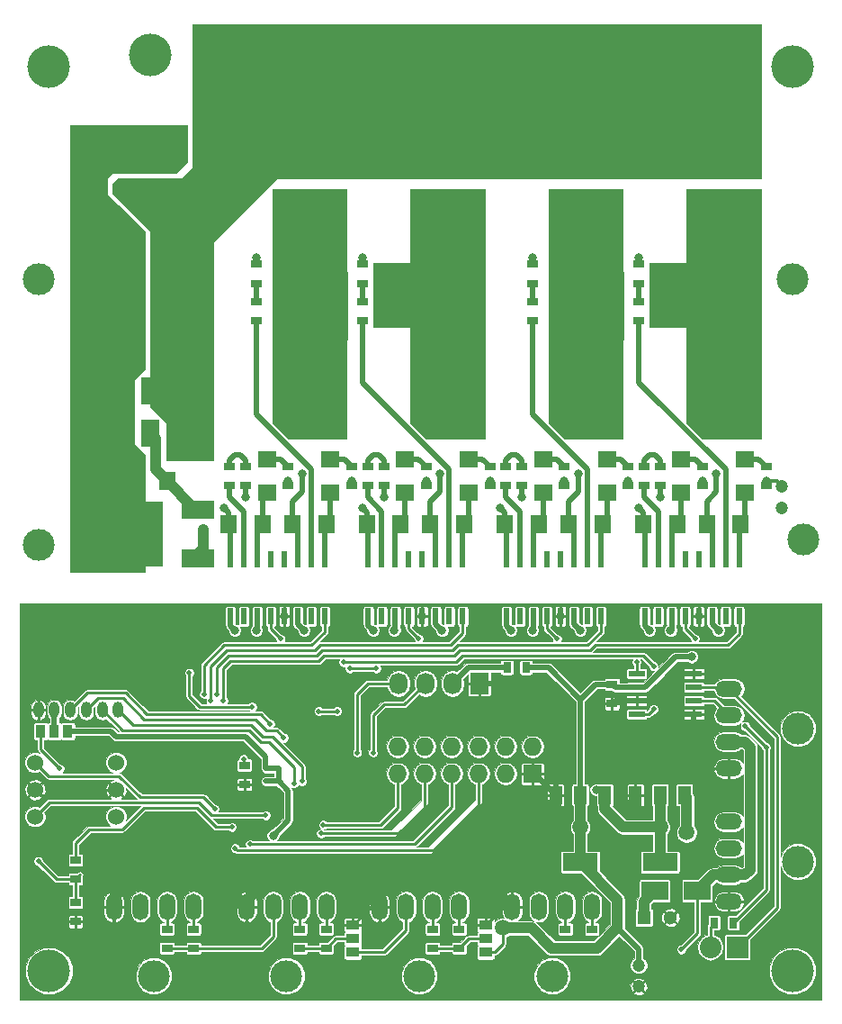
<source format=gbr>
G04 #@! TF.FileFunction,Copper,L2,Bot,Signal*
%FSLAX46Y46*%
G04 Gerber Fmt 4.6, Leading zero omitted, Abs format (unit mm)*
G04 Created by KiCad (PCBNEW 4.0.4-stable) date 12/16/16 10:26:41*
%MOMM*%
%LPD*%
G01*
G04 APERTURE LIST*
%ADD10C,0.100000*%
%ADD11C,1.200000*%
%ADD12R,1.550000X0.600000*%
%ADD13R,0.600000X1.500000*%
%ADD14O,2.500000X1.500000*%
%ADD15C,3.000000*%
%ADD16C,1.700000*%
%ADD17R,1.700000X1.700000*%
%ADD18O,1.500000X2.500000*%
%ADD19R,3.048000X1.651000*%
%ADD20R,6.096000X6.096000*%
%ADD21C,1.300000*%
%ADD22R,1.300000X1.300000*%
%ADD23R,1.600000X1.800000*%
%ADD24R,1.800000X1.600000*%
%ADD25R,2.032000X2.032000*%
%ADD26O,2.032000X2.032000*%
%ADD27C,2.000000*%
%ADD28C,4.000000*%
%ADD29R,1.000000X0.800000*%
%ADD30R,0.800000X1.000000*%
%ADD31O,1.000000X1.524000*%
%ADD32C,1.524000*%
%ADD33R,2.499360X1.800860*%
%ADD34R,0.965200X1.270000*%
%ADD35R,1.800860X2.499360*%
%ADD36R,1.200000X1.700000*%
%ADD37R,3.300000X1.700000*%
%ADD38C,4.064000*%
%ADD39R,1.270000X0.965200*%
%ADD40R,1.727200X2.032000*%
%ADD41O,1.727200X2.032000*%
%ADD42R,3.000000X6.500000*%
%ADD43R,6.451600X3.000000*%
%ADD44R,1.727200X1.727200*%
%ADD45O,1.727200X1.727200*%
%ADD46C,1.500000*%
%ADD47C,0.800000*%
%ADD48C,0.500000*%
%ADD49C,0.500000*%
%ADD50C,1.000000*%
%ADD51C,0.250000*%
%ADD52C,0.300000*%
%ADD53C,0.025400*%
%ADD54C,0.026000*%
G04 APERTURE END LIST*
D10*
D11*
X72000000Y-46500000D03*
D12*
X58300000Y-65905000D03*
X58300000Y-64635000D03*
X58300000Y-63365000D03*
X58300000Y-62095000D03*
X63700000Y-62095000D03*
X63700000Y-63365000D03*
X63700000Y-64635000D03*
X63700000Y-65905000D03*
D13*
X41945000Y-56700000D03*
X40675000Y-56700000D03*
X39405000Y-56700000D03*
X38135000Y-56700000D03*
X36865000Y-56700000D03*
X35595000Y-56700000D03*
X34325000Y-56700000D03*
X33055000Y-56700000D03*
X33055000Y-51300000D03*
X34325000Y-51300000D03*
X35595000Y-51300000D03*
X36865000Y-51300000D03*
X38135000Y-51300000D03*
X39405000Y-51300000D03*
X40675000Y-51300000D03*
X41945000Y-51300000D03*
D14*
X67000000Y-71000000D03*
X67000000Y-68500000D03*
X67000000Y-66000000D03*
X67000000Y-63500000D03*
D15*
X73500000Y-67250000D03*
D16*
X10000000Y-41000000D03*
D17*
X15000000Y-41000000D03*
D18*
X21600000Y-84000000D03*
X24100000Y-84000000D03*
X26600000Y-84000000D03*
X29100000Y-84000000D03*
D15*
X25350000Y-90500000D03*
D19*
X17000000Y-46714000D03*
D20*
X10650000Y-49000000D03*
D19*
X17000000Y-51286000D03*
D18*
X34100000Y-84000000D03*
X36600000Y-84000000D03*
X39100000Y-84000000D03*
X41600000Y-84000000D03*
D15*
X37850000Y-90500000D03*
D21*
X61500000Y-85000000D03*
D22*
X59000000Y-85000000D03*
D14*
X67000000Y-83500000D03*
X67000000Y-81000000D03*
X67000000Y-78500000D03*
X67000000Y-76000000D03*
D15*
X73500000Y-79750000D03*
D23*
X42100000Y-48000000D03*
X38900000Y-48000000D03*
X36100000Y-48000000D03*
X32900000Y-48000000D03*
X29100000Y-48000000D03*
X25900000Y-48000000D03*
X23100000Y-48000000D03*
X19900000Y-48000000D03*
X68100000Y-48000000D03*
X64900000Y-48000000D03*
X62100000Y-48000000D03*
X58900000Y-48000000D03*
X55100000Y-48000000D03*
X51900000Y-48000000D03*
X49100000Y-48000000D03*
X45900000Y-48000000D03*
D24*
X42500000Y-41900000D03*
X42500000Y-45100000D03*
X29500000Y-41900000D03*
X29500000Y-45100000D03*
X68500000Y-41900000D03*
X68500000Y-45100000D03*
X55500000Y-41900000D03*
X55500000Y-45100000D03*
D25*
X67800000Y-87800000D03*
D26*
X65260000Y-87800000D03*
D13*
X28945000Y-56700000D03*
X27675000Y-56700000D03*
X26405000Y-56700000D03*
X25135000Y-56700000D03*
X23865000Y-56700000D03*
X22595000Y-56700000D03*
X21325000Y-56700000D03*
X20055000Y-56700000D03*
X20055000Y-51300000D03*
X21325000Y-51300000D03*
X22595000Y-51300000D03*
X23865000Y-51300000D03*
X25135000Y-51300000D03*
X26405000Y-51300000D03*
X27675000Y-51300000D03*
X28945000Y-51300000D03*
X67945000Y-56700000D03*
X66675000Y-56700000D03*
X65405000Y-56700000D03*
X64135000Y-56700000D03*
X62865000Y-56700000D03*
X61595000Y-56700000D03*
X60325000Y-56700000D03*
X59055000Y-56700000D03*
X59055000Y-51300000D03*
X60325000Y-51300000D03*
X61595000Y-51300000D03*
X62865000Y-51300000D03*
X64135000Y-51300000D03*
X65405000Y-51300000D03*
X66675000Y-51300000D03*
X67945000Y-51300000D03*
X54945000Y-56700000D03*
X53675000Y-56700000D03*
X52405000Y-56700000D03*
X51135000Y-56700000D03*
X49865000Y-56700000D03*
X48595000Y-56700000D03*
X47325000Y-56700000D03*
X46055000Y-56700000D03*
X46055000Y-51300000D03*
X47325000Y-51300000D03*
X48595000Y-51300000D03*
X49865000Y-51300000D03*
X51135000Y-51300000D03*
X52405000Y-51300000D03*
X53675000Y-51300000D03*
X54945000Y-51300000D03*
D27*
X15040000Y-11500000D03*
X15040000Y-16580000D03*
X9960000Y-11500000D03*
X9960000Y-16580000D03*
D28*
X12500000Y-3880000D03*
D23*
X14100000Y-44000000D03*
X10900000Y-44000000D03*
D29*
X5500000Y-85400000D03*
X5500000Y-83600000D03*
X5500000Y-79600000D03*
X5500000Y-81400000D03*
X21400000Y-72500000D03*
X21400000Y-70700000D03*
X32500000Y-27100000D03*
X32500000Y-28900000D03*
X33000000Y-42600000D03*
X33000000Y-44400000D03*
X22500000Y-27100000D03*
X22500000Y-28900000D03*
X20000000Y-42600000D03*
X20000000Y-44400000D03*
X58500000Y-27100000D03*
X58500000Y-28900000D03*
X59000000Y-42600000D03*
X59000000Y-44400000D03*
X48500000Y-27100000D03*
X48500000Y-28900000D03*
X46000000Y-42600000D03*
X46000000Y-44400000D03*
D30*
X67400000Y-85500000D03*
X65600000Y-85500000D03*
D29*
X32500000Y-25400000D03*
X32500000Y-23600000D03*
X34500000Y-42600000D03*
X34500000Y-44400000D03*
X22500000Y-25400000D03*
X22500000Y-23600000D03*
X21500000Y-42600000D03*
X21500000Y-44400000D03*
X58500000Y-25400000D03*
X58500000Y-23600000D03*
X60500000Y-42600000D03*
X60500000Y-44400000D03*
X48500000Y-25400000D03*
X48500000Y-23600000D03*
X47500000Y-42600000D03*
X47500000Y-44400000D03*
D24*
X36500000Y-41900000D03*
X36500000Y-45100000D03*
X23500000Y-41900000D03*
X23500000Y-45100000D03*
X62500000Y-41900000D03*
X62500000Y-45100000D03*
X49500000Y-41900000D03*
X49500000Y-45100000D03*
D29*
X44500000Y-44400000D03*
X44500000Y-42600000D03*
X31500000Y-44400000D03*
X31500000Y-42600000D03*
X38500000Y-44400000D03*
X38500000Y-42600000D03*
X70500000Y-44400000D03*
X70500000Y-42600000D03*
X57500000Y-44400000D03*
X57500000Y-42600000D03*
X51500000Y-44400000D03*
X51500000Y-42600000D03*
X25500000Y-44400000D03*
X25500000Y-42600000D03*
X64500000Y-44400000D03*
X64500000Y-42600000D03*
D31*
X2000000Y-65500000D03*
X3500000Y-65500000D03*
X5000000Y-65500000D03*
X6500000Y-65500000D03*
X8000000Y-65500000D03*
X9500000Y-65500000D03*
D32*
X9310000Y-75540000D03*
X9310000Y-73000000D03*
X9310000Y-70460000D03*
X1690000Y-70460000D03*
X1690000Y-73000000D03*
X1690000Y-75540000D03*
D16*
X10000000Y-28000000D03*
D17*
X15000000Y-28000000D03*
D29*
X56000000Y-64900000D03*
X56000000Y-63100000D03*
D33*
X63998980Y-82500000D03*
X60001020Y-82500000D03*
D34*
X2230000Y-67500000D03*
X3500000Y-67500000D03*
X4770000Y-67500000D03*
D18*
X9100000Y-84000000D03*
X11600000Y-84000000D03*
X14100000Y-84000000D03*
X16600000Y-84000000D03*
D15*
X12850000Y-90500000D03*
D18*
X46600000Y-84000000D03*
X49100000Y-84000000D03*
X51600000Y-84000000D03*
X54100000Y-84000000D03*
D15*
X50350000Y-90500000D03*
D29*
X14100000Y-87900000D03*
X14100000Y-86100000D03*
X16600000Y-87900000D03*
X16600000Y-86100000D03*
X51600000Y-87900000D03*
X51600000Y-86100000D03*
X54100000Y-87900000D03*
X54100000Y-86100000D03*
D35*
X12500000Y-35501020D03*
X12500000Y-39498980D03*
D36*
X58200000Y-73500000D03*
X60500000Y-73500000D03*
X62800000Y-73500000D03*
D37*
X60500000Y-79800000D03*
D36*
X50700000Y-73500000D03*
X53000000Y-73500000D03*
X55300000Y-73500000D03*
D37*
X53000000Y-79800000D03*
D38*
X8500000Y-20000000D03*
X15000000Y-20000000D03*
D11*
X58500000Y-89500000D03*
X58500000Y-91500000D03*
X72000000Y-44500000D03*
D39*
X31600000Y-85730000D03*
X31600000Y-87000000D03*
X31600000Y-88270000D03*
X44100000Y-85730000D03*
X44100000Y-87000000D03*
X44100000Y-88270000D03*
D29*
X26600000Y-87900000D03*
X26600000Y-86100000D03*
X29100000Y-87900000D03*
X29100000Y-86100000D03*
X39100000Y-87900000D03*
X39100000Y-86100000D03*
X41600000Y-87900000D03*
X41600000Y-86100000D03*
D30*
X47900000Y-61500000D03*
X46100000Y-61500000D03*
D40*
X43500000Y-63000000D03*
D41*
X40960000Y-63000000D03*
X38420000Y-63000000D03*
X35880000Y-63000000D03*
D42*
X29700000Y-27500000D03*
D43*
X36900000Y-26600000D03*
D42*
X55700000Y-27500000D03*
D43*
X62900000Y-26600000D03*
D44*
X48500000Y-71500000D03*
D45*
X48500000Y-68960000D03*
X45960000Y-71500000D03*
X45960000Y-68960000D03*
X43420000Y-71500000D03*
X43420000Y-68960000D03*
X40880000Y-71500000D03*
X40880000Y-68960000D03*
X38340000Y-71500000D03*
X38340000Y-68960000D03*
X35800000Y-71500000D03*
X35800000Y-68960000D03*
D23*
X14100000Y-23000000D03*
X10900000Y-23000000D03*
X14100000Y-25500000D03*
X10900000Y-25500000D03*
D15*
X74000000Y-49500000D03*
X2000000Y-50000000D03*
D28*
X3000000Y-90000000D03*
X73000000Y-90000000D03*
D15*
X2000000Y-25000000D03*
X73000000Y-25000000D03*
D28*
X3000000Y-5000000D03*
X73000000Y-5000000D03*
D46*
X50500000Y-74500000D03*
X58000000Y-74500000D03*
D47*
X65000000Y-67000000D03*
D48*
X58000000Y-56000000D03*
X56000000Y-56000000D03*
X57000000Y-56000000D03*
X45000000Y-56000000D03*
X43000000Y-56000000D03*
X44000000Y-56000000D03*
X32000000Y-56000000D03*
X30000000Y-56000000D03*
X31000000Y-56000000D03*
X69000000Y-56000000D03*
X75000000Y-56000000D03*
X73000000Y-56000000D03*
X71000000Y-56000000D03*
X19000000Y-56000000D03*
X17000000Y-56000000D03*
X15000000Y-56000000D03*
X13000000Y-56000000D03*
X11000000Y-56000000D03*
X9000000Y-56000000D03*
X7000000Y-56000000D03*
X5000000Y-56000000D03*
X3000000Y-56000000D03*
X1000000Y-56000000D03*
X29500000Y-81000000D03*
X25500000Y-82000000D03*
X14000000Y-80500000D03*
D47*
X64135000Y-56700000D03*
X51135000Y-56700000D03*
X38135000Y-56700000D03*
X25135000Y-56700000D03*
D48*
X22900000Y-72800000D03*
X22100000Y-74200000D03*
X20200000Y-70700000D03*
X4000000Y-71000000D03*
X2000000Y-79700000D03*
D46*
X53000000Y-76500000D03*
D47*
X63500000Y-60500000D03*
D48*
X20200000Y-76500000D03*
D47*
X24100000Y-77300000D03*
D48*
X16200000Y-62000000D03*
X22100000Y-65200000D03*
D47*
X59500000Y-58000000D03*
X46500000Y-58000000D03*
X20500000Y-58000000D03*
X33500000Y-58000000D03*
X27000000Y-58000000D03*
X40000000Y-58000000D03*
X53000000Y-58000000D03*
X66000000Y-58000000D03*
D48*
X23400000Y-71000000D03*
X24600000Y-71000000D03*
X23400000Y-72200000D03*
X24600000Y-72200000D03*
D46*
X45700000Y-86000000D03*
D48*
X62500000Y-88000000D03*
D46*
X6000000Y-51500000D03*
X6000000Y-49500000D03*
X6000000Y-47500000D03*
X6000000Y-45500000D03*
D47*
X12500000Y-47000000D03*
X12500000Y-48500000D03*
X12500000Y-50000000D03*
X19500000Y-46500000D03*
X32500000Y-46500000D03*
X58500000Y-46500000D03*
X45500000Y-46500000D03*
X26800000Y-43300000D03*
X52800000Y-43300000D03*
D48*
X21900000Y-78100000D03*
X20500000Y-78500000D03*
X28800000Y-76300000D03*
X28600000Y-77100000D03*
X68500000Y-67000000D03*
X70500000Y-69000000D03*
X26800000Y-72200000D03*
X26100000Y-72400000D03*
X25100000Y-68100000D03*
X23800000Y-66800000D03*
D47*
X39800000Y-43300000D03*
X65800000Y-43300000D03*
D48*
X21300000Y-70100000D03*
D47*
X35500000Y-58000000D03*
X22500000Y-58000000D03*
X61500000Y-58000000D03*
X48500000Y-58000000D03*
D48*
X58300000Y-61000000D03*
X33800000Y-61600000D03*
X31300000Y-61600000D03*
X18200000Y-64600000D03*
X17600000Y-64000000D03*
X19400000Y-64600000D03*
X18800000Y-64000000D03*
X59900000Y-65400000D03*
X59900000Y-61400000D03*
X30700000Y-61000000D03*
D47*
X17500000Y-48500000D03*
X70500000Y-44000000D03*
X64500000Y-44000000D03*
X57500000Y-44000000D03*
X51500000Y-44000000D03*
X38500000Y-44000000D03*
X25500000Y-44000000D03*
X44500000Y-44000000D03*
X31500000Y-44000000D03*
X32500000Y-23000000D03*
X34500000Y-45500000D03*
X22500000Y-23000000D03*
X21500000Y-45500000D03*
X58500000Y-23000000D03*
X60500000Y-45500000D03*
X48500000Y-23000000D03*
X47500000Y-45500000D03*
D48*
X18600000Y-74800000D03*
D46*
X63000000Y-77000000D03*
D47*
X54500000Y-73000000D03*
D46*
X60500000Y-76500000D03*
D48*
X33500000Y-69500000D03*
X32000000Y-69500000D03*
X23400000Y-75400000D03*
X37800000Y-58800000D03*
X24800000Y-58800000D03*
X63800000Y-58800000D03*
X50800000Y-58800000D03*
X30100000Y-65600000D03*
X28400000Y-65600000D03*
D49*
X50700000Y-73500000D02*
X50700000Y-67200000D01*
X46500000Y-63000000D02*
X43500000Y-63000000D01*
X50700000Y-67200000D02*
X46500000Y-63000000D01*
X48500000Y-71500000D02*
X48700000Y-71500000D01*
X48700000Y-71500000D02*
X50700000Y-73500000D01*
D50*
X50700000Y-73500000D02*
X50700000Y-74300000D01*
X50700000Y-74300000D02*
X50500000Y-74500000D01*
X58200000Y-73500000D02*
X58200000Y-74300000D01*
X58200000Y-74300000D02*
X58000000Y-74500000D01*
D49*
X63700000Y-65905000D02*
X63700000Y-66700000D01*
X64000000Y-67000000D02*
X65000000Y-67000000D01*
X63700000Y-66700000D02*
X64000000Y-67000000D01*
X63700000Y-62095000D02*
X61905000Y-62095000D01*
X60635000Y-63365000D02*
X60635000Y-64635000D01*
X61905000Y-62095000D02*
X60635000Y-63365000D01*
X58300000Y-64635000D02*
X60635000Y-64635000D01*
X61905000Y-65905000D02*
X63700000Y-65905000D01*
X60635000Y-64635000D02*
X61905000Y-65905000D01*
X56000000Y-64900000D02*
X56265000Y-64635000D01*
X56265000Y-64635000D02*
X58300000Y-64635000D01*
D51*
X1690000Y-73000000D02*
X2190000Y-73500000D01*
X2190000Y-73500000D02*
X3000000Y-73500000D01*
X3000000Y-73500000D02*
X3500000Y-73000000D01*
D49*
X75000000Y-56000000D02*
X73000000Y-56000000D01*
X71000000Y-56000000D02*
X69000000Y-56000000D01*
X17000000Y-56000000D02*
X19000000Y-56000000D01*
X13000000Y-56000000D02*
X15000000Y-56000000D01*
X9000000Y-56000000D02*
X11000000Y-56000000D01*
X5000000Y-56000000D02*
X7000000Y-56000000D01*
X1000000Y-56000000D02*
X3000000Y-56000000D01*
D51*
X29500000Y-82000000D02*
X29500000Y-81000000D01*
X14000000Y-80500000D02*
X14000000Y-82000000D01*
X3500000Y-73000000D02*
X9310000Y-73000000D01*
X22600000Y-72500000D02*
X22900000Y-72800000D01*
X21400000Y-72500000D02*
X22600000Y-72500000D01*
D50*
X34100000Y-84000000D02*
X34100000Y-82900000D01*
X34100000Y-82900000D02*
X35000000Y-82000000D01*
X21600000Y-84000000D02*
X21600000Y-83400000D01*
X21600000Y-83400000D02*
X23000000Y-82000000D01*
X32100000Y-82000000D02*
X34100000Y-84000000D01*
X23000000Y-82000000D02*
X25500000Y-82000000D01*
X25500000Y-82000000D02*
X29500000Y-82000000D01*
X29500000Y-82000000D02*
X32100000Y-82000000D01*
X9100000Y-84000000D02*
X9100000Y-83100000D01*
X9100000Y-83100000D02*
X10200000Y-82000000D01*
X10200000Y-82000000D02*
X14000000Y-82000000D01*
X14000000Y-82000000D02*
X14900000Y-82000000D01*
X14900000Y-82000000D02*
X18300000Y-82000000D01*
X18300000Y-82000000D02*
X19600000Y-82000000D01*
X19600000Y-82000000D02*
X21600000Y-84000000D01*
D51*
X31600000Y-85730000D02*
X33330000Y-84000000D01*
X33330000Y-84000000D02*
X34100000Y-84000000D01*
X44100000Y-85730000D02*
X45830000Y-84000000D01*
X45830000Y-84000000D02*
X46600000Y-84000000D01*
D50*
X35000000Y-82000000D02*
X44600000Y-82000000D01*
X44600000Y-82000000D02*
X46600000Y-84000000D01*
D51*
X2230000Y-67500000D02*
X2230000Y-69230000D01*
X2230000Y-69230000D02*
X4000000Y-71000000D01*
X3700000Y-81400000D02*
X5500000Y-81400000D01*
X2000000Y-79700000D02*
X3700000Y-81400000D01*
X5500000Y-81400000D02*
X5900000Y-81000000D01*
X5500000Y-81400000D02*
X5500000Y-83600000D01*
D49*
X47900000Y-61500000D02*
X50000000Y-61500000D01*
X50000000Y-61500000D02*
X53000000Y-64500000D01*
X53000000Y-67500000D02*
X53000000Y-65500000D01*
X53000000Y-69500000D02*
X53000000Y-67500000D01*
X53000000Y-73500000D02*
X53000000Y-69500000D01*
X53000000Y-65500000D02*
X53000000Y-64500000D01*
X53000000Y-64500000D02*
X54400000Y-63100000D01*
X54400000Y-63100000D02*
X56000000Y-63100000D01*
D50*
X53000000Y-76500000D02*
X53000000Y-79800000D01*
X53000000Y-73500000D02*
X53000000Y-76500000D01*
X56500000Y-86000000D02*
X56500000Y-83300000D01*
X56500000Y-83300000D02*
X53000000Y-79800000D01*
D49*
X58500000Y-89500000D02*
X58500000Y-88000000D01*
X58500000Y-88000000D02*
X56500000Y-86000000D01*
X58300000Y-63365000D02*
X59135000Y-63365000D01*
X62000000Y-60500000D02*
X63500000Y-60500000D01*
X59135000Y-63365000D02*
X62000000Y-60500000D01*
D50*
X56500000Y-86000000D02*
X54600000Y-87900000D01*
X54600000Y-87900000D02*
X54100000Y-87900000D01*
D49*
X58300000Y-63365000D02*
X56265000Y-63365000D01*
X56265000Y-63365000D02*
X56000000Y-63100000D01*
D51*
X18700000Y-76500000D02*
X16900000Y-74700000D01*
X20200000Y-76500000D02*
X18700000Y-76500000D01*
X11900000Y-74700000D02*
X9900000Y-76700000D01*
X6800000Y-76700000D02*
X9900000Y-76700000D01*
X5500000Y-78000000D02*
X6800000Y-76700000D01*
X5500000Y-79600000D02*
X5500000Y-78000000D01*
X16900000Y-74700000D02*
X11900000Y-74700000D01*
D49*
X25500000Y-73100000D02*
X24600000Y-72200000D01*
X25500000Y-75900000D02*
X25500000Y-73100000D01*
X24100000Y-77300000D02*
X25500000Y-75900000D01*
X4770000Y-67500000D02*
X8800000Y-67500000D01*
X8800000Y-67500000D02*
X9275002Y-67975002D01*
X21475002Y-67975002D02*
X23400000Y-69900000D01*
X9275002Y-67975002D02*
X21475002Y-67975002D01*
D51*
X16200000Y-64200000D02*
X16200000Y-62000000D01*
X17200000Y-65200000D02*
X16200000Y-64200000D01*
X22100000Y-65200000D02*
X17200000Y-65200000D01*
D49*
X59055000Y-56700000D02*
X59055000Y-57555000D01*
X59055000Y-57555000D02*
X59500000Y-58000000D01*
X46055000Y-56700000D02*
X46055000Y-57555000D01*
X46055000Y-57555000D02*
X46500000Y-58000000D01*
X20055000Y-56700000D02*
X20055000Y-57555000D01*
X20055000Y-57555000D02*
X20500000Y-58000000D01*
X33055000Y-56700000D02*
X33055000Y-57555000D01*
X33055000Y-57555000D02*
X33500000Y-58000000D01*
X26405000Y-56700000D02*
X26405000Y-57405000D01*
X26405000Y-57405000D02*
X27000000Y-58000000D01*
X39405000Y-56700000D02*
X39405000Y-57405000D01*
X39405000Y-57405000D02*
X40000000Y-58000000D01*
X52405000Y-56700000D02*
X52405000Y-57405000D01*
X52405000Y-57405000D02*
X53000000Y-58000000D01*
X65405000Y-56700000D02*
X65405000Y-57405000D01*
X65405000Y-57405000D02*
X66000000Y-58000000D01*
X23400000Y-69900000D02*
X23400000Y-71000000D01*
X24600000Y-71000000D02*
X23400000Y-71000000D01*
D51*
X24100000Y-84000000D02*
X24100000Y-86800000D01*
X23000000Y-87900000D02*
X16600000Y-87900000D01*
X24100000Y-86800000D02*
X23000000Y-87900000D01*
D49*
X24600000Y-71000000D02*
X24600000Y-71500000D01*
X24600000Y-71500000D02*
X24600000Y-72200000D01*
X23400000Y-72200000D02*
X24600000Y-72200000D01*
D51*
X54100000Y-87900000D02*
X53600000Y-87900000D01*
X45700000Y-86000000D02*
X45700000Y-87500000D01*
X44930000Y-88270000D02*
X44100000Y-88270000D01*
X45700000Y-87500000D02*
X44930000Y-88270000D01*
X36600000Y-84000000D02*
X36600000Y-86200000D01*
X34530000Y-88270000D02*
X31600000Y-88270000D01*
X36600000Y-86200000D02*
X34530000Y-88270000D01*
X44100000Y-88270000D02*
X44470000Y-87900000D01*
D50*
X51600000Y-87900000D02*
X54100000Y-87900000D01*
X50300000Y-87900000D02*
X51600000Y-87900000D01*
X48400000Y-86000000D02*
X50300000Y-87900000D01*
X45700000Y-86000000D02*
X48400000Y-86000000D01*
D51*
X14100000Y-87900000D02*
X16600000Y-87900000D01*
D49*
X42100000Y-48000000D02*
X42500000Y-47600000D01*
X42500000Y-47600000D02*
X42500000Y-45100000D01*
X41945000Y-51300000D02*
X41945000Y-48155000D01*
X41945000Y-48155000D02*
X42100000Y-48000000D01*
X41945000Y-48155000D02*
X42100000Y-48000000D01*
X42000000Y-47900000D02*
X42100000Y-48000000D01*
D51*
X63998980Y-82500000D02*
X63998980Y-86501020D01*
X63998980Y-86501020D02*
X62500000Y-88000000D01*
D50*
X67000000Y-81000000D02*
X65498980Y-81000000D01*
X65498980Y-81000000D02*
X63998980Y-82500000D01*
X67000000Y-68500000D02*
X68500000Y-68500000D01*
X68500000Y-81000000D02*
X67000000Y-81000000D01*
X69000000Y-80500000D02*
X68500000Y-81000000D01*
X69000000Y-69000000D02*
X69000000Y-80500000D01*
X68500000Y-68500000D02*
X69000000Y-69000000D01*
D49*
X10650000Y-49000000D02*
X8150000Y-51500000D01*
X8150000Y-51500000D02*
X6000000Y-51500000D01*
X6000000Y-49500000D02*
X6000000Y-47500000D01*
D50*
X10150000Y-49000000D02*
X12150000Y-47000000D01*
X12150000Y-47000000D02*
X12500000Y-47000000D01*
X12500000Y-48500000D02*
X12500000Y-50000000D01*
X10150000Y-49000000D02*
X10900000Y-48250000D01*
X10900000Y-48250000D02*
X10900000Y-44000000D01*
D49*
X19900000Y-46900000D02*
X19500000Y-46500000D01*
X19900000Y-46900000D02*
X19900000Y-48000000D01*
X59055000Y-51300000D02*
X59055000Y-48155000D01*
X59055000Y-48155000D02*
X58900000Y-48000000D01*
X46055000Y-51300000D02*
X46055000Y-48155000D01*
X46055000Y-48155000D02*
X45900000Y-48000000D01*
X33055000Y-51300000D02*
X33055000Y-48155000D01*
X33055000Y-48155000D02*
X32900000Y-48000000D01*
X20055000Y-51300000D02*
X20055000Y-48155000D01*
X20055000Y-48155000D02*
X19900000Y-48000000D01*
X58900000Y-48000000D02*
X58900000Y-46900000D01*
X58900000Y-46900000D02*
X58500000Y-46500000D01*
X45900000Y-48000000D02*
X45900000Y-46900000D01*
X45900000Y-46900000D02*
X45500000Y-46500000D01*
X32900000Y-48000000D02*
X32900000Y-46900000D01*
X32900000Y-46900000D02*
X32500000Y-46500000D01*
X29100000Y-48000000D02*
X29500000Y-47600000D01*
X29500000Y-47600000D02*
X29500000Y-45100000D01*
X28945000Y-51300000D02*
X28945000Y-48155000D01*
X28945000Y-48155000D02*
X29100000Y-48000000D01*
X28945000Y-48155000D02*
X29100000Y-48000000D01*
X29000000Y-47900000D02*
X29100000Y-48000000D01*
X25900000Y-48000000D02*
X25900000Y-45900000D01*
X26800000Y-45000000D02*
X26800000Y-43300000D01*
X25900000Y-45900000D02*
X26800000Y-45000000D01*
X26405000Y-51300000D02*
X26405000Y-48505000D01*
X26405000Y-48505000D02*
X25900000Y-48000000D01*
X25900000Y-48000000D02*
X26405000Y-48505000D01*
X68100000Y-48000000D02*
X68500000Y-47600000D01*
X68500000Y-47600000D02*
X68500000Y-45100000D01*
X67945000Y-51300000D02*
X67945000Y-48155000D01*
X67945000Y-48155000D02*
X68100000Y-48000000D01*
X67945000Y-48155000D02*
X68100000Y-48000000D01*
X68000000Y-47900000D02*
X68100000Y-48000000D01*
X55100000Y-48000000D02*
X55500000Y-47600000D01*
X55500000Y-47600000D02*
X55500000Y-45100000D01*
X54945000Y-51300000D02*
X54945000Y-48155000D01*
X54945000Y-48155000D02*
X55100000Y-48000000D01*
X54945000Y-48155000D02*
X55100000Y-48000000D01*
X55000000Y-47900000D02*
X55100000Y-48000000D01*
X51900000Y-48000000D02*
X51900000Y-45900000D01*
X52800000Y-45000000D02*
X52800000Y-43300000D01*
X51900000Y-45900000D02*
X52800000Y-45000000D01*
X52405000Y-51300000D02*
X52405000Y-48505000D01*
X52405000Y-48505000D02*
X51900000Y-48000000D01*
X51900000Y-48000000D02*
X52405000Y-48505000D01*
X14100000Y-23000000D02*
X15000000Y-22100000D01*
X15000000Y-22100000D02*
X15000000Y-20000000D01*
X14100000Y-25500000D02*
X14100000Y-23000000D01*
X14100000Y-25500000D02*
X15000000Y-26400000D01*
X15000000Y-26400000D02*
X15000000Y-28000000D01*
X14000000Y-35501020D02*
X15000000Y-34501020D01*
X15000000Y-34501020D02*
X15000000Y-28000000D01*
X12500000Y-35501020D02*
X14000000Y-35501020D01*
X14000000Y-35501020D02*
X14001020Y-35501020D01*
X15000000Y-36500000D02*
X15000000Y-41000000D01*
X14001020Y-35501020D02*
X15000000Y-36500000D01*
D51*
X40880000Y-71500000D02*
X40880000Y-74620000D01*
X37400000Y-78100000D02*
X21900000Y-78100000D01*
X40880000Y-74620000D02*
X37400000Y-78100000D01*
X16600000Y-84000000D02*
X16600000Y-86100000D01*
X43420000Y-71500000D02*
X43420000Y-74480000D01*
X20700000Y-78700000D02*
X20500000Y-78500000D01*
X39200000Y-78700000D02*
X43420000Y-74480000D01*
X20700000Y-78700000D02*
X39200000Y-78700000D01*
X14100000Y-84000000D02*
X14100000Y-86100000D01*
X28800000Y-76300000D02*
X34200000Y-76300000D01*
X35800000Y-74700000D02*
X35800000Y-71500000D01*
X34200000Y-76300000D02*
X35800000Y-74700000D01*
X54100000Y-84000000D02*
X54100000Y-86100000D01*
X38340000Y-71500000D02*
X38340000Y-74660000D01*
X35900000Y-77100000D02*
X28600000Y-77100000D01*
X38340000Y-74660000D02*
X35900000Y-77100000D01*
X51600000Y-84000000D02*
X51600000Y-86100000D01*
X71500000Y-68000000D02*
X67000000Y-63500000D01*
X71500000Y-84100000D02*
X71500000Y-68000000D01*
X67800000Y-87800000D02*
X71500000Y-84100000D01*
X63700000Y-63365000D02*
X66865000Y-63365000D01*
X66865000Y-63365000D02*
X67000000Y-63500000D01*
X65260000Y-85840000D02*
X65600000Y-85500000D01*
X65260000Y-87800000D02*
X65260000Y-85840000D01*
X65260000Y-87800000D02*
X65600000Y-87460000D01*
X70500000Y-82400000D02*
X70500000Y-69000000D01*
X67400000Y-85500000D02*
X70500000Y-82400000D01*
X63700000Y-64635000D02*
X65635000Y-64635000D01*
X65635000Y-64635000D02*
X67000000Y-66000000D01*
X66635000Y-65635000D02*
X67000000Y-66000000D01*
X68500000Y-67000000D02*
X70500000Y-69000000D01*
X26600000Y-84000000D02*
X26600000Y-86100000D01*
X29100000Y-84000000D02*
X29100000Y-86100000D01*
X39100000Y-84000000D02*
X39100000Y-86100000D01*
X41600000Y-84000000D02*
X41600000Y-86100000D01*
X26800000Y-70800000D02*
X24000000Y-68000000D01*
X26800000Y-72200000D02*
X26800000Y-70800000D01*
X9500000Y-65500000D02*
X10900000Y-66900000D01*
X10900000Y-66900000D02*
X22000000Y-66900000D01*
X24000000Y-68000000D02*
X23100000Y-68000000D01*
X23100000Y-68000000D02*
X22000000Y-66900000D01*
X26100000Y-72400000D02*
X26100000Y-72200000D01*
X9900000Y-67400000D02*
X8000000Y-65500000D01*
X26100000Y-72200000D02*
X26100000Y-70900000D01*
X26100000Y-70900000D02*
X23700000Y-68500000D01*
X23700000Y-68500000D02*
X22900000Y-68500000D01*
X22900000Y-68500000D02*
X21800000Y-67400000D01*
X21800000Y-67400000D02*
X9900000Y-67400000D01*
X24450000Y-67450000D02*
X23450000Y-67450000D01*
X25100000Y-68100000D02*
X24450000Y-67450000D01*
X6500000Y-65500000D02*
X7600000Y-64400000D01*
X22400000Y-66400000D02*
X23450000Y-67450000D01*
X22400000Y-66400000D02*
X11949998Y-66400000D01*
X9949998Y-64400000D02*
X11949998Y-66400000D01*
X7600000Y-64400000D02*
X9949998Y-64400000D01*
X22900000Y-65900000D02*
X12200000Y-65900000D01*
X12200000Y-65900000D02*
X10200000Y-63900000D01*
X10200000Y-63900000D02*
X6600000Y-63900000D01*
X5000000Y-65500000D02*
X6600000Y-63900000D01*
X23800000Y-66800000D02*
X22900000Y-65900000D01*
D49*
X38900000Y-48000000D02*
X38900000Y-45900000D01*
X39800000Y-45000000D02*
X39800000Y-43300000D01*
X38900000Y-45900000D02*
X39800000Y-45000000D01*
X39405000Y-51300000D02*
X39405000Y-48505000D01*
X39405000Y-48505000D02*
X38900000Y-48000000D01*
X38900000Y-48000000D02*
X39405000Y-48505000D01*
X64900000Y-48000000D02*
X64900000Y-45900000D01*
X65800000Y-45000000D02*
X65800000Y-43300000D01*
X64900000Y-45900000D02*
X65800000Y-45000000D01*
X65405000Y-51300000D02*
X65405000Y-48505000D01*
X65405000Y-48505000D02*
X64900000Y-48000000D01*
X64900000Y-48000000D02*
X65405000Y-48505000D01*
D51*
X21300000Y-70100000D02*
X21300000Y-70600000D01*
X21300000Y-70600000D02*
X21400000Y-70700000D01*
D49*
X35595000Y-56700000D02*
X35595000Y-57905000D01*
X35595000Y-57905000D02*
X35500000Y-58000000D01*
X22595000Y-56700000D02*
X22595000Y-57905000D01*
X22595000Y-57905000D02*
X22500000Y-58000000D01*
X40675000Y-51300000D02*
X40675000Y-42875000D01*
X32500000Y-34700000D02*
X32500000Y-28900000D01*
X40675000Y-42875000D02*
X32500000Y-34700000D01*
X34325000Y-51300000D02*
X34325000Y-46825000D01*
X33000000Y-45500000D02*
X33000000Y-44400000D01*
X34325000Y-46825000D02*
X33000000Y-45500000D01*
X27675000Y-51300000D02*
X27675000Y-42875000D01*
X27675000Y-42875000D02*
X22500000Y-37700000D01*
X22500000Y-28900000D02*
X22500000Y-37700000D01*
X21325000Y-51300000D02*
X21325000Y-46825000D01*
X20000000Y-45500000D02*
X20000000Y-44400000D01*
X21325000Y-46825000D02*
X20000000Y-45500000D01*
X61595000Y-56700000D02*
X61595000Y-57905000D01*
X61595000Y-57905000D02*
X61500000Y-58000000D01*
X48595000Y-56700000D02*
X48595000Y-57905000D01*
X48595000Y-57905000D02*
X48500000Y-58000000D01*
X58500000Y-28900000D02*
X58500000Y-34700000D01*
X58500000Y-34700000D02*
X66675000Y-42875000D01*
X66675000Y-51300000D02*
X66675000Y-42875000D01*
X60325000Y-51300000D02*
X60325000Y-46825000D01*
X59000000Y-45500000D02*
X59000000Y-44400000D01*
X60325000Y-46825000D02*
X59000000Y-45500000D01*
X53675000Y-51300000D02*
X53675000Y-42875000D01*
X48500000Y-37700000D02*
X48500000Y-28900000D01*
X53675000Y-42875000D02*
X48500000Y-37700000D01*
X47325000Y-51300000D02*
X47325000Y-46825000D01*
X46000000Y-45500000D02*
X46000000Y-44400000D01*
X47325000Y-46825000D02*
X46000000Y-45500000D01*
D51*
X31300000Y-61600000D02*
X33800000Y-61600000D01*
X58300000Y-61000000D02*
X58300000Y-62095000D01*
X28000000Y-59900000D02*
X28500000Y-59400000D01*
X18200000Y-64600000D02*
X18200000Y-61400000D01*
X18200000Y-61400000D02*
X19700000Y-59900000D01*
X28000000Y-59900000D02*
X19700000Y-59900000D01*
X41945000Y-58255000D02*
X41945000Y-56700000D01*
X40800000Y-59400000D02*
X41945000Y-58255000D01*
X28500000Y-59400000D02*
X40800000Y-59400000D01*
X17600000Y-64000000D02*
X17600000Y-61300000D01*
X28945000Y-56700000D02*
X28945000Y-58155000D01*
X17600000Y-61300000D02*
X19500000Y-59400000D01*
X19500000Y-59400000D02*
X27700000Y-59400000D01*
X28945000Y-58155000D02*
X27700000Y-59400000D01*
X67945000Y-56700000D02*
X67945000Y-58355000D01*
X67945000Y-58355000D02*
X66900000Y-59400000D01*
X28400000Y-60900000D02*
X28900000Y-60400000D01*
X19400000Y-64600000D02*
X19400000Y-61600000D01*
X19400000Y-61600000D02*
X20100000Y-60900000D01*
X20100000Y-60900000D02*
X28400000Y-60900000D01*
X54400000Y-59400000D02*
X66900000Y-59400000D01*
X53900000Y-59900000D02*
X54400000Y-59400000D01*
X41650002Y-59900000D02*
X53900000Y-59900000D01*
X41150002Y-60400000D02*
X41650002Y-59900000D01*
X28900000Y-60400000D02*
X41150002Y-60400000D01*
X28200000Y-60400000D02*
X28700000Y-59900000D01*
X18800000Y-64000000D02*
X18800000Y-61500000D01*
X18800000Y-61500000D02*
X19900000Y-60400000D01*
X28200000Y-60400000D02*
X19900000Y-60400000D01*
X54945000Y-58155000D02*
X54945000Y-56700000D01*
X53700000Y-59400000D02*
X54945000Y-58155000D01*
X41500000Y-59400000D02*
X53700000Y-59400000D01*
X41000000Y-59900000D02*
X41500000Y-59400000D01*
X28700000Y-59900000D02*
X41000000Y-59900000D01*
X58900000Y-60400000D02*
X59900000Y-61400000D01*
X59395000Y-65905000D02*
X58300000Y-65905000D01*
X59900000Y-65400000D02*
X59395000Y-65905000D01*
X41900000Y-60400000D02*
X58900000Y-60400000D01*
X41300000Y-61000000D02*
X41900000Y-60400000D01*
X30700000Y-61000000D02*
X41300000Y-61000000D01*
D52*
X72000000Y-44500000D02*
X71500000Y-44000000D01*
X71500000Y-44000000D02*
X70500000Y-44000000D01*
X70500000Y-44000000D02*
X70500000Y-44400000D01*
D50*
X17500000Y-50286000D02*
X16500000Y-51286000D01*
X17500000Y-48500000D02*
X17500000Y-50286000D01*
D49*
X70500000Y-44400000D02*
X70500000Y-44000000D01*
X64500000Y-44400000D02*
X64500000Y-44000000D01*
X57500000Y-44400000D02*
X57500000Y-44000000D01*
X51500000Y-44400000D02*
X51500000Y-44000000D01*
X38500000Y-44400000D02*
X38500000Y-44000000D01*
X25500000Y-44400000D02*
X25500000Y-44000000D01*
X44500000Y-44400000D02*
X44500000Y-44000000D01*
X31500000Y-44400000D02*
X31500000Y-44000000D01*
X32500000Y-25400000D02*
X32500000Y-27100000D01*
X32500000Y-23600000D02*
X32500000Y-23000000D01*
X33000000Y-42600000D02*
X33000000Y-42000000D01*
X34500000Y-42000000D02*
X34500000Y-42600000D01*
X34000000Y-41500000D02*
X34500000Y-42000000D01*
X33500000Y-41500000D02*
X34000000Y-41500000D01*
X33000000Y-42000000D02*
X33500000Y-41500000D01*
X34500000Y-44400000D02*
X34500000Y-45500000D01*
X22500000Y-25400000D02*
X22500000Y-27100000D01*
X22500000Y-23600000D02*
X22500000Y-23000000D01*
X20000000Y-42600000D02*
X20000000Y-42000000D01*
X21500000Y-42000000D02*
X21500000Y-42600000D01*
X21000000Y-41500000D02*
X21500000Y-42000000D01*
X20500000Y-41500000D02*
X21000000Y-41500000D01*
X20000000Y-42000000D02*
X20500000Y-41500000D01*
X21500000Y-44400000D02*
X21500000Y-45500000D01*
X58500000Y-27100000D02*
X58500000Y-25400000D01*
X58500000Y-23600000D02*
X58500000Y-23000000D01*
X59000000Y-42600000D02*
X59000000Y-42000000D01*
X60500000Y-42000000D02*
X60500000Y-42600000D01*
X60000000Y-41500000D02*
X60500000Y-42000000D01*
X59500000Y-41500000D02*
X60000000Y-41500000D01*
X59000000Y-42000000D02*
X59500000Y-41500000D01*
X60500000Y-44400000D02*
X60500000Y-45500000D01*
X48500000Y-25400000D02*
X48500000Y-27100000D01*
X48500000Y-23600000D02*
X48500000Y-23000000D01*
X46000000Y-42600000D02*
X46000000Y-42000000D01*
X47500000Y-42000000D02*
X47500000Y-42600000D01*
X47000000Y-41500000D02*
X47500000Y-42000000D01*
X46500000Y-41500000D02*
X47000000Y-41500000D01*
X46000000Y-42000000D02*
X46500000Y-41500000D01*
X47500000Y-44400000D02*
X47500000Y-45500000D01*
X35595000Y-51300000D02*
X35595000Y-48505000D01*
X35595000Y-48505000D02*
X36100000Y-48000000D01*
X36100000Y-48000000D02*
X36500000Y-47600000D01*
X36500000Y-47600000D02*
X36500000Y-45100000D01*
X35595000Y-48505000D02*
X36100000Y-48000000D01*
X22595000Y-51300000D02*
X22595000Y-48505000D01*
X22595000Y-48505000D02*
X23100000Y-48000000D01*
X22595000Y-48505000D02*
X23100000Y-48000000D01*
X23500000Y-45100000D02*
X23100000Y-45500000D01*
X23100000Y-45500000D02*
X23100000Y-48000000D01*
X62500000Y-47600000D02*
X62500000Y-45100000D01*
X61595000Y-51300000D02*
X61595000Y-48505000D01*
X61595000Y-48505000D02*
X62100000Y-48000000D01*
X62100000Y-48000000D02*
X62500000Y-47600000D01*
X61595000Y-48505000D02*
X62100000Y-48000000D01*
X48595000Y-51300000D02*
X48595000Y-48505000D01*
X48595000Y-48505000D02*
X49100000Y-48000000D01*
X49100000Y-48000000D02*
X49500000Y-47600000D01*
X49500000Y-47600000D02*
X49500000Y-45100000D01*
X48595000Y-48505000D02*
X49100000Y-48000000D01*
X42500000Y-41900000D02*
X43800000Y-41900000D01*
X43800000Y-41900000D02*
X44500000Y-42600000D01*
X29500000Y-41900000D02*
X30800000Y-41900000D01*
X30800000Y-41900000D02*
X31500000Y-42600000D01*
X68500000Y-41900000D02*
X69800000Y-41900000D01*
X69800000Y-41900000D02*
X70500000Y-42600000D01*
X55500000Y-41900000D02*
X56800000Y-41900000D01*
X56800000Y-41900000D02*
X57500000Y-42600000D01*
X36500000Y-41900000D02*
X37800000Y-41900000D01*
X37800000Y-41900000D02*
X38500000Y-42600000D01*
X23500000Y-41900000D02*
X24800000Y-41900000D01*
X24800000Y-41900000D02*
X25500000Y-42600000D01*
X62500000Y-41900000D02*
X63800000Y-41900000D01*
X63800000Y-41900000D02*
X64500000Y-42600000D01*
X49500000Y-41900000D02*
X50800000Y-41900000D01*
X50800000Y-41900000D02*
X51500000Y-42600000D01*
D51*
X1690000Y-70460000D02*
X2930000Y-71700000D01*
X2930000Y-71700000D02*
X9600000Y-71700000D01*
X18600000Y-74800000D02*
X17500000Y-73700000D01*
X11600000Y-73700000D02*
X9600000Y-71700000D01*
X17500000Y-73700000D02*
X11600000Y-73700000D01*
D49*
X3500000Y-65500000D02*
X3500000Y-67500000D01*
D50*
X63000000Y-77000000D02*
X63000000Y-73700000D01*
X63000000Y-73700000D02*
X62800000Y-73500000D01*
X59000000Y-85000000D02*
X59000000Y-83501020D01*
X59000000Y-83501020D02*
X60001020Y-82500000D01*
X12500000Y-39498980D02*
X13000000Y-39998980D01*
X13000000Y-39998980D02*
X13000000Y-42900000D01*
X13000000Y-42900000D02*
X14100000Y-44000000D01*
X14100000Y-44000000D02*
X16500000Y-46400000D01*
X16500000Y-46400000D02*
X16500000Y-46714000D01*
D49*
X54500000Y-73000000D02*
X54800000Y-73000000D01*
X54800000Y-73000000D02*
X55300000Y-73500000D01*
D50*
X55300000Y-73500000D02*
X55300000Y-74800000D01*
X57000000Y-76500000D02*
X60500000Y-76500000D01*
X55300000Y-74800000D02*
X57000000Y-76500000D01*
X60500000Y-76500000D02*
X60500000Y-79800000D01*
X60500000Y-73500000D02*
X60500000Y-76500000D01*
D51*
X36420000Y-65000000D02*
X38420000Y-63000000D01*
X34500000Y-65000000D02*
X36420000Y-65000000D01*
X33500000Y-66000000D02*
X34500000Y-65000000D01*
X33500000Y-69500000D02*
X33500000Y-66000000D01*
X33000000Y-63000000D02*
X35880000Y-63000000D01*
X32000000Y-64000000D02*
X33000000Y-63000000D01*
X32000000Y-69500000D02*
X32000000Y-64000000D01*
X29100000Y-87900000D02*
X30000000Y-87000000D01*
X30000000Y-87000000D02*
X31600000Y-87000000D01*
X26600000Y-87900000D02*
X29100000Y-87900000D01*
X41600000Y-87900000D02*
X42500000Y-87000000D01*
X42500000Y-87000000D02*
X44100000Y-87000000D01*
X39100000Y-87900000D02*
X41600000Y-87900000D01*
X18300000Y-75400000D02*
X23400000Y-75400000D01*
X1690000Y-75540000D02*
X3030000Y-74200000D01*
X17100000Y-74200000D02*
X18300000Y-75400000D01*
X3030000Y-74200000D02*
X17100000Y-74200000D01*
D49*
X46100000Y-61500000D02*
X42460000Y-61500000D01*
X42460000Y-61500000D02*
X40960000Y-63000000D01*
D51*
X36865000Y-56700000D02*
X36865000Y-57865000D01*
X36865000Y-57865000D02*
X37800000Y-58800000D01*
X23865000Y-56700000D02*
X23865000Y-57865000D01*
X23865000Y-57865000D02*
X24800000Y-58800000D01*
X49865000Y-56700000D02*
X49865000Y-57865000D01*
X62865000Y-57865000D02*
X62865000Y-56700000D01*
X63800000Y-58800000D02*
X62865000Y-57865000D01*
X49865000Y-57865000D02*
X50800000Y-58800000D01*
X28400000Y-65600000D02*
X30100000Y-65600000D01*
D53*
G36*
X30987300Y-39987300D02*
X25441656Y-39987300D01*
X24012700Y-38558344D01*
X24012700Y-16512700D01*
X30987300Y-16512700D01*
X30987300Y-39987300D01*
X30987300Y-39987300D01*
G37*
X30987300Y-39987300D02*
X25441656Y-39987300D01*
X24012700Y-38558344D01*
X24012700Y-16512700D01*
X30987300Y-16512700D01*
X30987300Y-39987300D01*
G36*
X43987300Y-39987300D02*
X38441656Y-39987300D01*
X37012700Y-38558344D01*
X37012700Y-29500000D01*
X37011699Y-29495059D01*
X37008855Y-29490897D01*
X37004616Y-29488169D01*
X37000000Y-29487300D01*
X33512700Y-29487300D01*
X33512700Y-23512700D01*
X37000000Y-23512700D01*
X37004941Y-23511699D01*
X37009103Y-23508855D01*
X37011831Y-23504616D01*
X37012700Y-23500000D01*
X37012700Y-16512700D01*
X43987300Y-16512700D01*
X43987300Y-39987300D01*
X43987300Y-39987300D01*
G37*
X43987300Y-39987300D02*
X38441656Y-39987300D01*
X37012700Y-38558344D01*
X37012700Y-29500000D01*
X37011699Y-29495059D01*
X37008855Y-29490897D01*
X37004616Y-29488169D01*
X37000000Y-29487300D01*
X33512700Y-29487300D01*
X33512700Y-23512700D01*
X37000000Y-23512700D01*
X37004941Y-23511699D01*
X37009103Y-23508855D01*
X37011831Y-23504616D01*
X37012700Y-23500000D01*
X37012700Y-16512700D01*
X43987300Y-16512700D01*
X43987300Y-39987300D01*
G36*
X56987300Y-39987300D02*
X51441656Y-39987300D01*
X50012700Y-38558344D01*
X50012700Y-16512700D01*
X56987300Y-16512700D01*
X56987300Y-39987300D01*
X56987300Y-39987300D01*
G37*
X56987300Y-39987300D02*
X51441656Y-39987300D01*
X50012700Y-38558344D01*
X50012700Y-16512700D01*
X56987300Y-16512700D01*
X56987300Y-39987300D01*
G36*
X69987300Y-39987300D02*
X64441656Y-39987300D01*
X63012700Y-38558344D01*
X63012700Y-29500000D01*
X63011699Y-29495059D01*
X63008855Y-29490897D01*
X63004616Y-29488169D01*
X63000000Y-29487300D01*
X59512700Y-29487300D01*
X59512700Y-23512700D01*
X63000000Y-23512700D01*
X63004941Y-23511699D01*
X63009103Y-23508855D01*
X63011831Y-23504616D01*
X63012700Y-23500000D01*
X63012700Y-16512700D01*
X69987300Y-16512700D01*
X69987300Y-39987300D01*
X69987300Y-39987300D01*
G37*
X69987300Y-39987300D02*
X64441656Y-39987300D01*
X63012700Y-38558344D01*
X63012700Y-29500000D01*
X63011699Y-29495059D01*
X63008855Y-29490897D01*
X63004616Y-29488169D01*
X63000000Y-29487300D01*
X59512700Y-29487300D01*
X59512700Y-23512700D01*
X63000000Y-23512700D01*
X63004941Y-23511699D01*
X63009103Y-23508855D01*
X63011831Y-23504616D01*
X63012700Y-23500000D01*
X63012700Y-16512700D01*
X69987300Y-16512700D01*
X69987300Y-39987300D01*
D54*
G36*
X75712000Y-92712000D02*
X288000Y-92712000D01*
X288000Y-90438262D01*
X786617Y-90438262D01*
X1122816Y-91251926D01*
X1744800Y-91874996D01*
X2557876Y-92212615D01*
X3438262Y-92213383D01*
X4251926Y-91877184D01*
X4874996Y-91255200D01*
X5047717Y-90839242D01*
X11136703Y-90839242D01*
X11396942Y-91469069D01*
X11878396Y-91951364D01*
X12507768Y-92212702D01*
X13189242Y-92213297D01*
X13819069Y-91953058D01*
X14301364Y-91471604D01*
X14562702Y-90842232D01*
X14562704Y-90839242D01*
X23636703Y-90839242D01*
X23896942Y-91469069D01*
X24378396Y-91951364D01*
X25007768Y-92212702D01*
X25689242Y-92213297D01*
X26319069Y-91953058D01*
X26801364Y-91471604D01*
X27062702Y-90842232D01*
X27062704Y-90839242D01*
X36136703Y-90839242D01*
X36396942Y-91469069D01*
X36878396Y-91951364D01*
X37507768Y-92212702D01*
X38189242Y-92213297D01*
X38819069Y-91953058D01*
X39301364Y-91471604D01*
X39562702Y-90842232D01*
X39562704Y-90839242D01*
X48636703Y-90839242D01*
X48896942Y-91469069D01*
X49378396Y-91951364D01*
X50007768Y-92212702D01*
X50689242Y-92213297D01*
X50947601Y-92106545D01*
X58016492Y-92106545D01*
X58085844Y-92218051D01*
X58392156Y-92321883D01*
X58714886Y-92300591D01*
X58914156Y-92218051D01*
X58983508Y-92106545D01*
X58500000Y-91623037D01*
X58016492Y-92106545D01*
X50947601Y-92106545D01*
X51319069Y-91953058D01*
X51801364Y-91471604D01*
X51834353Y-91392156D01*
X57678117Y-91392156D01*
X57699409Y-91714886D01*
X57781949Y-91914156D01*
X57893455Y-91983508D01*
X58376963Y-91500000D01*
X58623037Y-91500000D01*
X59106545Y-91983508D01*
X59218051Y-91914156D01*
X59321883Y-91607844D01*
X59300591Y-91285114D01*
X59218051Y-91085844D01*
X59106545Y-91016492D01*
X58623037Y-91500000D01*
X58376963Y-91500000D01*
X57893455Y-91016492D01*
X57781949Y-91085844D01*
X57678117Y-91392156D01*
X51834353Y-91392156D01*
X52041432Y-90893455D01*
X58016492Y-90893455D01*
X58500000Y-91376963D01*
X58983508Y-90893455D01*
X58914156Y-90781949D01*
X58607844Y-90678117D01*
X58285114Y-90699409D01*
X58085844Y-90781949D01*
X58016492Y-90893455D01*
X52041432Y-90893455D01*
X52062702Y-90842232D01*
X52063054Y-90438262D01*
X70786617Y-90438262D01*
X71122816Y-91251926D01*
X71744800Y-91874996D01*
X72557876Y-92212615D01*
X73438262Y-92213383D01*
X74251926Y-91877184D01*
X74874996Y-91255200D01*
X75212615Y-90442124D01*
X75213383Y-89561738D01*
X74877184Y-88748074D01*
X74255200Y-88125004D01*
X73442124Y-87787385D01*
X72561738Y-87786617D01*
X71748074Y-88122816D01*
X71125004Y-88744800D01*
X70787385Y-89557876D01*
X70786617Y-90438262D01*
X52063054Y-90438262D01*
X52063297Y-90160758D01*
X51803058Y-89530931D01*
X51321604Y-89048636D01*
X50692232Y-88787298D01*
X50010758Y-88786703D01*
X49380931Y-89046942D01*
X48898636Y-89528396D01*
X48637298Y-90157768D01*
X48636703Y-90839242D01*
X39562704Y-90839242D01*
X39563297Y-90160758D01*
X39303058Y-89530931D01*
X38821604Y-89048636D01*
X38192232Y-88787298D01*
X37510758Y-88786703D01*
X36880931Y-89046942D01*
X36398636Y-89528396D01*
X36137298Y-90157768D01*
X36136703Y-90839242D01*
X27062704Y-90839242D01*
X27063297Y-90160758D01*
X26803058Y-89530931D01*
X26321604Y-89048636D01*
X25692232Y-88787298D01*
X25010758Y-88786703D01*
X24380931Y-89046942D01*
X23898636Y-89528396D01*
X23637298Y-90157768D01*
X23636703Y-90839242D01*
X14562704Y-90839242D01*
X14563297Y-90160758D01*
X14303058Y-89530931D01*
X13821604Y-89048636D01*
X13192232Y-88787298D01*
X12510758Y-88786703D01*
X11880931Y-89046942D01*
X11398636Y-89528396D01*
X11137298Y-90157768D01*
X11136703Y-90839242D01*
X5047717Y-90839242D01*
X5212615Y-90442124D01*
X5213383Y-89561738D01*
X4877184Y-88748074D01*
X4255200Y-88125004D01*
X3442124Y-87787385D01*
X2561738Y-87786617D01*
X1748074Y-88122816D01*
X1125004Y-88744800D01*
X787385Y-89557876D01*
X786617Y-90438262D01*
X288000Y-90438262D01*
X288000Y-87500000D01*
X13382828Y-87500000D01*
X13382828Y-88300000D01*
X13397680Y-88378933D01*
X13444329Y-88451428D01*
X13515508Y-88500062D01*
X13600000Y-88517172D01*
X14600000Y-88517172D01*
X14678933Y-88502320D01*
X14751428Y-88455671D01*
X14800062Y-88384492D01*
X14817172Y-88300000D01*
X14817172Y-88238000D01*
X15882828Y-88238000D01*
X15882828Y-88300000D01*
X15897680Y-88378933D01*
X15944329Y-88451428D01*
X16015508Y-88500062D01*
X16100000Y-88517172D01*
X17100000Y-88517172D01*
X17178933Y-88502320D01*
X17251428Y-88455671D01*
X17300062Y-88384492D01*
X17317172Y-88300000D01*
X17317172Y-88238000D01*
X23000000Y-88238000D01*
X23129347Y-88212271D01*
X23239002Y-88139002D01*
X23878004Y-87500000D01*
X25882828Y-87500000D01*
X25882828Y-88300000D01*
X25897680Y-88378933D01*
X25944329Y-88451428D01*
X26015508Y-88500062D01*
X26100000Y-88517172D01*
X27100000Y-88517172D01*
X27178933Y-88502320D01*
X27251428Y-88455671D01*
X27300062Y-88384492D01*
X27317172Y-88300000D01*
X27317172Y-88238000D01*
X28382828Y-88238000D01*
X28382828Y-88300000D01*
X28397680Y-88378933D01*
X28444329Y-88451428D01*
X28515508Y-88500062D01*
X28600000Y-88517172D01*
X29600000Y-88517172D01*
X29678933Y-88502320D01*
X29751428Y-88455671D01*
X29800062Y-88384492D01*
X29817172Y-88300000D01*
X29817172Y-87660832D01*
X30140004Y-87338000D01*
X30747828Y-87338000D01*
X30747828Y-87482600D01*
X30762680Y-87561533D01*
X30809329Y-87634028D01*
X30811151Y-87635273D01*
X30764938Y-87702908D01*
X30747828Y-87787400D01*
X30747828Y-88752600D01*
X30762680Y-88831533D01*
X30809329Y-88904028D01*
X30880508Y-88952662D01*
X30965000Y-88969772D01*
X32235000Y-88969772D01*
X32313933Y-88954920D01*
X32386428Y-88908271D01*
X32435062Y-88837092D01*
X32452172Y-88752600D01*
X32452172Y-88608000D01*
X34530000Y-88608000D01*
X34659347Y-88582271D01*
X34769002Y-88509002D01*
X36839002Y-86439002D01*
X36912271Y-86329347D01*
X36938000Y-86200000D01*
X36938000Y-85424430D01*
X36968524Y-85418358D01*
X37280944Y-85209606D01*
X37489696Y-84897186D01*
X37563000Y-84528662D01*
X37563000Y-83471338D01*
X38137000Y-83471338D01*
X38137000Y-84528662D01*
X38210304Y-84897186D01*
X38419056Y-85209606D01*
X38731476Y-85418358D01*
X38762000Y-85424430D01*
X38762000Y-85482828D01*
X38600000Y-85482828D01*
X38521067Y-85497680D01*
X38448572Y-85544329D01*
X38399938Y-85615508D01*
X38382828Y-85700000D01*
X38382828Y-86500000D01*
X38397680Y-86578933D01*
X38444329Y-86651428D01*
X38515508Y-86700062D01*
X38600000Y-86717172D01*
X39600000Y-86717172D01*
X39678933Y-86702320D01*
X39751428Y-86655671D01*
X39800062Y-86584492D01*
X39817172Y-86500000D01*
X39817172Y-85700000D01*
X39802320Y-85621067D01*
X39755671Y-85548572D01*
X39684492Y-85499938D01*
X39600000Y-85482828D01*
X39438000Y-85482828D01*
X39438000Y-85424430D01*
X39468524Y-85418358D01*
X39780944Y-85209606D01*
X39989696Y-84897186D01*
X40063000Y-84528662D01*
X40063000Y-83471338D01*
X40637000Y-83471338D01*
X40637000Y-84528662D01*
X40710304Y-84897186D01*
X40919056Y-85209606D01*
X41231476Y-85418358D01*
X41262000Y-85424430D01*
X41262000Y-85482828D01*
X41100000Y-85482828D01*
X41021067Y-85497680D01*
X40948572Y-85544329D01*
X40899938Y-85615508D01*
X40882828Y-85700000D01*
X40882828Y-86500000D01*
X40897680Y-86578933D01*
X40944329Y-86651428D01*
X41015508Y-86700062D01*
X41100000Y-86717172D01*
X42100000Y-86717172D01*
X42178933Y-86702320D01*
X42251428Y-86655671D01*
X42300062Y-86584492D01*
X42317172Y-86500000D01*
X42317172Y-85700000D01*
X42302320Y-85621067D01*
X42255671Y-85548572D01*
X42184492Y-85499938D01*
X42100000Y-85482828D01*
X41938000Y-85482828D01*
X41938000Y-85424430D01*
X41968524Y-85418358D01*
X42280944Y-85209606D01*
X42284000Y-85205031D01*
X43252000Y-85205031D01*
X43252000Y-85589750D01*
X43305250Y-85643000D01*
X44013000Y-85643000D01*
X44013000Y-85087650D01*
X43959750Y-85034400D01*
X43422632Y-85034400D01*
X43344346Y-85066827D01*
X43284428Y-85126745D01*
X43252000Y-85205031D01*
X42284000Y-85205031D01*
X42489696Y-84897186D01*
X42563000Y-84528662D01*
X42563000Y-83471338D01*
X42551396Y-83413000D01*
X45637000Y-83413000D01*
X45637000Y-83913000D01*
X46513000Y-83913000D01*
X46513000Y-82594419D01*
X46687000Y-82594419D01*
X46687000Y-83913000D01*
X47563000Y-83913000D01*
X47563000Y-83413000D01*
X47456403Y-83051098D01*
X47219426Y-82757537D01*
X46888147Y-82577010D01*
X46835959Y-82566355D01*
X46687000Y-82594419D01*
X46513000Y-82594419D01*
X46364041Y-82566355D01*
X46311853Y-82577010D01*
X45980574Y-82757537D01*
X45743597Y-83051098D01*
X45637000Y-83413000D01*
X42551396Y-83413000D01*
X42489696Y-83102814D01*
X42280944Y-82790394D01*
X41968524Y-82581642D01*
X41600000Y-82508338D01*
X41231476Y-82581642D01*
X40919056Y-82790394D01*
X40710304Y-83102814D01*
X40637000Y-83471338D01*
X40063000Y-83471338D01*
X39989696Y-83102814D01*
X39780944Y-82790394D01*
X39468524Y-82581642D01*
X39100000Y-82508338D01*
X38731476Y-82581642D01*
X38419056Y-82790394D01*
X38210304Y-83102814D01*
X38137000Y-83471338D01*
X37563000Y-83471338D01*
X37489696Y-83102814D01*
X37280944Y-82790394D01*
X36968524Y-82581642D01*
X36600000Y-82508338D01*
X36231476Y-82581642D01*
X35919056Y-82790394D01*
X35710304Y-83102814D01*
X35637000Y-83471338D01*
X35637000Y-84528662D01*
X35710304Y-84897186D01*
X35919056Y-85209606D01*
X36231476Y-85418358D01*
X36262000Y-85424430D01*
X36262000Y-86059996D01*
X34389996Y-87932000D01*
X32452172Y-87932000D01*
X32452172Y-87787400D01*
X32437320Y-87708467D01*
X32390671Y-87635972D01*
X32388849Y-87634727D01*
X32435062Y-87567092D01*
X32452172Y-87482600D01*
X32452172Y-86517400D01*
X32437320Y-86438467D01*
X32390671Y-86365972D01*
X32386028Y-86362799D01*
X32415572Y-86333255D01*
X32448000Y-86254969D01*
X32448000Y-85870250D01*
X32394750Y-85817000D01*
X31687000Y-85817000D01*
X31687000Y-85837000D01*
X31513000Y-85837000D01*
X31513000Y-85817000D01*
X30805250Y-85817000D01*
X30752000Y-85870250D01*
X30752000Y-86254969D01*
X30784428Y-86333255D01*
X30813300Y-86362127D01*
X30764938Y-86432908D01*
X30747828Y-86517400D01*
X30747828Y-86662000D01*
X30000000Y-86662000D01*
X29870653Y-86687729D01*
X29760998Y-86760998D01*
X29239168Y-87282828D01*
X28600000Y-87282828D01*
X28521067Y-87297680D01*
X28448572Y-87344329D01*
X28399938Y-87415508D01*
X28382828Y-87500000D01*
X28382828Y-87562000D01*
X27317172Y-87562000D01*
X27317172Y-87500000D01*
X27302320Y-87421067D01*
X27255671Y-87348572D01*
X27184492Y-87299938D01*
X27100000Y-87282828D01*
X26100000Y-87282828D01*
X26021067Y-87297680D01*
X25948572Y-87344329D01*
X25899938Y-87415508D01*
X25882828Y-87500000D01*
X23878004Y-87500000D01*
X24339002Y-87039002D01*
X24412271Y-86929347D01*
X24438000Y-86800000D01*
X24438000Y-85424430D01*
X24468524Y-85418358D01*
X24780944Y-85209606D01*
X24989696Y-84897186D01*
X25063000Y-84528662D01*
X25063000Y-83471338D01*
X25637000Y-83471338D01*
X25637000Y-84528662D01*
X25710304Y-84897186D01*
X25919056Y-85209606D01*
X26231476Y-85418358D01*
X26262000Y-85424430D01*
X26262000Y-85482828D01*
X26100000Y-85482828D01*
X26021067Y-85497680D01*
X25948572Y-85544329D01*
X25899938Y-85615508D01*
X25882828Y-85700000D01*
X25882828Y-86500000D01*
X25897680Y-86578933D01*
X25944329Y-86651428D01*
X26015508Y-86700062D01*
X26100000Y-86717172D01*
X27100000Y-86717172D01*
X27178933Y-86702320D01*
X27251428Y-86655671D01*
X27300062Y-86584492D01*
X27317172Y-86500000D01*
X27317172Y-85700000D01*
X27302320Y-85621067D01*
X27255671Y-85548572D01*
X27184492Y-85499938D01*
X27100000Y-85482828D01*
X26938000Y-85482828D01*
X26938000Y-85424430D01*
X26968524Y-85418358D01*
X27280944Y-85209606D01*
X27489696Y-84897186D01*
X27563000Y-84528662D01*
X27563000Y-83471338D01*
X28137000Y-83471338D01*
X28137000Y-84528662D01*
X28210304Y-84897186D01*
X28419056Y-85209606D01*
X28731476Y-85418358D01*
X28762000Y-85424430D01*
X28762000Y-85482828D01*
X28600000Y-85482828D01*
X28521067Y-85497680D01*
X28448572Y-85544329D01*
X28399938Y-85615508D01*
X28382828Y-85700000D01*
X28382828Y-86500000D01*
X28397680Y-86578933D01*
X28444329Y-86651428D01*
X28515508Y-86700062D01*
X28600000Y-86717172D01*
X29600000Y-86717172D01*
X29678933Y-86702320D01*
X29751428Y-86655671D01*
X29800062Y-86584492D01*
X29817172Y-86500000D01*
X29817172Y-85700000D01*
X29802320Y-85621067D01*
X29755671Y-85548572D01*
X29684492Y-85499938D01*
X29600000Y-85482828D01*
X29438000Y-85482828D01*
X29438000Y-85424430D01*
X29468524Y-85418358D01*
X29780944Y-85209606D01*
X29784000Y-85205031D01*
X30752000Y-85205031D01*
X30752000Y-85589750D01*
X30805250Y-85643000D01*
X31513000Y-85643000D01*
X31513000Y-85087650D01*
X31687000Y-85087650D01*
X31687000Y-85643000D01*
X32394750Y-85643000D01*
X32448000Y-85589750D01*
X32448000Y-85205031D01*
X32415572Y-85126745D01*
X32355654Y-85066827D01*
X32277368Y-85034400D01*
X31740250Y-85034400D01*
X31687000Y-85087650D01*
X31513000Y-85087650D01*
X31459750Y-85034400D01*
X30922632Y-85034400D01*
X30844346Y-85066827D01*
X30784428Y-85126745D01*
X30752000Y-85205031D01*
X29784000Y-85205031D01*
X29989696Y-84897186D01*
X30063000Y-84528662D01*
X30063000Y-84087000D01*
X33137000Y-84087000D01*
X33137000Y-84587000D01*
X33243597Y-84948902D01*
X33480574Y-85242463D01*
X33811853Y-85422990D01*
X33864041Y-85433645D01*
X34013000Y-85405581D01*
X34013000Y-84087000D01*
X34187000Y-84087000D01*
X34187000Y-85405581D01*
X34335959Y-85433645D01*
X34388147Y-85422990D01*
X34719426Y-85242463D01*
X34956403Y-84948902D01*
X35063000Y-84587000D01*
X35063000Y-84087000D01*
X34187000Y-84087000D01*
X34013000Y-84087000D01*
X33137000Y-84087000D01*
X30063000Y-84087000D01*
X30063000Y-83471338D01*
X30051396Y-83413000D01*
X33137000Y-83413000D01*
X33137000Y-83913000D01*
X34013000Y-83913000D01*
X34013000Y-82594419D01*
X34187000Y-82594419D01*
X34187000Y-83913000D01*
X35063000Y-83913000D01*
X35063000Y-83413000D01*
X34956403Y-83051098D01*
X34719426Y-82757537D01*
X34388147Y-82577010D01*
X34335959Y-82566355D01*
X34187000Y-82594419D01*
X34013000Y-82594419D01*
X33864041Y-82566355D01*
X33811853Y-82577010D01*
X33480574Y-82757537D01*
X33243597Y-83051098D01*
X33137000Y-83413000D01*
X30051396Y-83413000D01*
X29989696Y-83102814D01*
X29780944Y-82790394D01*
X29468524Y-82581642D01*
X29100000Y-82508338D01*
X28731476Y-82581642D01*
X28419056Y-82790394D01*
X28210304Y-83102814D01*
X28137000Y-83471338D01*
X27563000Y-83471338D01*
X27489696Y-83102814D01*
X27280944Y-82790394D01*
X26968524Y-82581642D01*
X26600000Y-82508338D01*
X26231476Y-82581642D01*
X25919056Y-82790394D01*
X25710304Y-83102814D01*
X25637000Y-83471338D01*
X25063000Y-83471338D01*
X24989696Y-83102814D01*
X24780944Y-82790394D01*
X24468524Y-82581642D01*
X24100000Y-82508338D01*
X23731476Y-82581642D01*
X23419056Y-82790394D01*
X23210304Y-83102814D01*
X23137000Y-83471338D01*
X23137000Y-84528662D01*
X23210304Y-84897186D01*
X23419056Y-85209606D01*
X23731476Y-85418358D01*
X23762000Y-85424430D01*
X23762000Y-86659996D01*
X22859996Y-87562000D01*
X17317172Y-87562000D01*
X17317172Y-87500000D01*
X17302320Y-87421067D01*
X17255671Y-87348572D01*
X17184492Y-87299938D01*
X17100000Y-87282828D01*
X16100000Y-87282828D01*
X16021067Y-87297680D01*
X15948572Y-87344329D01*
X15899938Y-87415508D01*
X15882828Y-87500000D01*
X15882828Y-87562000D01*
X14817172Y-87562000D01*
X14817172Y-87500000D01*
X14802320Y-87421067D01*
X14755671Y-87348572D01*
X14684492Y-87299938D01*
X14600000Y-87282828D01*
X13600000Y-87282828D01*
X13521067Y-87297680D01*
X13448572Y-87344329D01*
X13399938Y-87415508D01*
X13382828Y-87500000D01*
X288000Y-87500000D01*
X288000Y-85540250D01*
X4787000Y-85540250D01*
X4787000Y-85842368D01*
X4819427Y-85920654D01*
X4879345Y-85980572D01*
X4957631Y-86013000D01*
X5359750Y-86013000D01*
X5413000Y-85959750D01*
X5413000Y-85487000D01*
X5587000Y-85487000D01*
X5587000Y-85959750D01*
X5640250Y-86013000D01*
X6042369Y-86013000D01*
X6120655Y-85980572D01*
X6180573Y-85920654D01*
X6213000Y-85842368D01*
X6213000Y-85540250D01*
X6159750Y-85487000D01*
X5587000Y-85487000D01*
X5413000Y-85487000D01*
X4840250Y-85487000D01*
X4787000Y-85540250D01*
X288000Y-85540250D01*
X288000Y-84957632D01*
X4787000Y-84957632D01*
X4787000Y-85259750D01*
X4840250Y-85313000D01*
X5413000Y-85313000D01*
X5413000Y-84840250D01*
X5587000Y-84840250D01*
X5587000Y-85313000D01*
X6159750Y-85313000D01*
X6213000Y-85259750D01*
X6213000Y-84957632D01*
X6180573Y-84879346D01*
X6120655Y-84819428D01*
X6042369Y-84787000D01*
X5640250Y-84787000D01*
X5587000Y-84840250D01*
X5413000Y-84840250D01*
X5359750Y-84787000D01*
X4957631Y-84787000D01*
X4879345Y-84819428D01*
X4819427Y-84879346D01*
X4787000Y-84957632D01*
X288000Y-84957632D01*
X288000Y-79791692D01*
X1536920Y-79791692D01*
X1607259Y-79961926D01*
X1737389Y-80092284D01*
X1907500Y-80162920D01*
X1984983Y-80162987D01*
X3460998Y-81639002D01*
X3570653Y-81712271D01*
X3700000Y-81738000D01*
X4782828Y-81738000D01*
X4782828Y-81800000D01*
X4797680Y-81878933D01*
X4844329Y-81951428D01*
X4915508Y-82000062D01*
X5000000Y-82017172D01*
X5162000Y-82017172D01*
X5162000Y-82982828D01*
X5000000Y-82982828D01*
X4921067Y-82997680D01*
X4848572Y-83044329D01*
X4799938Y-83115508D01*
X4782828Y-83200000D01*
X4782828Y-84000000D01*
X4797680Y-84078933D01*
X4844329Y-84151428D01*
X4915508Y-84200062D01*
X5000000Y-84217172D01*
X6000000Y-84217172D01*
X6078933Y-84202320D01*
X6151428Y-84155671D01*
X6198348Y-84087000D01*
X8137000Y-84087000D01*
X8137000Y-84587000D01*
X8243597Y-84948902D01*
X8480574Y-85242463D01*
X8811853Y-85422990D01*
X8864041Y-85433645D01*
X9013000Y-85405581D01*
X9013000Y-84087000D01*
X9187000Y-84087000D01*
X9187000Y-85405581D01*
X9335959Y-85433645D01*
X9388147Y-85422990D01*
X9719426Y-85242463D01*
X9956403Y-84948902D01*
X10063000Y-84587000D01*
X10063000Y-84087000D01*
X9187000Y-84087000D01*
X9013000Y-84087000D01*
X8137000Y-84087000D01*
X6198348Y-84087000D01*
X6200062Y-84084492D01*
X6217172Y-84000000D01*
X6217172Y-83413000D01*
X8137000Y-83413000D01*
X8137000Y-83913000D01*
X9013000Y-83913000D01*
X9013000Y-82594419D01*
X9187000Y-82594419D01*
X9187000Y-83913000D01*
X10063000Y-83913000D01*
X10063000Y-83471338D01*
X10637000Y-83471338D01*
X10637000Y-84528662D01*
X10710304Y-84897186D01*
X10919056Y-85209606D01*
X11231476Y-85418358D01*
X11600000Y-85491662D01*
X11968524Y-85418358D01*
X12280944Y-85209606D01*
X12489696Y-84897186D01*
X12563000Y-84528662D01*
X12563000Y-83471338D01*
X13137000Y-83471338D01*
X13137000Y-84528662D01*
X13210304Y-84897186D01*
X13419056Y-85209606D01*
X13731476Y-85418358D01*
X13762000Y-85424430D01*
X13762000Y-85482828D01*
X13600000Y-85482828D01*
X13521067Y-85497680D01*
X13448572Y-85544329D01*
X13399938Y-85615508D01*
X13382828Y-85700000D01*
X13382828Y-86500000D01*
X13397680Y-86578933D01*
X13444329Y-86651428D01*
X13515508Y-86700062D01*
X13600000Y-86717172D01*
X14600000Y-86717172D01*
X14678933Y-86702320D01*
X14751428Y-86655671D01*
X14800062Y-86584492D01*
X14817172Y-86500000D01*
X14817172Y-85700000D01*
X14802320Y-85621067D01*
X14755671Y-85548572D01*
X14684492Y-85499938D01*
X14600000Y-85482828D01*
X14438000Y-85482828D01*
X14438000Y-85424430D01*
X14468524Y-85418358D01*
X14780944Y-85209606D01*
X14989696Y-84897186D01*
X15063000Y-84528662D01*
X15063000Y-83471338D01*
X15637000Y-83471338D01*
X15637000Y-84528662D01*
X15710304Y-84897186D01*
X15919056Y-85209606D01*
X16231476Y-85418358D01*
X16262000Y-85424430D01*
X16262000Y-85482828D01*
X16100000Y-85482828D01*
X16021067Y-85497680D01*
X15948572Y-85544329D01*
X15899938Y-85615508D01*
X15882828Y-85700000D01*
X15882828Y-86500000D01*
X15897680Y-86578933D01*
X15944329Y-86651428D01*
X16015508Y-86700062D01*
X16100000Y-86717172D01*
X17100000Y-86717172D01*
X17178933Y-86702320D01*
X17251428Y-86655671D01*
X17300062Y-86584492D01*
X17317172Y-86500000D01*
X17317172Y-85700000D01*
X17302320Y-85621067D01*
X17255671Y-85548572D01*
X17184492Y-85499938D01*
X17100000Y-85482828D01*
X16938000Y-85482828D01*
X16938000Y-85424430D01*
X16968524Y-85418358D01*
X17280944Y-85209606D01*
X17489696Y-84897186D01*
X17563000Y-84528662D01*
X17563000Y-84087000D01*
X20637000Y-84087000D01*
X20637000Y-84587000D01*
X20743597Y-84948902D01*
X20980574Y-85242463D01*
X21311853Y-85422990D01*
X21364041Y-85433645D01*
X21513000Y-85405581D01*
X21513000Y-84087000D01*
X21687000Y-84087000D01*
X21687000Y-85405581D01*
X21835959Y-85433645D01*
X21888147Y-85422990D01*
X22219426Y-85242463D01*
X22456403Y-84948902D01*
X22563000Y-84587000D01*
X22563000Y-84087000D01*
X21687000Y-84087000D01*
X21513000Y-84087000D01*
X20637000Y-84087000D01*
X17563000Y-84087000D01*
X17563000Y-83471338D01*
X17551396Y-83413000D01*
X20637000Y-83413000D01*
X20637000Y-83913000D01*
X21513000Y-83913000D01*
X21513000Y-82594419D01*
X21687000Y-82594419D01*
X21687000Y-83913000D01*
X22563000Y-83913000D01*
X22563000Y-83413000D01*
X22456403Y-83051098D01*
X22219426Y-82757537D01*
X21888147Y-82577010D01*
X21835959Y-82566355D01*
X21687000Y-82594419D01*
X21513000Y-82594419D01*
X21364041Y-82566355D01*
X21311853Y-82577010D01*
X20980574Y-82757537D01*
X20743597Y-83051098D01*
X20637000Y-83413000D01*
X17551396Y-83413000D01*
X17489696Y-83102814D01*
X17280944Y-82790394D01*
X16968524Y-82581642D01*
X16600000Y-82508338D01*
X16231476Y-82581642D01*
X15919056Y-82790394D01*
X15710304Y-83102814D01*
X15637000Y-83471338D01*
X15063000Y-83471338D01*
X14989696Y-83102814D01*
X14780944Y-82790394D01*
X14468524Y-82581642D01*
X14100000Y-82508338D01*
X13731476Y-82581642D01*
X13419056Y-82790394D01*
X13210304Y-83102814D01*
X13137000Y-83471338D01*
X12563000Y-83471338D01*
X12489696Y-83102814D01*
X12280944Y-82790394D01*
X11968524Y-82581642D01*
X11600000Y-82508338D01*
X11231476Y-82581642D01*
X10919056Y-82790394D01*
X10710304Y-83102814D01*
X10637000Y-83471338D01*
X10063000Y-83471338D01*
X10063000Y-83413000D01*
X9956403Y-83051098D01*
X9719426Y-82757537D01*
X9388147Y-82577010D01*
X9335959Y-82566355D01*
X9187000Y-82594419D01*
X9013000Y-82594419D01*
X8864041Y-82566355D01*
X8811853Y-82577010D01*
X8480574Y-82757537D01*
X8243597Y-83051098D01*
X8137000Y-83413000D01*
X6217172Y-83413000D01*
X6217172Y-83200000D01*
X6202320Y-83121067D01*
X6155671Y-83048572D01*
X6084492Y-82999938D01*
X6000000Y-82982828D01*
X5838000Y-82982828D01*
X5838000Y-82017172D01*
X6000000Y-82017172D01*
X6078933Y-82002320D01*
X6151428Y-81955671D01*
X6200062Y-81884492D01*
X6217172Y-81800000D01*
X6217172Y-81104708D01*
X6238000Y-81000000D01*
X6212271Y-80870653D01*
X6139002Y-80760998D01*
X6029347Y-80687729D01*
X5900000Y-80662000D01*
X5770653Y-80687729D01*
X5660998Y-80760998D01*
X5639168Y-80782828D01*
X5000000Y-80782828D01*
X4921067Y-80797680D01*
X4848572Y-80844329D01*
X4799938Y-80915508D01*
X4782828Y-81000000D01*
X4782828Y-81062000D01*
X3840004Y-81062000D01*
X2463013Y-79685009D01*
X2463080Y-79608308D01*
X2392741Y-79438074D01*
X2262611Y-79307716D01*
X2092500Y-79237080D01*
X1908308Y-79236920D01*
X1738074Y-79307259D01*
X1607716Y-79437389D01*
X1537080Y-79607500D01*
X1536920Y-79791692D01*
X288000Y-79791692D01*
X288000Y-73723950D01*
X1089087Y-73723950D01*
X1178309Y-73852296D01*
X1543418Y-73983235D01*
X1930843Y-73964485D01*
X2201691Y-73852296D01*
X2290913Y-73723950D01*
X1690000Y-73123037D01*
X1089087Y-73723950D01*
X288000Y-73723950D01*
X288000Y-72853418D01*
X706765Y-72853418D01*
X725515Y-73240843D01*
X837704Y-73511691D01*
X966050Y-73600913D01*
X1566963Y-73000000D01*
X1813037Y-73000000D01*
X2413950Y-73600913D01*
X2542296Y-73511691D01*
X2673235Y-73146582D01*
X2659047Y-72853418D01*
X8326765Y-72853418D01*
X8345515Y-73240843D01*
X8457704Y-73511691D01*
X8586050Y-73600913D01*
X9186963Y-73000000D01*
X8586050Y-72399087D01*
X8457704Y-72488309D01*
X8326765Y-72853418D01*
X2659047Y-72853418D01*
X2654485Y-72759157D01*
X2542296Y-72488309D01*
X2413950Y-72399087D01*
X1813037Y-73000000D01*
X1566963Y-73000000D01*
X966050Y-72399087D01*
X837704Y-72488309D01*
X706765Y-72853418D01*
X288000Y-72853418D01*
X288000Y-72276050D01*
X1089087Y-72276050D01*
X1690000Y-72876963D01*
X2290913Y-72276050D01*
X2201691Y-72147704D01*
X1836582Y-72016765D01*
X1449157Y-72035515D01*
X1178309Y-72147704D01*
X1089087Y-72276050D01*
X288000Y-72276050D01*
X288000Y-70653089D01*
X714831Y-70653089D01*
X862954Y-71011571D01*
X1136986Y-71286082D01*
X1495210Y-71434830D01*
X1883089Y-71435169D01*
X2098258Y-71346262D01*
X2690998Y-71939002D01*
X2800653Y-72012271D01*
X2930000Y-72038000D01*
X9063158Y-72038000D01*
X8798309Y-72147704D01*
X8709087Y-72276050D01*
X9310000Y-72876963D01*
X9324142Y-72862821D01*
X9447179Y-72985858D01*
X9433037Y-73000000D01*
X10033950Y-73600913D01*
X10162296Y-73511691D01*
X10293235Y-73146582D01*
X10279232Y-72857236D01*
X11283996Y-73862000D01*
X9798263Y-73862000D01*
X9821691Y-73852296D01*
X9910913Y-73723950D01*
X9310000Y-73123037D01*
X8709087Y-73723950D01*
X8798309Y-73852296D01*
X8825368Y-73862000D01*
X3030000Y-73862000D01*
X2900653Y-73887729D01*
X2790998Y-73960998D01*
X2098207Y-74653789D01*
X1884790Y-74565170D01*
X1496911Y-74564831D01*
X1138429Y-74712954D01*
X863918Y-74986986D01*
X715170Y-75345210D01*
X714831Y-75733089D01*
X862954Y-76091571D01*
X1136986Y-76366082D01*
X1495210Y-76514830D01*
X1883089Y-76515169D01*
X2241571Y-76367046D01*
X2516082Y-76093014D01*
X2664830Y-75734790D01*
X2665169Y-75346911D01*
X2576262Y-75131742D01*
X3170004Y-74538000D01*
X11583996Y-74538000D01*
X10212133Y-75909863D01*
X10284830Y-75734790D01*
X10285169Y-75346911D01*
X10137046Y-74988429D01*
X9863014Y-74713918D01*
X9504790Y-74565170D01*
X9116911Y-74564831D01*
X8758429Y-74712954D01*
X8483918Y-74986986D01*
X8335170Y-75345210D01*
X8334831Y-75733089D01*
X8482954Y-76091571D01*
X8752911Y-76362000D01*
X6800000Y-76362000D01*
X6670653Y-76387729D01*
X6560998Y-76460998D01*
X5260998Y-77760998D01*
X5187729Y-77870653D01*
X5162000Y-78000000D01*
X5162000Y-78982828D01*
X5000000Y-78982828D01*
X4921067Y-78997680D01*
X4848572Y-79044329D01*
X4799938Y-79115508D01*
X4782828Y-79200000D01*
X4782828Y-80000000D01*
X4797680Y-80078933D01*
X4844329Y-80151428D01*
X4915508Y-80200062D01*
X5000000Y-80217172D01*
X6000000Y-80217172D01*
X6078933Y-80202320D01*
X6151428Y-80155671D01*
X6200062Y-80084492D01*
X6217172Y-80000000D01*
X6217172Y-79200000D01*
X6202320Y-79121067D01*
X6155671Y-79048572D01*
X6084492Y-78999938D01*
X6000000Y-78982828D01*
X5838000Y-78982828D01*
X5838000Y-78140004D01*
X6940004Y-77038000D01*
X9900000Y-77038000D01*
X10029347Y-77012271D01*
X10139002Y-76939002D01*
X12040004Y-75038000D01*
X16759996Y-75038000D01*
X18460998Y-76739002D01*
X18570653Y-76812271D01*
X18700000Y-76838000D01*
X19883200Y-76838000D01*
X19937389Y-76892284D01*
X20107500Y-76962920D01*
X20291692Y-76963080D01*
X20461926Y-76892741D01*
X20592284Y-76762611D01*
X20662920Y-76592500D01*
X20663080Y-76408308D01*
X20592741Y-76238074D01*
X20462611Y-76107716D01*
X20292500Y-76037080D01*
X20108308Y-76036920D01*
X19938074Y-76107259D01*
X19883237Y-76162000D01*
X18840004Y-76162000D01*
X18416004Y-75738000D01*
X23083200Y-75738000D01*
X23137389Y-75792284D01*
X23307500Y-75862920D01*
X23491692Y-75863080D01*
X23661926Y-75792741D01*
X23792284Y-75662611D01*
X23862920Y-75492500D01*
X23863080Y-75308308D01*
X23792741Y-75138074D01*
X23662611Y-75007716D01*
X23492500Y-74937080D01*
X23308308Y-74936920D01*
X23138074Y-75007259D01*
X23083237Y-75062000D01*
X18992538Y-75062000D01*
X19062920Y-74892500D01*
X19063080Y-74708308D01*
X18992741Y-74538074D01*
X18862611Y-74407716D01*
X18692500Y-74337080D01*
X18615017Y-74337013D01*
X17739002Y-73460998D01*
X17629347Y-73387729D01*
X17500000Y-73362000D01*
X11740004Y-73362000D01*
X11018254Y-72640250D01*
X20687000Y-72640250D01*
X20687000Y-72942368D01*
X20719427Y-73020654D01*
X20779345Y-73080572D01*
X20857631Y-73113000D01*
X21259750Y-73113000D01*
X21313000Y-73059750D01*
X21313000Y-72587000D01*
X21487000Y-72587000D01*
X21487000Y-73059750D01*
X21540250Y-73113000D01*
X21942369Y-73113000D01*
X22020655Y-73080572D01*
X22080573Y-73020654D01*
X22113000Y-72942368D01*
X22113000Y-72640250D01*
X22059750Y-72587000D01*
X21487000Y-72587000D01*
X21313000Y-72587000D01*
X20740250Y-72587000D01*
X20687000Y-72640250D01*
X11018254Y-72640250D01*
X10435636Y-72057632D01*
X20687000Y-72057632D01*
X20687000Y-72359750D01*
X20740250Y-72413000D01*
X21313000Y-72413000D01*
X21313000Y-71940250D01*
X21487000Y-71940250D01*
X21487000Y-72413000D01*
X22059750Y-72413000D01*
X22113000Y-72359750D01*
X22113000Y-72057632D01*
X22080573Y-71979346D01*
X22020655Y-71919428D01*
X21942369Y-71887000D01*
X21540250Y-71887000D01*
X21487000Y-71940250D01*
X21313000Y-71940250D01*
X21259750Y-71887000D01*
X20857631Y-71887000D01*
X20779345Y-71919428D01*
X20719427Y-71979346D01*
X20687000Y-72057632D01*
X10435636Y-72057632D01*
X9839002Y-71460998D01*
X9729347Y-71387729D01*
X9654118Y-71372765D01*
X9861571Y-71287046D01*
X10136082Y-71013014D01*
X10284830Y-70654790D01*
X10285140Y-70300000D01*
X20682828Y-70300000D01*
X20682828Y-71100000D01*
X20697680Y-71178933D01*
X20744329Y-71251428D01*
X20815508Y-71300062D01*
X20900000Y-71317172D01*
X21900000Y-71317172D01*
X21978933Y-71302320D01*
X22051428Y-71255671D01*
X22100062Y-71184492D01*
X22117172Y-71100000D01*
X22117172Y-70300000D01*
X22102320Y-70221067D01*
X22055671Y-70148572D01*
X21984492Y-70099938D01*
X21900000Y-70082828D01*
X21763015Y-70082828D01*
X21763080Y-70008308D01*
X21692741Y-69838074D01*
X21562611Y-69707716D01*
X21392500Y-69637080D01*
X21208308Y-69636920D01*
X21038074Y-69707259D01*
X20907716Y-69837389D01*
X20837080Y-70007500D01*
X20837004Y-70094681D01*
X20821067Y-70097680D01*
X20748572Y-70144329D01*
X20699938Y-70215508D01*
X20682828Y-70300000D01*
X10285140Y-70300000D01*
X10285169Y-70266911D01*
X10137046Y-69908429D01*
X9863014Y-69633918D01*
X9504790Y-69485170D01*
X9116911Y-69484831D01*
X8758429Y-69632954D01*
X8483918Y-69906986D01*
X8335170Y-70265210D01*
X8334831Y-70653089D01*
X8482954Y-71011571D01*
X8756986Y-71286082D01*
X8939816Y-71362000D01*
X4292721Y-71362000D01*
X4392284Y-71262611D01*
X4462920Y-71092500D01*
X4463080Y-70908308D01*
X4392741Y-70738074D01*
X4262611Y-70607716D01*
X4092500Y-70537080D01*
X4015017Y-70537013D01*
X2568000Y-69089996D01*
X2568000Y-68352172D01*
X2712600Y-68352172D01*
X2791533Y-68337320D01*
X2864028Y-68290671D01*
X2865273Y-68288849D01*
X2932908Y-68335062D01*
X3017400Y-68352172D01*
X3982600Y-68352172D01*
X4061533Y-68337320D01*
X4134028Y-68290671D01*
X4135273Y-68288849D01*
X4202908Y-68335062D01*
X4287400Y-68352172D01*
X5252600Y-68352172D01*
X5331533Y-68337320D01*
X5404028Y-68290671D01*
X5452662Y-68219492D01*
X5469772Y-68135000D01*
X5469772Y-67963000D01*
X8608220Y-67963000D01*
X8947611Y-68302392D01*
X9097819Y-68402758D01*
X9127216Y-68408605D01*
X9275002Y-68438002D01*
X21283222Y-68438002D01*
X22937000Y-70091781D01*
X22937000Y-70999596D01*
X22936920Y-71091692D01*
X23007259Y-71261926D01*
X23137389Y-71392284D01*
X23307500Y-71462920D01*
X23491692Y-71463080D01*
X23491886Y-71463000D01*
X24137000Y-71463000D01*
X24137000Y-71737000D01*
X23400404Y-71737000D01*
X23308308Y-71736920D01*
X23138074Y-71807259D01*
X23007716Y-71937389D01*
X22937080Y-72107500D01*
X22936920Y-72291692D01*
X23007259Y-72461926D01*
X23137389Y-72592284D01*
X23307500Y-72662920D01*
X23491692Y-72663080D01*
X23491886Y-72663000D01*
X24408220Y-72663000D01*
X25037000Y-73291781D01*
X25037000Y-75708220D01*
X24058256Y-76686964D01*
X23978602Y-76686894D01*
X23753217Y-76780021D01*
X23580627Y-76952310D01*
X23487107Y-77177532D01*
X23486894Y-77421398D01*
X23580021Y-77646783D01*
X23695037Y-77762000D01*
X22216800Y-77762000D01*
X22162611Y-77707716D01*
X21992500Y-77637080D01*
X21808308Y-77636920D01*
X21638074Y-77707259D01*
X21507716Y-77837389D01*
X21437080Y-78007500D01*
X21436920Y-78191692D01*
X21507259Y-78361926D01*
X21507333Y-78362000D01*
X20943946Y-78362000D01*
X20892741Y-78238074D01*
X20762611Y-78107716D01*
X20592500Y-78037080D01*
X20408308Y-78036920D01*
X20238074Y-78107259D01*
X20107716Y-78237389D01*
X20037080Y-78407500D01*
X20036920Y-78591692D01*
X20107259Y-78761926D01*
X20237389Y-78892284D01*
X20407500Y-78962920D01*
X20496910Y-78962998D01*
X20570653Y-79012271D01*
X20700000Y-79038000D01*
X38800000Y-79038000D01*
X38929347Y-79012271D01*
X39039002Y-78939002D01*
X43659002Y-74319002D01*
X43732271Y-74209347D01*
X43758000Y-74080000D01*
X43758000Y-73640250D01*
X49887000Y-73640250D01*
X49887000Y-74392369D01*
X49919428Y-74470655D01*
X49979346Y-74530573D01*
X50057632Y-74563000D01*
X50559750Y-74563000D01*
X50613000Y-74509750D01*
X50613000Y-73587000D01*
X50787000Y-73587000D01*
X50787000Y-74509750D01*
X50840250Y-74563000D01*
X51342368Y-74563000D01*
X51420654Y-74530573D01*
X51480572Y-74470655D01*
X51513000Y-74392369D01*
X51513000Y-73640250D01*
X51459750Y-73587000D01*
X50787000Y-73587000D01*
X50613000Y-73587000D01*
X49940250Y-73587000D01*
X49887000Y-73640250D01*
X43758000Y-73640250D01*
X43758000Y-72607631D01*
X49887000Y-72607631D01*
X49887000Y-73359750D01*
X49940250Y-73413000D01*
X50613000Y-73413000D01*
X50613000Y-72490250D01*
X50787000Y-72490250D01*
X50787000Y-73413000D01*
X51459750Y-73413000D01*
X51513000Y-73359750D01*
X51513000Y-72607631D01*
X51480572Y-72529345D01*
X51420654Y-72469427D01*
X51342368Y-72437000D01*
X50840250Y-72437000D01*
X50787000Y-72490250D01*
X50613000Y-72490250D01*
X50559750Y-72437000D01*
X50057632Y-72437000D01*
X49979346Y-72469427D01*
X49919428Y-72529345D01*
X49887000Y-72607631D01*
X43758000Y-72607631D01*
X43758000Y-72513563D01*
X43853089Y-72494649D01*
X44202363Y-72261271D01*
X44435741Y-71911997D01*
X44517692Y-71500000D01*
X44862308Y-71500000D01*
X44944259Y-71911997D01*
X45177637Y-72261271D01*
X45526911Y-72494649D01*
X45938908Y-72576600D01*
X45981092Y-72576600D01*
X46393089Y-72494649D01*
X46742363Y-72261271D01*
X46975741Y-71911997D01*
X47029794Y-71640250D01*
X47423400Y-71640250D01*
X47423400Y-72405969D01*
X47455828Y-72484255D01*
X47515746Y-72544173D01*
X47594032Y-72576600D01*
X48359750Y-72576600D01*
X48413000Y-72523350D01*
X48413000Y-71587000D01*
X48587000Y-71587000D01*
X48587000Y-72523350D01*
X48640250Y-72576600D01*
X49405968Y-72576600D01*
X49484254Y-72544173D01*
X49544172Y-72484255D01*
X49576600Y-72405969D01*
X49576600Y-71640250D01*
X49523350Y-71587000D01*
X48587000Y-71587000D01*
X48413000Y-71587000D01*
X47476650Y-71587000D01*
X47423400Y-71640250D01*
X47029794Y-71640250D01*
X47057692Y-71500000D01*
X46975741Y-71088003D01*
X46742363Y-70738729D01*
X46525808Y-70594031D01*
X47423400Y-70594031D01*
X47423400Y-71359750D01*
X47476650Y-71413000D01*
X48413000Y-71413000D01*
X48413000Y-70476650D01*
X48587000Y-70476650D01*
X48587000Y-71413000D01*
X49523350Y-71413000D01*
X49576600Y-71359750D01*
X49576600Y-70594031D01*
X49544172Y-70515745D01*
X49484254Y-70455827D01*
X49405968Y-70423400D01*
X48640250Y-70423400D01*
X48587000Y-70476650D01*
X48413000Y-70476650D01*
X48359750Y-70423400D01*
X47594032Y-70423400D01*
X47515746Y-70455827D01*
X47455828Y-70515745D01*
X47423400Y-70594031D01*
X46525808Y-70594031D01*
X46393089Y-70505351D01*
X45981092Y-70423400D01*
X45938908Y-70423400D01*
X45526911Y-70505351D01*
X45177637Y-70738729D01*
X44944259Y-71088003D01*
X44862308Y-71500000D01*
X44517692Y-71500000D01*
X44435741Y-71088003D01*
X44202363Y-70738729D01*
X43853089Y-70505351D01*
X43441092Y-70423400D01*
X43398908Y-70423400D01*
X42986911Y-70505351D01*
X42637637Y-70738729D01*
X42404259Y-71088003D01*
X42322308Y-71500000D01*
X42404259Y-71911997D01*
X42637637Y-72261271D01*
X42986911Y-72494649D01*
X43082000Y-72513563D01*
X43082000Y-73939996D01*
X38659996Y-78362000D01*
X37604583Y-78362000D01*
X37639002Y-78339002D01*
X41119002Y-74859002D01*
X41192271Y-74749347D01*
X41218000Y-74620000D01*
X41218000Y-72513563D01*
X41313089Y-72494649D01*
X41662363Y-72261271D01*
X41895741Y-71911997D01*
X41977692Y-71500000D01*
X41895741Y-71088003D01*
X41662363Y-70738729D01*
X41313089Y-70505351D01*
X40901092Y-70423400D01*
X40858908Y-70423400D01*
X40446911Y-70505351D01*
X40097637Y-70738729D01*
X39864259Y-71088003D01*
X39782308Y-71500000D01*
X39864259Y-71911997D01*
X40097637Y-72261271D01*
X40446911Y-72494649D01*
X40542000Y-72513563D01*
X40542000Y-74479996D01*
X37259996Y-77762000D01*
X24504863Y-77762000D01*
X24619373Y-77647690D01*
X24712893Y-77422468D01*
X24712963Y-77341817D01*
X24863088Y-77191692D01*
X28136920Y-77191692D01*
X28207259Y-77361926D01*
X28337389Y-77492284D01*
X28507500Y-77562920D01*
X28691692Y-77563080D01*
X28861926Y-77492741D01*
X28916763Y-77438000D01*
X35400000Y-77438000D01*
X35529347Y-77412271D01*
X35639002Y-77339002D01*
X38579002Y-74399002D01*
X38652271Y-74289347D01*
X38678000Y-74160000D01*
X38678000Y-72513563D01*
X38773089Y-72494649D01*
X39122363Y-72261271D01*
X39355741Y-71911997D01*
X39437692Y-71500000D01*
X39355741Y-71088003D01*
X39122363Y-70738729D01*
X38773089Y-70505351D01*
X38361092Y-70423400D01*
X38318908Y-70423400D01*
X37906911Y-70505351D01*
X37557637Y-70738729D01*
X37324259Y-71088003D01*
X37242308Y-71500000D01*
X37324259Y-71911997D01*
X37557637Y-72261271D01*
X37906911Y-72494649D01*
X38002000Y-72513563D01*
X38002000Y-74019996D01*
X35259996Y-76762000D01*
X28916800Y-76762000D01*
X28910231Y-76755420D01*
X29061926Y-76692741D01*
X29116763Y-76638000D01*
X34200000Y-76638000D01*
X34329347Y-76612271D01*
X34439002Y-76539002D01*
X36039002Y-74939002D01*
X36112271Y-74829347D01*
X36138000Y-74700000D01*
X36138000Y-72513563D01*
X36233089Y-72494649D01*
X36582363Y-72261271D01*
X36815741Y-71911997D01*
X36897692Y-71500000D01*
X36815741Y-71088003D01*
X36582363Y-70738729D01*
X36233089Y-70505351D01*
X35821092Y-70423400D01*
X35778908Y-70423400D01*
X35366911Y-70505351D01*
X35017637Y-70738729D01*
X34784259Y-71088003D01*
X34702308Y-71500000D01*
X34784259Y-71911997D01*
X35017637Y-72261271D01*
X35366911Y-72494649D01*
X35462000Y-72513563D01*
X35462000Y-74559996D01*
X34059996Y-75962000D01*
X29116800Y-75962000D01*
X29062611Y-75907716D01*
X28892500Y-75837080D01*
X28708308Y-75836920D01*
X28538074Y-75907259D01*
X28407716Y-76037389D01*
X28337080Y-76207500D01*
X28336920Y-76391692D01*
X28407259Y-76561926D01*
X28489769Y-76644580D01*
X28338074Y-76707259D01*
X28207716Y-76837389D01*
X28137080Y-77007500D01*
X28136920Y-77191692D01*
X24863088Y-77191692D01*
X25827390Y-76227390D01*
X25927756Y-76077183D01*
X25935782Y-76036833D01*
X25963000Y-75900000D01*
X25963000Y-73100000D01*
X25927756Y-72922818D01*
X25927756Y-72922817D01*
X25841745Y-72794093D01*
X26007500Y-72862920D01*
X26191692Y-72863080D01*
X26361926Y-72792741D01*
X26492284Y-72662611D01*
X26526158Y-72581033D01*
X26537389Y-72592284D01*
X26707500Y-72662920D01*
X26891692Y-72663080D01*
X27061926Y-72592741D01*
X27192284Y-72462611D01*
X27262920Y-72292500D01*
X27263080Y-72108308D01*
X27192741Y-71938074D01*
X27138000Y-71883237D01*
X27138000Y-70800000D01*
X27112271Y-70670653D01*
X27039002Y-70560998D01*
X26069696Y-69591692D01*
X31536920Y-69591692D01*
X31607259Y-69761926D01*
X31737389Y-69892284D01*
X31907500Y-69962920D01*
X32091692Y-69963080D01*
X32261926Y-69892741D01*
X32392284Y-69762611D01*
X32462920Y-69592500D01*
X32462920Y-69591692D01*
X33036920Y-69591692D01*
X33107259Y-69761926D01*
X33237389Y-69892284D01*
X33407500Y-69962920D01*
X33591692Y-69963080D01*
X33761926Y-69892741D01*
X33892284Y-69762611D01*
X33962920Y-69592500D01*
X33963080Y-69408308D01*
X33892741Y-69238074D01*
X33838000Y-69183237D01*
X33838000Y-68960000D01*
X34702308Y-68960000D01*
X34784259Y-69371997D01*
X35017637Y-69721271D01*
X35366911Y-69954649D01*
X35778908Y-70036600D01*
X35821092Y-70036600D01*
X36233089Y-69954649D01*
X36582363Y-69721271D01*
X36815741Y-69371997D01*
X36897692Y-68960000D01*
X37242308Y-68960000D01*
X37324259Y-69371997D01*
X37557637Y-69721271D01*
X37906911Y-69954649D01*
X38318908Y-70036600D01*
X38361092Y-70036600D01*
X38773089Y-69954649D01*
X39122363Y-69721271D01*
X39355741Y-69371997D01*
X39437692Y-68960000D01*
X39782308Y-68960000D01*
X39864259Y-69371997D01*
X40097637Y-69721271D01*
X40446911Y-69954649D01*
X40858908Y-70036600D01*
X40901092Y-70036600D01*
X41313089Y-69954649D01*
X41662363Y-69721271D01*
X41895741Y-69371997D01*
X41977692Y-68960000D01*
X42322308Y-68960000D01*
X42404259Y-69371997D01*
X42637637Y-69721271D01*
X42986911Y-69954649D01*
X43398908Y-70036600D01*
X43441092Y-70036600D01*
X43853089Y-69954649D01*
X44202363Y-69721271D01*
X44435741Y-69371997D01*
X44517692Y-68960000D01*
X44862308Y-68960000D01*
X44944259Y-69371997D01*
X45177637Y-69721271D01*
X45526911Y-69954649D01*
X45938908Y-70036600D01*
X45981092Y-70036600D01*
X46393089Y-69954649D01*
X46742363Y-69721271D01*
X46975741Y-69371997D01*
X47057692Y-68960000D01*
X47402308Y-68960000D01*
X47484259Y-69371997D01*
X47717637Y-69721271D01*
X48066911Y-69954649D01*
X48478908Y-70036600D01*
X48521092Y-70036600D01*
X48933089Y-69954649D01*
X49282363Y-69721271D01*
X49515741Y-69371997D01*
X49597692Y-68960000D01*
X49515741Y-68548003D01*
X49282363Y-68198729D01*
X48933089Y-67965351D01*
X48521092Y-67883400D01*
X48478908Y-67883400D01*
X48066911Y-67965351D01*
X47717637Y-68198729D01*
X47484259Y-68548003D01*
X47402308Y-68960000D01*
X47057692Y-68960000D01*
X46975741Y-68548003D01*
X46742363Y-68198729D01*
X46393089Y-67965351D01*
X45981092Y-67883400D01*
X45938908Y-67883400D01*
X45526911Y-67965351D01*
X45177637Y-68198729D01*
X44944259Y-68548003D01*
X44862308Y-68960000D01*
X44517692Y-68960000D01*
X44435741Y-68548003D01*
X44202363Y-68198729D01*
X43853089Y-67965351D01*
X43441092Y-67883400D01*
X43398908Y-67883400D01*
X42986911Y-67965351D01*
X42637637Y-68198729D01*
X42404259Y-68548003D01*
X42322308Y-68960000D01*
X41977692Y-68960000D01*
X41895741Y-68548003D01*
X41662363Y-68198729D01*
X41313089Y-67965351D01*
X40901092Y-67883400D01*
X40858908Y-67883400D01*
X40446911Y-67965351D01*
X40097637Y-68198729D01*
X39864259Y-68548003D01*
X39782308Y-68960000D01*
X39437692Y-68960000D01*
X39355741Y-68548003D01*
X39122363Y-68198729D01*
X38773089Y-67965351D01*
X38361092Y-67883400D01*
X38318908Y-67883400D01*
X37906911Y-67965351D01*
X37557637Y-68198729D01*
X37324259Y-68548003D01*
X37242308Y-68960000D01*
X36897692Y-68960000D01*
X36815741Y-68548003D01*
X36582363Y-68198729D01*
X36233089Y-67965351D01*
X35821092Y-67883400D01*
X35778908Y-67883400D01*
X35366911Y-67965351D01*
X35017637Y-68198729D01*
X34784259Y-68548003D01*
X34702308Y-68960000D01*
X33838000Y-68960000D01*
X33838000Y-66140004D01*
X34640004Y-65338000D01*
X36420000Y-65338000D01*
X36549347Y-65312271D01*
X36659002Y-65239002D01*
X37839480Y-64058524D01*
X38008003Y-64171127D01*
X38420000Y-64253078D01*
X38831997Y-64171127D01*
X39181271Y-63937749D01*
X39414649Y-63588475D01*
X39496600Y-63176478D01*
X39496600Y-62823522D01*
X39883400Y-62823522D01*
X39883400Y-63176478D01*
X39965351Y-63588475D01*
X40198729Y-63937749D01*
X40548003Y-64171127D01*
X40960000Y-64253078D01*
X41371997Y-64171127D01*
X41721271Y-63937749D01*
X41954649Y-63588475D01*
X42036600Y-63176478D01*
X42036600Y-63140250D01*
X42423400Y-63140250D01*
X42423400Y-64058369D01*
X42455828Y-64136655D01*
X42515746Y-64196573D01*
X42594032Y-64229000D01*
X43359750Y-64229000D01*
X43413000Y-64175750D01*
X43413000Y-63087000D01*
X43587000Y-63087000D01*
X43587000Y-64175750D01*
X43640250Y-64229000D01*
X44405968Y-64229000D01*
X44484254Y-64196573D01*
X44544172Y-64136655D01*
X44576600Y-64058369D01*
X44576600Y-63140250D01*
X44523350Y-63087000D01*
X43587000Y-63087000D01*
X43413000Y-63087000D01*
X42476650Y-63087000D01*
X42423400Y-63140250D01*
X42036600Y-63140250D01*
X42036600Y-62823522D01*
X41995895Y-62618885D01*
X42423400Y-62191381D01*
X42423400Y-62859750D01*
X42476650Y-62913000D01*
X43413000Y-62913000D01*
X43413000Y-62893000D01*
X43587000Y-62893000D01*
X43587000Y-62913000D01*
X44523350Y-62913000D01*
X44576600Y-62859750D01*
X44576600Y-61963000D01*
X45482828Y-61963000D01*
X45482828Y-62000000D01*
X45497680Y-62078933D01*
X45544329Y-62151428D01*
X45615508Y-62200062D01*
X45700000Y-62217172D01*
X46500000Y-62217172D01*
X46578933Y-62202320D01*
X46651428Y-62155671D01*
X46700062Y-62084492D01*
X46717172Y-62000000D01*
X46717172Y-61000000D01*
X46702320Y-60921067D01*
X46655671Y-60848572D01*
X46584492Y-60799938D01*
X46500000Y-60782828D01*
X45700000Y-60782828D01*
X45621067Y-60797680D01*
X45548572Y-60844329D01*
X45499938Y-60915508D01*
X45482828Y-61000000D01*
X45482828Y-61037000D01*
X42460000Y-61037000D01*
X42334318Y-61062000D01*
X42282817Y-61072244D01*
X42132609Y-61172610D01*
X41434550Y-61870670D01*
X41371997Y-61828873D01*
X40960000Y-61746922D01*
X40548003Y-61828873D01*
X40198729Y-62062251D01*
X39965351Y-62411525D01*
X39883400Y-62823522D01*
X39496600Y-62823522D01*
X39414649Y-62411525D01*
X39181271Y-62062251D01*
X38831997Y-61828873D01*
X38420000Y-61746922D01*
X38008003Y-61828873D01*
X37658729Y-62062251D01*
X37425351Y-62411525D01*
X37343400Y-62823522D01*
X37343400Y-63176478D01*
X37413434Y-63528562D01*
X36279996Y-64662000D01*
X34500000Y-64662000D01*
X34370653Y-64687729D01*
X34296794Y-64737080D01*
X34260998Y-64760998D01*
X33260998Y-65760998D01*
X33187729Y-65870653D01*
X33162000Y-66000000D01*
X33162000Y-69183200D01*
X33107716Y-69237389D01*
X33037080Y-69407500D01*
X33036920Y-69591692D01*
X32462920Y-69591692D01*
X32463080Y-69408308D01*
X32392741Y-69238074D01*
X32338000Y-69183237D01*
X32338000Y-64140004D01*
X33140004Y-63338000D01*
X34835529Y-63338000D01*
X34885351Y-63588475D01*
X35118729Y-63937749D01*
X35468003Y-64171127D01*
X35880000Y-64253078D01*
X36291997Y-64171127D01*
X36641271Y-63937749D01*
X36874649Y-63588475D01*
X36956600Y-63176478D01*
X36956600Y-62823522D01*
X36874649Y-62411525D01*
X36641271Y-62062251D01*
X36291997Y-61828873D01*
X35880000Y-61746922D01*
X35468003Y-61828873D01*
X35118729Y-62062251D01*
X34885351Y-62411525D01*
X34835529Y-62662000D01*
X33000000Y-62662000D01*
X32870653Y-62687729D01*
X32760998Y-62760998D01*
X31760998Y-63760998D01*
X31687729Y-63870653D01*
X31662000Y-64000000D01*
X31662000Y-69183200D01*
X31607716Y-69237389D01*
X31537080Y-69407500D01*
X31536920Y-69591692D01*
X26069696Y-69591692D01*
X25040953Y-68562949D01*
X25191692Y-68563080D01*
X25361926Y-68492741D01*
X25492284Y-68362611D01*
X25562920Y-68192500D01*
X25563080Y-68008308D01*
X25492741Y-67838074D01*
X25362611Y-67707716D01*
X25192500Y-67637080D01*
X25115017Y-67637013D01*
X24689002Y-67210998D01*
X24579347Y-67137729D01*
X24450000Y-67112000D01*
X24142808Y-67112000D01*
X24192284Y-67062611D01*
X24262920Y-66892500D01*
X24263080Y-66708308D01*
X24192741Y-66538074D01*
X24062611Y-66407716D01*
X23892500Y-66337080D01*
X23815017Y-66337013D01*
X23169696Y-65691692D01*
X27936920Y-65691692D01*
X28007259Y-65861926D01*
X28137389Y-65992284D01*
X28307500Y-66062920D01*
X28491692Y-66063080D01*
X28661926Y-65992741D01*
X28716763Y-65938000D01*
X29783200Y-65938000D01*
X29837389Y-65992284D01*
X30007500Y-66062920D01*
X30191692Y-66063080D01*
X30361926Y-65992741D01*
X30492284Y-65862611D01*
X30562920Y-65692500D01*
X30563080Y-65508308D01*
X30492741Y-65338074D01*
X30362611Y-65207716D01*
X30192500Y-65137080D01*
X30008308Y-65136920D01*
X29838074Y-65207259D01*
X29783237Y-65262000D01*
X28716800Y-65262000D01*
X28662611Y-65207716D01*
X28492500Y-65137080D01*
X28308308Y-65136920D01*
X28138074Y-65207259D01*
X28007716Y-65337389D01*
X27937080Y-65507500D01*
X27936920Y-65691692D01*
X23169696Y-65691692D01*
X23139002Y-65660998D01*
X23029347Y-65587729D01*
X22900000Y-65562000D01*
X22392721Y-65562000D01*
X22492284Y-65462611D01*
X22562920Y-65292500D01*
X22563080Y-65108308D01*
X22492741Y-64938074D01*
X22362611Y-64807716D01*
X22192500Y-64737080D01*
X22008308Y-64736920D01*
X21838074Y-64807259D01*
X21783237Y-64862000D01*
X19792538Y-64862000D01*
X19862920Y-64692500D01*
X19863080Y-64508308D01*
X19792741Y-64338074D01*
X19738000Y-64283237D01*
X19738000Y-61740004D01*
X20240004Y-61238000D01*
X28400000Y-61238000D01*
X28529347Y-61212271D01*
X28639002Y-61139002D01*
X29040004Y-60738000D01*
X30307462Y-60738000D01*
X30237080Y-60907500D01*
X30236920Y-61091692D01*
X30307259Y-61261926D01*
X30437389Y-61392284D01*
X30607500Y-61462920D01*
X30791692Y-61463080D01*
X30868745Y-61431243D01*
X30837080Y-61507500D01*
X30836920Y-61691692D01*
X30907259Y-61861926D01*
X31037389Y-61992284D01*
X31207500Y-62062920D01*
X31391692Y-62063080D01*
X31561926Y-61992741D01*
X31616763Y-61938000D01*
X33483200Y-61938000D01*
X33537389Y-61992284D01*
X33707500Y-62062920D01*
X33891692Y-62063080D01*
X34061926Y-61992741D01*
X34192284Y-61862611D01*
X34262920Y-61692500D01*
X34263080Y-61508308D01*
X34192741Y-61338074D01*
X34192667Y-61338000D01*
X41300000Y-61338000D01*
X41429347Y-61312271D01*
X41539002Y-61239002D01*
X42040004Y-60738000D01*
X57907462Y-60738000D01*
X57837080Y-60907500D01*
X57836920Y-61091692D01*
X57907259Y-61261926D01*
X57962000Y-61316763D01*
X57962000Y-61577828D01*
X57525000Y-61577828D01*
X57446067Y-61592680D01*
X57373572Y-61639329D01*
X57324938Y-61710508D01*
X57307828Y-61795000D01*
X57307828Y-62395000D01*
X57322680Y-62473933D01*
X57369329Y-62546428D01*
X57440508Y-62595062D01*
X57525000Y-62612172D01*
X59075000Y-62612172D01*
X59153933Y-62597320D01*
X59226428Y-62550671D01*
X59275062Y-62479492D01*
X59292172Y-62395000D01*
X59292172Y-61795000D01*
X59277320Y-61716067D01*
X59230671Y-61643572D01*
X59159492Y-61594938D01*
X59075000Y-61577828D01*
X58638000Y-61577828D01*
X58638000Y-61316800D01*
X58692284Y-61262611D01*
X58762920Y-61092500D01*
X58763080Y-60908308D01*
X58692741Y-60738074D01*
X58692667Y-60738000D01*
X58759996Y-60738000D01*
X59436987Y-61414991D01*
X59436920Y-61491692D01*
X59507259Y-61661926D01*
X59637389Y-61792284D01*
X59807500Y-61862920D01*
X59982148Y-61863072D01*
X58997392Y-62847828D01*
X57525000Y-62847828D01*
X57446067Y-62862680D01*
X57384962Y-62902000D01*
X56717172Y-62902000D01*
X56717172Y-62700000D01*
X56702320Y-62621067D01*
X56655671Y-62548572D01*
X56584492Y-62499938D01*
X56500000Y-62482828D01*
X55500000Y-62482828D01*
X55421067Y-62497680D01*
X55348572Y-62544329D01*
X55299938Y-62615508D01*
X55295586Y-62637000D01*
X54400000Y-62637000D01*
X54274318Y-62662000D01*
X54222817Y-62672244D01*
X54072610Y-62772610D01*
X53000000Y-63845220D01*
X50327390Y-61172610D01*
X50177183Y-61072244D01*
X50125682Y-61062000D01*
X50000000Y-61037000D01*
X48517172Y-61037000D01*
X48517172Y-61000000D01*
X48502320Y-60921067D01*
X48455671Y-60848572D01*
X48384492Y-60799938D01*
X48300000Y-60782828D01*
X47500000Y-60782828D01*
X47421067Y-60797680D01*
X47348572Y-60844329D01*
X47299938Y-60915508D01*
X47282828Y-61000000D01*
X47282828Y-62000000D01*
X47297680Y-62078933D01*
X47344329Y-62151428D01*
X47415508Y-62200062D01*
X47500000Y-62217172D01*
X48300000Y-62217172D01*
X48378933Y-62202320D01*
X48451428Y-62155671D01*
X48500062Y-62084492D01*
X48517172Y-62000000D01*
X48517172Y-61963000D01*
X49808220Y-61963000D01*
X52537000Y-64691781D01*
X52537000Y-72432828D01*
X52400000Y-72432828D01*
X52321067Y-72447680D01*
X52248572Y-72494329D01*
X52199938Y-72565508D01*
X52182828Y-72650000D01*
X52182828Y-74350000D01*
X52197680Y-74428933D01*
X52244329Y-74501428D01*
X52287000Y-74530584D01*
X52287000Y-75851057D01*
X52184085Y-75953792D01*
X52037168Y-76307607D01*
X52036833Y-76690712D01*
X52183133Y-77044783D01*
X52287000Y-77148832D01*
X52287000Y-78732828D01*
X51350000Y-78732828D01*
X51271067Y-78747680D01*
X51198572Y-78794329D01*
X51149938Y-78865508D01*
X51132828Y-78950000D01*
X51132828Y-80650000D01*
X51147680Y-80728933D01*
X51194329Y-80801428D01*
X51265508Y-80850062D01*
X51350000Y-80867172D01*
X53058838Y-80867172D01*
X55787000Y-83595334D01*
X55787000Y-85704666D01*
X54304666Y-87187000D01*
X50595334Y-87187000D01*
X48904167Y-85495833D01*
X48812269Y-85434429D01*
X49100000Y-85491662D01*
X49468524Y-85418358D01*
X49780944Y-85209606D01*
X49989696Y-84897186D01*
X50063000Y-84528662D01*
X50063000Y-83471338D01*
X50637000Y-83471338D01*
X50637000Y-84528662D01*
X50710304Y-84897186D01*
X50919056Y-85209606D01*
X51231476Y-85418358D01*
X51262000Y-85424430D01*
X51262000Y-85482828D01*
X51100000Y-85482828D01*
X51021067Y-85497680D01*
X50948572Y-85544329D01*
X50899938Y-85615508D01*
X50882828Y-85700000D01*
X50882828Y-86500000D01*
X50897680Y-86578933D01*
X50944329Y-86651428D01*
X51015508Y-86700062D01*
X51100000Y-86717172D01*
X52100000Y-86717172D01*
X52178933Y-86702320D01*
X52251428Y-86655671D01*
X52300062Y-86584492D01*
X52317172Y-86500000D01*
X52317172Y-85700000D01*
X52302320Y-85621067D01*
X52255671Y-85548572D01*
X52184492Y-85499938D01*
X52100000Y-85482828D01*
X51938000Y-85482828D01*
X51938000Y-85424430D01*
X51968524Y-85418358D01*
X52280944Y-85209606D01*
X52489696Y-84897186D01*
X52563000Y-84528662D01*
X52563000Y-83471338D01*
X53137000Y-83471338D01*
X53137000Y-84528662D01*
X53210304Y-84897186D01*
X53419056Y-85209606D01*
X53731476Y-85418358D01*
X53762000Y-85424430D01*
X53762000Y-85482828D01*
X53600000Y-85482828D01*
X53521067Y-85497680D01*
X53448572Y-85544329D01*
X53399938Y-85615508D01*
X53382828Y-85700000D01*
X53382828Y-86500000D01*
X53397680Y-86578933D01*
X53444329Y-86651428D01*
X53515508Y-86700062D01*
X53600000Y-86717172D01*
X54600000Y-86717172D01*
X54678933Y-86702320D01*
X54751428Y-86655671D01*
X54800062Y-86584492D01*
X54817172Y-86500000D01*
X54817172Y-85700000D01*
X54802320Y-85621067D01*
X54755671Y-85548572D01*
X54684492Y-85499938D01*
X54600000Y-85482828D01*
X54438000Y-85482828D01*
X54438000Y-85424430D01*
X54468524Y-85418358D01*
X54780944Y-85209606D01*
X54989696Y-84897186D01*
X55063000Y-84528662D01*
X55063000Y-83471338D01*
X54989696Y-83102814D01*
X54780944Y-82790394D01*
X54468524Y-82581642D01*
X54100000Y-82508338D01*
X53731476Y-82581642D01*
X53419056Y-82790394D01*
X53210304Y-83102814D01*
X53137000Y-83471338D01*
X52563000Y-83471338D01*
X52489696Y-83102814D01*
X52280944Y-82790394D01*
X51968524Y-82581642D01*
X51600000Y-82508338D01*
X51231476Y-82581642D01*
X50919056Y-82790394D01*
X50710304Y-83102814D01*
X50637000Y-83471338D01*
X50063000Y-83471338D01*
X49989696Y-83102814D01*
X49780944Y-82790394D01*
X49468524Y-82581642D01*
X49100000Y-82508338D01*
X48731476Y-82581642D01*
X48419056Y-82790394D01*
X48210304Y-83102814D01*
X48137000Y-83471338D01*
X48137000Y-84528662D01*
X48210304Y-84897186D01*
X48419056Y-85209606D01*
X48592060Y-85325203D01*
X48400000Y-85287000D01*
X47137698Y-85287000D01*
X47219426Y-85242463D01*
X47456403Y-84948902D01*
X47563000Y-84587000D01*
X47563000Y-84087000D01*
X46687000Y-84087000D01*
X46687000Y-84107000D01*
X46513000Y-84107000D01*
X46513000Y-84087000D01*
X45637000Y-84087000D01*
X45637000Y-84587000D01*
X45743597Y-84948902D01*
X45814795Y-85037100D01*
X45509288Y-85036833D01*
X45155217Y-85183133D01*
X44948000Y-85389989D01*
X44948000Y-85205031D01*
X44915572Y-85126745D01*
X44855654Y-85066827D01*
X44777368Y-85034400D01*
X44240250Y-85034400D01*
X44187000Y-85087650D01*
X44187000Y-85643000D01*
X44207000Y-85643000D01*
X44207000Y-85817000D01*
X44187000Y-85817000D01*
X44187000Y-85837000D01*
X44013000Y-85837000D01*
X44013000Y-85817000D01*
X43305250Y-85817000D01*
X43252000Y-85870250D01*
X43252000Y-86254969D01*
X43284428Y-86333255D01*
X43313300Y-86362127D01*
X43264938Y-86432908D01*
X43247828Y-86517400D01*
X43247828Y-86662000D01*
X42500000Y-86662000D01*
X42370653Y-86687729D01*
X42260998Y-86760998D01*
X41739168Y-87282828D01*
X41100000Y-87282828D01*
X41021067Y-87297680D01*
X40948572Y-87344329D01*
X40899938Y-87415508D01*
X40882828Y-87500000D01*
X40882828Y-87562000D01*
X39817172Y-87562000D01*
X39817172Y-87500000D01*
X39802320Y-87421067D01*
X39755671Y-87348572D01*
X39684492Y-87299938D01*
X39600000Y-87282828D01*
X38600000Y-87282828D01*
X38521067Y-87297680D01*
X38448572Y-87344329D01*
X38399938Y-87415508D01*
X38382828Y-87500000D01*
X38382828Y-88300000D01*
X38397680Y-88378933D01*
X38444329Y-88451428D01*
X38515508Y-88500062D01*
X38600000Y-88517172D01*
X39600000Y-88517172D01*
X39678933Y-88502320D01*
X39751428Y-88455671D01*
X39800062Y-88384492D01*
X39817172Y-88300000D01*
X39817172Y-88238000D01*
X40882828Y-88238000D01*
X40882828Y-88300000D01*
X40897680Y-88378933D01*
X40944329Y-88451428D01*
X41015508Y-88500062D01*
X41100000Y-88517172D01*
X42100000Y-88517172D01*
X42178933Y-88502320D01*
X42251428Y-88455671D01*
X42300062Y-88384492D01*
X42317172Y-88300000D01*
X42317172Y-87660832D01*
X42640004Y-87338000D01*
X43247828Y-87338000D01*
X43247828Y-87482600D01*
X43262680Y-87561533D01*
X43309329Y-87634028D01*
X43311151Y-87635273D01*
X43264938Y-87702908D01*
X43247828Y-87787400D01*
X43247828Y-88752600D01*
X43262680Y-88831533D01*
X43309329Y-88904028D01*
X43380508Y-88952662D01*
X43465000Y-88969772D01*
X44735000Y-88969772D01*
X44813933Y-88954920D01*
X44886428Y-88908271D01*
X44935062Y-88837092D01*
X44952172Y-88752600D01*
X44952172Y-88603590D01*
X45059347Y-88582271D01*
X45169002Y-88509002D01*
X45939002Y-87739002D01*
X46012271Y-87629347D01*
X46038000Y-87500000D01*
X46038000Y-86902308D01*
X46244783Y-86816867D01*
X46348832Y-86713000D01*
X48104666Y-86713000D01*
X49795833Y-88404167D01*
X50027147Y-88558726D01*
X50300000Y-88613000D01*
X54600000Y-88613000D01*
X54872853Y-88558726D01*
X55104167Y-88404167D01*
X56676777Y-86831557D01*
X58037000Y-88191781D01*
X58037000Y-88813439D01*
X57811174Y-89038871D01*
X57687141Y-89337575D01*
X57686859Y-89661006D01*
X57810370Y-89959926D01*
X58038871Y-90188826D01*
X58337575Y-90312859D01*
X58661006Y-90313141D01*
X58959926Y-90189630D01*
X59188826Y-89961129D01*
X59312859Y-89662425D01*
X59313141Y-89338994D01*
X59189630Y-89040074D01*
X58963000Y-88813048D01*
X58963000Y-88091692D01*
X62036920Y-88091692D01*
X62107259Y-88261926D01*
X62237389Y-88392284D01*
X62407500Y-88462920D01*
X62591692Y-88463080D01*
X62761926Y-88392741D01*
X62892284Y-88262611D01*
X62962920Y-88092500D01*
X62962987Y-88015017D01*
X63202082Y-87775922D01*
X64031000Y-87775922D01*
X64031000Y-87824078D01*
X64124552Y-88294396D01*
X64390966Y-88693112D01*
X64789682Y-88959526D01*
X65260000Y-89053078D01*
X65730318Y-88959526D01*
X66129034Y-88693112D01*
X66395448Y-88294396D01*
X66489000Y-87824078D01*
X66489000Y-87775922D01*
X66395448Y-87305604D01*
X66129034Y-86906888D01*
X65730318Y-86640474D01*
X65598000Y-86614154D01*
X65598000Y-86217172D01*
X66000000Y-86217172D01*
X66078933Y-86202320D01*
X66151428Y-86155671D01*
X66200062Y-86084492D01*
X66217172Y-86000000D01*
X66217172Y-85000000D01*
X66202320Y-84921067D01*
X66155671Y-84848572D01*
X66084492Y-84799938D01*
X66000000Y-84782828D01*
X65200000Y-84782828D01*
X65121067Y-84797680D01*
X65048572Y-84844329D01*
X64999938Y-84915508D01*
X64982828Y-85000000D01*
X64982828Y-85658124D01*
X64947729Y-85710653D01*
X64922000Y-85840000D01*
X64922000Y-86614154D01*
X64789682Y-86640474D01*
X64390966Y-86906888D01*
X64124552Y-87305604D01*
X64031000Y-87775922D01*
X63202082Y-87775922D01*
X64237982Y-86740022D01*
X64311251Y-86630367D01*
X64336980Y-86501020D01*
X64336980Y-83735959D01*
X65566355Y-83735959D01*
X65577010Y-83788147D01*
X65757537Y-84119426D01*
X66051098Y-84356403D01*
X66413000Y-84463000D01*
X66913000Y-84463000D01*
X66913000Y-83587000D01*
X67087000Y-83587000D01*
X67087000Y-84463000D01*
X67587000Y-84463000D01*
X67948902Y-84356403D01*
X68242463Y-84119426D01*
X68422990Y-83788147D01*
X68433645Y-83735959D01*
X68405581Y-83587000D01*
X67087000Y-83587000D01*
X66913000Y-83587000D01*
X65594419Y-83587000D01*
X65566355Y-83735959D01*
X64336980Y-83735959D01*
X64336980Y-83617602D01*
X65248660Y-83617602D01*
X65327593Y-83602750D01*
X65400088Y-83556101D01*
X65448722Y-83484922D01*
X65465832Y-83400430D01*
X65465832Y-83264041D01*
X65566355Y-83264041D01*
X65594419Y-83413000D01*
X66913000Y-83413000D01*
X66913000Y-82537000D01*
X67087000Y-82537000D01*
X67087000Y-83413000D01*
X68405581Y-83413000D01*
X68433645Y-83264041D01*
X68422990Y-83211853D01*
X68242463Y-82880574D01*
X67948902Y-82643597D01*
X67587000Y-82537000D01*
X67087000Y-82537000D01*
X66913000Y-82537000D01*
X66413000Y-82537000D01*
X66051098Y-82643597D01*
X65757537Y-82880574D01*
X65577010Y-83211853D01*
X65566355Y-83264041D01*
X65465832Y-83264041D01*
X65465832Y-82041482D01*
X65794314Y-81713000D01*
X65838369Y-81713000D01*
X66102814Y-81889696D01*
X66471338Y-81963000D01*
X67528662Y-81963000D01*
X67897186Y-81889696D01*
X68161631Y-81713000D01*
X68500000Y-81713000D01*
X68772853Y-81658726D01*
X69004167Y-81504167D01*
X69504167Y-81004167D01*
X69658726Y-80772853D01*
X69713000Y-80500000D01*
X69713000Y-69000000D01*
X69658726Y-68727147D01*
X69504167Y-68495833D01*
X69004167Y-67995833D01*
X68772853Y-67841274D01*
X68500000Y-67787000D01*
X68161631Y-67787000D01*
X67897186Y-67610304D01*
X67528662Y-67537000D01*
X66471338Y-67537000D01*
X66102814Y-67610304D01*
X65790394Y-67819056D01*
X65581642Y-68131476D01*
X65508338Y-68500000D01*
X65581642Y-68868524D01*
X65790394Y-69180944D01*
X66102814Y-69389696D01*
X66471338Y-69463000D01*
X67528662Y-69463000D01*
X67897186Y-69389696D01*
X68161631Y-69213000D01*
X68204666Y-69213000D01*
X68287000Y-69295334D01*
X68287000Y-70462302D01*
X68242463Y-70380574D01*
X67948902Y-70143597D01*
X67587000Y-70037000D01*
X67087000Y-70037000D01*
X67087000Y-70913000D01*
X67107000Y-70913000D01*
X67107000Y-71087000D01*
X67087000Y-71087000D01*
X67087000Y-71963000D01*
X67587000Y-71963000D01*
X67948902Y-71856403D01*
X68242463Y-71619426D01*
X68287000Y-71537698D01*
X68287000Y-75434885D01*
X68209606Y-75319056D01*
X67897186Y-75110304D01*
X67528662Y-75037000D01*
X66471338Y-75037000D01*
X66102814Y-75110304D01*
X65790394Y-75319056D01*
X65581642Y-75631476D01*
X65508338Y-76000000D01*
X65581642Y-76368524D01*
X65790394Y-76680944D01*
X66102814Y-76889696D01*
X66471338Y-76963000D01*
X67528662Y-76963000D01*
X67897186Y-76889696D01*
X68209606Y-76680944D01*
X68287000Y-76565115D01*
X68287000Y-77934885D01*
X68209606Y-77819056D01*
X67897186Y-77610304D01*
X67528662Y-77537000D01*
X66471338Y-77537000D01*
X66102814Y-77610304D01*
X65790394Y-77819056D01*
X65581642Y-78131476D01*
X65508338Y-78500000D01*
X65581642Y-78868524D01*
X65790394Y-79180944D01*
X66102814Y-79389696D01*
X66471338Y-79463000D01*
X67528662Y-79463000D01*
X67897186Y-79389696D01*
X68209606Y-79180944D01*
X68287000Y-79065115D01*
X68287000Y-80204666D01*
X68204666Y-80287000D01*
X68161631Y-80287000D01*
X67897186Y-80110304D01*
X67528662Y-80037000D01*
X66471338Y-80037000D01*
X66102814Y-80110304D01*
X65838369Y-80287000D01*
X65498980Y-80287000D01*
X65226126Y-80341274D01*
X64994813Y-80495833D01*
X64108248Y-81382398D01*
X62749300Y-81382398D01*
X62670367Y-81397250D01*
X62597872Y-81443899D01*
X62549238Y-81515078D01*
X62532128Y-81599570D01*
X62532128Y-83400430D01*
X62546980Y-83479363D01*
X62593629Y-83551858D01*
X62664808Y-83600492D01*
X62749300Y-83617602D01*
X63660980Y-83617602D01*
X63660980Y-86361016D01*
X62485009Y-87536987D01*
X62408308Y-87536920D01*
X62238074Y-87607259D01*
X62107716Y-87737389D01*
X62037080Y-87907500D01*
X62036920Y-88091692D01*
X58963000Y-88091692D01*
X58963000Y-88000000D01*
X58927756Y-87822818D01*
X58927756Y-87822817D01*
X58827390Y-87672609D01*
X57203341Y-86048560D01*
X57213000Y-86000000D01*
X57213000Y-84350000D01*
X58132828Y-84350000D01*
X58132828Y-85650000D01*
X58147680Y-85728933D01*
X58194329Y-85801428D01*
X58265508Y-85850062D01*
X58350000Y-85867172D01*
X59650000Y-85867172D01*
X59728933Y-85852320D01*
X59801428Y-85805671D01*
X59850062Y-85734492D01*
X59867172Y-85650000D01*
X59867172Y-85642807D01*
X60980230Y-85642807D01*
X61055723Y-85759508D01*
X61380193Y-85871712D01*
X61722903Y-85851205D01*
X61944277Y-85759508D01*
X62019770Y-85642807D01*
X61500000Y-85123037D01*
X60980230Y-85642807D01*
X59867172Y-85642807D01*
X59867172Y-84880193D01*
X60628288Y-84880193D01*
X60648795Y-85222903D01*
X60740492Y-85444277D01*
X60857193Y-85519770D01*
X61376963Y-85000000D01*
X61623037Y-85000000D01*
X62142807Y-85519770D01*
X62259508Y-85444277D01*
X62371712Y-85119807D01*
X62351205Y-84777097D01*
X62259508Y-84555723D01*
X62142807Y-84480230D01*
X61623037Y-85000000D01*
X61376963Y-85000000D01*
X60857193Y-84480230D01*
X60740492Y-84555723D01*
X60628288Y-84880193D01*
X59867172Y-84880193D01*
X59867172Y-84357193D01*
X60980230Y-84357193D01*
X61500000Y-84876963D01*
X62019770Y-84357193D01*
X61944277Y-84240492D01*
X61619807Y-84128288D01*
X61277097Y-84148795D01*
X61055723Y-84240492D01*
X60980230Y-84357193D01*
X59867172Y-84357193D01*
X59867172Y-84350000D01*
X59852320Y-84271067D01*
X59805671Y-84198572D01*
X59734492Y-84149938D01*
X59713000Y-84145586D01*
X59713000Y-83796354D01*
X59891752Y-83617602D01*
X61250700Y-83617602D01*
X61329633Y-83602750D01*
X61402128Y-83556101D01*
X61450762Y-83484922D01*
X61467872Y-83400430D01*
X61467872Y-81599570D01*
X61453020Y-81520637D01*
X61406371Y-81448142D01*
X61335192Y-81399508D01*
X61250700Y-81382398D01*
X58751340Y-81382398D01*
X58672407Y-81397250D01*
X58599912Y-81443899D01*
X58551278Y-81515078D01*
X58534168Y-81599570D01*
X58534168Y-82958518D01*
X58495833Y-82996853D01*
X58341274Y-83228167D01*
X58287000Y-83501020D01*
X58287000Y-84144682D01*
X58271067Y-84147680D01*
X58198572Y-84194329D01*
X58149938Y-84265508D01*
X58132828Y-84350000D01*
X57213000Y-84350000D01*
X57213000Y-83300000D01*
X57158726Y-83027147D01*
X57004167Y-82795833D01*
X54865684Y-80657350D01*
X54867172Y-80650000D01*
X54867172Y-78950000D01*
X54852320Y-78871067D01*
X54805671Y-78798572D01*
X54734492Y-78749938D01*
X54650000Y-78732828D01*
X53713000Y-78732828D01*
X53713000Y-77148943D01*
X53815915Y-77046208D01*
X53962832Y-76692393D01*
X53963167Y-76309288D01*
X53816867Y-75955217D01*
X53713000Y-75851168D01*
X53713000Y-74530399D01*
X53751428Y-74505671D01*
X53800062Y-74434492D01*
X53817172Y-74350000D01*
X53817172Y-73121398D01*
X53886894Y-73121398D01*
X53980021Y-73346783D01*
X54152310Y-73519373D01*
X54377532Y-73612893D01*
X54482828Y-73612985D01*
X54482828Y-74350000D01*
X54497680Y-74428933D01*
X54544329Y-74501428D01*
X54587000Y-74530584D01*
X54587000Y-74800000D01*
X54641274Y-75072853D01*
X54795833Y-75304167D01*
X56495833Y-77004167D01*
X56727147Y-77158726D01*
X57000000Y-77213000D01*
X59787000Y-77213000D01*
X59787000Y-78732828D01*
X58850000Y-78732828D01*
X58771067Y-78747680D01*
X58698572Y-78794329D01*
X58649938Y-78865508D01*
X58632828Y-78950000D01*
X58632828Y-80650000D01*
X58647680Y-80728933D01*
X58694329Y-80801428D01*
X58765508Y-80850062D01*
X58850000Y-80867172D01*
X62150000Y-80867172D01*
X62228933Y-80852320D01*
X62301428Y-80805671D01*
X62350062Y-80734492D01*
X62367172Y-80650000D01*
X62367172Y-78950000D01*
X62352320Y-78871067D01*
X62305671Y-78798572D01*
X62234492Y-78749938D01*
X62150000Y-78732828D01*
X61213000Y-78732828D01*
X61213000Y-77148943D01*
X61315915Y-77046208D01*
X61462832Y-76692393D01*
X61463167Y-76309288D01*
X61316867Y-75955217D01*
X61213000Y-75851168D01*
X61213000Y-74530399D01*
X61251428Y-74505671D01*
X61300062Y-74434492D01*
X61317172Y-74350000D01*
X61317172Y-72650000D01*
X61982828Y-72650000D01*
X61982828Y-74350000D01*
X61997680Y-74428933D01*
X62044329Y-74501428D01*
X62115508Y-74550062D01*
X62200000Y-74567172D01*
X62287000Y-74567172D01*
X62287000Y-76351057D01*
X62184085Y-76453792D01*
X62037168Y-76807607D01*
X62036833Y-77190712D01*
X62183133Y-77544783D01*
X62453792Y-77815915D01*
X62807607Y-77962832D01*
X63190712Y-77963167D01*
X63544783Y-77816867D01*
X63815915Y-77546208D01*
X63962832Y-77192393D01*
X63963167Y-76809288D01*
X63816867Y-76455217D01*
X63713000Y-76351168D01*
X63713000Y-73700000D01*
X63658726Y-73427147D01*
X63617172Y-73364957D01*
X63617172Y-72650000D01*
X63602320Y-72571067D01*
X63555671Y-72498572D01*
X63484492Y-72449938D01*
X63400000Y-72432828D01*
X62200000Y-72432828D01*
X62121067Y-72447680D01*
X62048572Y-72494329D01*
X61999938Y-72565508D01*
X61982828Y-72650000D01*
X61317172Y-72650000D01*
X61302320Y-72571067D01*
X61255671Y-72498572D01*
X61184492Y-72449938D01*
X61100000Y-72432828D01*
X59900000Y-72432828D01*
X59821067Y-72447680D01*
X59748572Y-72494329D01*
X59699938Y-72565508D01*
X59682828Y-72650000D01*
X59682828Y-74350000D01*
X59697680Y-74428933D01*
X59744329Y-74501428D01*
X59787000Y-74530584D01*
X59787000Y-75787000D01*
X57295334Y-75787000D01*
X56028657Y-74520323D01*
X56051428Y-74505671D01*
X56100062Y-74434492D01*
X56117172Y-74350000D01*
X56117172Y-73640250D01*
X57387000Y-73640250D01*
X57387000Y-74392369D01*
X57419428Y-74470655D01*
X57479346Y-74530573D01*
X57557632Y-74563000D01*
X58059750Y-74563000D01*
X58113000Y-74509750D01*
X58113000Y-73587000D01*
X58287000Y-73587000D01*
X58287000Y-74509750D01*
X58340250Y-74563000D01*
X58842368Y-74563000D01*
X58920654Y-74530573D01*
X58980572Y-74470655D01*
X59013000Y-74392369D01*
X59013000Y-73640250D01*
X58959750Y-73587000D01*
X58287000Y-73587000D01*
X58113000Y-73587000D01*
X57440250Y-73587000D01*
X57387000Y-73640250D01*
X56117172Y-73640250D01*
X56117172Y-72650000D01*
X56109200Y-72607631D01*
X57387000Y-72607631D01*
X57387000Y-73359750D01*
X57440250Y-73413000D01*
X58113000Y-73413000D01*
X58113000Y-72490250D01*
X58287000Y-72490250D01*
X58287000Y-73413000D01*
X58959750Y-73413000D01*
X59013000Y-73359750D01*
X59013000Y-72607631D01*
X58980572Y-72529345D01*
X58920654Y-72469427D01*
X58842368Y-72437000D01*
X58340250Y-72437000D01*
X58287000Y-72490250D01*
X58113000Y-72490250D01*
X58059750Y-72437000D01*
X57557632Y-72437000D01*
X57479346Y-72469427D01*
X57419428Y-72529345D01*
X57387000Y-72607631D01*
X56109200Y-72607631D01*
X56102320Y-72571067D01*
X56055671Y-72498572D01*
X55984492Y-72449938D01*
X55900000Y-72432828D01*
X54732577Y-72432828D01*
X54622468Y-72387107D01*
X54378602Y-72386894D01*
X54153217Y-72480021D01*
X53980627Y-72652310D01*
X53887107Y-72877532D01*
X53886894Y-73121398D01*
X53817172Y-73121398D01*
X53817172Y-72650000D01*
X53802320Y-72571067D01*
X53755671Y-72498572D01*
X53684492Y-72449938D01*
X53600000Y-72432828D01*
X53463000Y-72432828D01*
X53463000Y-71235959D01*
X65566355Y-71235959D01*
X65577010Y-71288147D01*
X65757537Y-71619426D01*
X66051098Y-71856403D01*
X66413000Y-71963000D01*
X66913000Y-71963000D01*
X66913000Y-71087000D01*
X65594419Y-71087000D01*
X65566355Y-71235959D01*
X53463000Y-71235959D01*
X53463000Y-70764041D01*
X65566355Y-70764041D01*
X65594419Y-70913000D01*
X66913000Y-70913000D01*
X66913000Y-70037000D01*
X66413000Y-70037000D01*
X66051098Y-70143597D01*
X65757537Y-70380574D01*
X65577010Y-70711853D01*
X65566355Y-70764041D01*
X53463000Y-70764041D01*
X53463000Y-65605000D01*
X57307828Y-65605000D01*
X57307828Y-66205000D01*
X57322680Y-66283933D01*
X57369329Y-66356428D01*
X57440508Y-66405062D01*
X57525000Y-66422172D01*
X59075000Y-66422172D01*
X59153933Y-66407320D01*
X59226428Y-66360671D01*
X59275062Y-66289492D01*
X59284477Y-66243000D01*
X59395000Y-66243000D01*
X59524347Y-66217271D01*
X59634002Y-66144002D01*
X59732754Y-66045250D01*
X62712000Y-66045250D01*
X62712000Y-66247369D01*
X62744428Y-66325655D01*
X62804346Y-66385573D01*
X62882632Y-66418000D01*
X63559750Y-66418000D01*
X63613000Y-66364750D01*
X63613000Y-65992000D01*
X63787000Y-65992000D01*
X63787000Y-66364750D01*
X63840250Y-66418000D01*
X64517368Y-66418000D01*
X64595654Y-66385573D01*
X64655572Y-66325655D01*
X64688000Y-66247369D01*
X64688000Y-66045250D01*
X64634750Y-65992000D01*
X63787000Y-65992000D01*
X63613000Y-65992000D01*
X62765250Y-65992000D01*
X62712000Y-66045250D01*
X59732754Y-66045250D01*
X59914991Y-65863013D01*
X59991692Y-65863080D01*
X60161926Y-65792741D01*
X60292284Y-65662611D01*
X60333799Y-65562631D01*
X62712000Y-65562631D01*
X62712000Y-65764750D01*
X62765250Y-65818000D01*
X63613000Y-65818000D01*
X63613000Y-65445250D01*
X63787000Y-65445250D01*
X63787000Y-65818000D01*
X64634750Y-65818000D01*
X64688000Y-65764750D01*
X64688000Y-65562631D01*
X64655572Y-65484345D01*
X64595654Y-65424427D01*
X64517368Y-65392000D01*
X63840250Y-65392000D01*
X63787000Y-65445250D01*
X63613000Y-65445250D01*
X63559750Y-65392000D01*
X62882632Y-65392000D01*
X62804346Y-65424427D01*
X62744428Y-65484345D01*
X62712000Y-65562631D01*
X60333799Y-65562631D01*
X60362920Y-65492500D01*
X60363080Y-65308308D01*
X60292741Y-65138074D01*
X60162611Y-65007716D01*
X59992500Y-64937080D01*
X59808308Y-64936920D01*
X59638074Y-65007259D01*
X59507716Y-65137389D01*
X59437080Y-65307500D01*
X59437013Y-65384983D01*
X59280267Y-65541729D01*
X59277320Y-65526067D01*
X59230671Y-65453572D01*
X59159492Y-65404938D01*
X59075000Y-65387828D01*
X57525000Y-65387828D01*
X57446067Y-65402680D01*
X57373572Y-65449329D01*
X57324938Y-65520508D01*
X57307828Y-65605000D01*
X53463000Y-65605000D01*
X53463000Y-65040250D01*
X55287000Y-65040250D01*
X55287000Y-65342368D01*
X55319427Y-65420654D01*
X55379345Y-65480572D01*
X55457631Y-65513000D01*
X55859750Y-65513000D01*
X55913000Y-65459750D01*
X55913000Y-64987000D01*
X56087000Y-64987000D01*
X56087000Y-65459750D01*
X56140250Y-65513000D01*
X56542369Y-65513000D01*
X56620655Y-65480572D01*
X56680573Y-65420654D01*
X56713000Y-65342368D01*
X56713000Y-65040250D01*
X56659750Y-64987000D01*
X56087000Y-64987000D01*
X55913000Y-64987000D01*
X55340250Y-64987000D01*
X55287000Y-65040250D01*
X53463000Y-65040250D01*
X53463000Y-64691780D01*
X53697148Y-64457632D01*
X55287000Y-64457632D01*
X55287000Y-64759750D01*
X55340250Y-64813000D01*
X55913000Y-64813000D01*
X55913000Y-64340250D01*
X56087000Y-64340250D01*
X56087000Y-64813000D01*
X56659750Y-64813000D01*
X56697500Y-64775250D01*
X57312000Y-64775250D01*
X57312000Y-64977369D01*
X57344428Y-65055655D01*
X57404346Y-65115573D01*
X57482632Y-65148000D01*
X58159750Y-65148000D01*
X58213000Y-65094750D01*
X58213000Y-64722000D01*
X58387000Y-64722000D01*
X58387000Y-65094750D01*
X58440250Y-65148000D01*
X59117368Y-65148000D01*
X59195654Y-65115573D01*
X59255572Y-65055655D01*
X59288000Y-64977369D01*
X59288000Y-64775250D01*
X59234750Y-64722000D01*
X58387000Y-64722000D01*
X58213000Y-64722000D01*
X57365250Y-64722000D01*
X57312000Y-64775250D01*
X56697500Y-64775250D01*
X56713000Y-64759750D01*
X56713000Y-64457632D01*
X56680573Y-64379346D01*
X56620655Y-64319428D01*
X56555964Y-64292631D01*
X57312000Y-64292631D01*
X57312000Y-64494750D01*
X57365250Y-64548000D01*
X58213000Y-64548000D01*
X58213000Y-64175250D01*
X58387000Y-64175250D01*
X58387000Y-64548000D01*
X59234750Y-64548000D01*
X59288000Y-64494750D01*
X59288000Y-64335000D01*
X62707828Y-64335000D01*
X62707828Y-64935000D01*
X62722680Y-65013933D01*
X62769329Y-65086428D01*
X62840508Y-65135062D01*
X62925000Y-65152172D01*
X64475000Y-65152172D01*
X64553933Y-65137320D01*
X64626428Y-65090671D01*
X64675062Y-65019492D01*
X64684477Y-64973000D01*
X65494996Y-64973000D01*
X65820761Y-65298765D01*
X65790394Y-65319056D01*
X65581642Y-65631476D01*
X65508338Y-66000000D01*
X65581642Y-66368524D01*
X65790394Y-66680944D01*
X66102814Y-66889696D01*
X66471338Y-66963000D01*
X67528662Y-66963000D01*
X67897186Y-66889696D01*
X68101029Y-66753493D01*
X68037080Y-66907500D01*
X68036920Y-67091692D01*
X68107259Y-67261926D01*
X68237389Y-67392284D01*
X68407500Y-67462920D01*
X68484983Y-67462987D01*
X70036987Y-69014991D01*
X70036920Y-69091692D01*
X70107259Y-69261926D01*
X70162000Y-69316763D01*
X70162000Y-82259996D01*
X67639168Y-84782828D01*
X67000000Y-84782828D01*
X66921067Y-84797680D01*
X66848572Y-84844329D01*
X66799938Y-84915508D01*
X66782828Y-85000000D01*
X66782828Y-86000000D01*
X66797680Y-86078933D01*
X66844329Y-86151428D01*
X66915508Y-86200062D01*
X67000000Y-86217172D01*
X67800000Y-86217172D01*
X67878933Y-86202320D01*
X67951428Y-86155671D01*
X68000062Y-86084492D01*
X68017172Y-86000000D01*
X68017172Y-85360832D01*
X70739002Y-82639002D01*
X70812271Y-82529347D01*
X70838000Y-82400000D01*
X70838000Y-69316800D01*
X70892284Y-69262611D01*
X70962920Y-69092500D01*
X70963080Y-68908308D01*
X70892741Y-68738074D01*
X70762611Y-68607716D01*
X70592500Y-68537080D01*
X70515017Y-68537013D01*
X68963013Y-66985009D01*
X68963080Y-66908308D01*
X68892741Y-66738074D01*
X68762611Y-66607716D01*
X68592500Y-66537080D01*
X68408308Y-66536920D01*
X68266761Y-66595406D01*
X68418358Y-66368524D01*
X68491662Y-66000000D01*
X68418358Y-65631476D01*
X68209606Y-65319056D01*
X67897186Y-65110304D01*
X67528662Y-65037000D01*
X66515004Y-65037000D01*
X65874002Y-64395998D01*
X65764347Y-64322729D01*
X65635000Y-64297000D01*
X64685022Y-64297000D01*
X64677320Y-64256067D01*
X64630671Y-64183572D01*
X64559492Y-64134938D01*
X64475000Y-64117828D01*
X62925000Y-64117828D01*
X62846067Y-64132680D01*
X62773572Y-64179329D01*
X62724938Y-64250508D01*
X62707828Y-64335000D01*
X59288000Y-64335000D01*
X59288000Y-64292631D01*
X59255572Y-64214345D01*
X59195654Y-64154427D01*
X59117368Y-64122000D01*
X58440250Y-64122000D01*
X58387000Y-64175250D01*
X58213000Y-64175250D01*
X58159750Y-64122000D01*
X57482632Y-64122000D01*
X57404346Y-64154427D01*
X57344428Y-64214345D01*
X57312000Y-64292631D01*
X56555964Y-64292631D01*
X56542369Y-64287000D01*
X56140250Y-64287000D01*
X56087000Y-64340250D01*
X55913000Y-64340250D01*
X55859750Y-64287000D01*
X55457631Y-64287000D01*
X55379345Y-64319428D01*
X55319427Y-64379346D01*
X55287000Y-64457632D01*
X53697148Y-64457632D01*
X54591780Y-63563000D01*
X55294682Y-63563000D01*
X55297680Y-63578933D01*
X55344329Y-63651428D01*
X55415508Y-63700062D01*
X55500000Y-63717172D01*
X55974698Y-63717172D01*
X56087818Y-63792756D01*
X56265000Y-63828000D01*
X57386265Y-63828000D01*
X57440508Y-63865062D01*
X57525000Y-63882172D01*
X59075000Y-63882172D01*
X59153933Y-63867320D01*
X59226428Y-63820671D01*
X59235013Y-63808106D01*
X59282786Y-63798603D01*
X59312183Y-63792756D01*
X59462390Y-63692390D01*
X60089780Y-63065000D01*
X62707828Y-63065000D01*
X62707828Y-63665000D01*
X62722680Y-63743933D01*
X62769329Y-63816428D01*
X62840508Y-63865062D01*
X62925000Y-63882172D01*
X64475000Y-63882172D01*
X64553933Y-63867320D01*
X64626428Y-63820671D01*
X64675062Y-63749492D01*
X64684477Y-63703000D01*
X65548717Y-63703000D01*
X65581642Y-63868524D01*
X65790394Y-64180944D01*
X66102814Y-64389696D01*
X66471338Y-64463000D01*
X67484996Y-64463000D01*
X71162000Y-68140004D01*
X71162000Y-83959996D01*
X68555168Y-86566828D01*
X66784000Y-86566828D01*
X66705067Y-86581680D01*
X66632572Y-86628329D01*
X66583938Y-86699508D01*
X66566828Y-86784000D01*
X66566828Y-88816000D01*
X66581680Y-88894933D01*
X66628329Y-88967428D01*
X66699508Y-89016062D01*
X66784000Y-89033172D01*
X68816000Y-89033172D01*
X68894933Y-89018320D01*
X68967428Y-88971671D01*
X69016062Y-88900492D01*
X69033172Y-88816000D01*
X69033172Y-87044832D01*
X71739002Y-84339002D01*
X71812271Y-84229347D01*
X71838000Y-84100000D01*
X71838000Y-80213390D01*
X72046942Y-80719069D01*
X72528396Y-81201364D01*
X73157768Y-81462702D01*
X73839242Y-81463297D01*
X74469069Y-81203058D01*
X74951364Y-80721604D01*
X75212702Y-80092232D01*
X75213297Y-79410758D01*
X74953058Y-78780931D01*
X74471604Y-78298636D01*
X73842232Y-78037298D01*
X73160758Y-78036703D01*
X72530931Y-78296942D01*
X72048636Y-78778396D01*
X71838000Y-79285664D01*
X71838000Y-68000000D01*
X71812271Y-67870653D01*
X71739002Y-67760998D01*
X71567246Y-67589242D01*
X71786703Y-67589242D01*
X72046942Y-68219069D01*
X72528396Y-68701364D01*
X73157768Y-68962702D01*
X73839242Y-68963297D01*
X74469069Y-68703058D01*
X74951364Y-68221604D01*
X75212702Y-67592232D01*
X75213297Y-66910758D01*
X74953058Y-66280931D01*
X74471604Y-65798636D01*
X73842232Y-65537298D01*
X73160758Y-65536703D01*
X72530931Y-65796942D01*
X72048636Y-66278396D01*
X71787298Y-66907768D01*
X71786703Y-67589242D01*
X71567246Y-67589242D01*
X68179239Y-64201235D01*
X68209606Y-64180944D01*
X68418358Y-63868524D01*
X68491662Y-63500000D01*
X68418358Y-63131476D01*
X68209606Y-62819056D01*
X67897186Y-62610304D01*
X67528662Y-62537000D01*
X66471338Y-62537000D01*
X66102814Y-62610304D01*
X65790394Y-62819056D01*
X65651451Y-63027000D01*
X64685022Y-63027000D01*
X64677320Y-62986067D01*
X64630671Y-62913572D01*
X64559492Y-62864938D01*
X64475000Y-62847828D01*
X62925000Y-62847828D01*
X62846067Y-62862680D01*
X62773572Y-62909329D01*
X62724938Y-62980508D01*
X62707828Y-63065000D01*
X60089780Y-63065000D01*
X60919530Y-62235250D01*
X62712000Y-62235250D01*
X62712000Y-62437369D01*
X62744428Y-62515655D01*
X62804346Y-62575573D01*
X62882632Y-62608000D01*
X63559750Y-62608000D01*
X63613000Y-62554750D01*
X63613000Y-62182000D01*
X63787000Y-62182000D01*
X63787000Y-62554750D01*
X63840250Y-62608000D01*
X64517368Y-62608000D01*
X64595654Y-62575573D01*
X64655572Y-62515655D01*
X64688000Y-62437369D01*
X64688000Y-62235250D01*
X64634750Y-62182000D01*
X63787000Y-62182000D01*
X63613000Y-62182000D01*
X62765250Y-62182000D01*
X62712000Y-62235250D01*
X60919530Y-62235250D01*
X61402149Y-61752631D01*
X62712000Y-61752631D01*
X62712000Y-61954750D01*
X62765250Y-62008000D01*
X63613000Y-62008000D01*
X63613000Y-61635250D01*
X63787000Y-61635250D01*
X63787000Y-62008000D01*
X64634750Y-62008000D01*
X64688000Y-61954750D01*
X64688000Y-61752631D01*
X64655572Y-61674345D01*
X64595654Y-61614427D01*
X64517368Y-61582000D01*
X63840250Y-61582000D01*
X63787000Y-61635250D01*
X63613000Y-61635250D01*
X63559750Y-61582000D01*
X62882632Y-61582000D01*
X62804346Y-61614427D01*
X62744428Y-61674345D01*
X62712000Y-61752631D01*
X61402149Y-61752631D01*
X62191781Y-60963000D01*
X63096035Y-60963000D01*
X63152310Y-61019373D01*
X63377532Y-61112893D01*
X63621398Y-61113106D01*
X63846783Y-61019979D01*
X64019373Y-60847690D01*
X64112893Y-60622468D01*
X64113106Y-60378602D01*
X64019979Y-60153217D01*
X63847690Y-59980627D01*
X63622468Y-59887107D01*
X63378602Y-59886894D01*
X63153217Y-59980021D01*
X63096138Y-60037000D01*
X62000000Y-60037000D01*
X61822818Y-60072244D01*
X61672610Y-60172609D01*
X60362929Y-61482291D01*
X60363080Y-61308308D01*
X60292741Y-61138074D01*
X60162611Y-61007716D01*
X59992500Y-60937080D01*
X59915017Y-60937013D01*
X59139002Y-60160998D01*
X59029347Y-60087729D01*
X58900000Y-60062000D01*
X54216004Y-60062000D01*
X54540004Y-59738000D01*
X66900000Y-59738000D01*
X67029347Y-59712271D01*
X67139002Y-59639002D01*
X68184002Y-58594002D01*
X68257271Y-58484347D01*
X68283000Y-58355000D01*
X68283000Y-57660022D01*
X68323933Y-57652320D01*
X68396428Y-57605671D01*
X68445062Y-57534492D01*
X68462172Y-57450000D01*
X68462172Y-55950000D01*
X68447320Y-55871067D01*
X68400671Y-55798572D01*
X68329492Y-55749938D01*
X68245000Y-55732828D01*
X67645000Y-55732828D01*
X67566067Y-55747680D01*
X67493572Y-55794329D01*
X67444938Y-55865508D01*
X67427828Y-55950000D01*
X67427828Y-57450000D01*
X67442680Y-57528933D01*
X67489329Y-57601428D01*
X67560508Y-57650062D01*
X67607000Y-57659477D01*
X67607000Y-58214996D01*
X66759996Y-59062000D01*
X64192538Y-59062000D01*
X64262920Y-58892500D01*
X64263080Y-58708308D01*
X64192741Y-58538074D01*
X64062611Y-58407716D01*
X63892500Y-58337080D01*
X63815017Y-58337013D01*
X63203000Y-57724996D01*
X63203000Y-57660022D01*
X63243933Y-57652320D01*
X63316428Y-57605671D01*
X63365062Y-57534492D01*
X63382172Y-57450000D01*
X63382172Y-56840250D01*
X63622000Y-56840250D01*
X63622000Y-57492368D01*
X63654427Y-57570654D01*
X63714345Y-57630572D01*
X63792631Y-57663000D01*
X63994750Y-57663000D01*
X64048000Y-57609750D01*
X64048000Y-56787000D01*
X64222000Y-56787000D01*
X64222000Y-57609750D01*
X64275250Y-57663000D01*
X64477369Y-57663000D01*
X64555655Y-57630572D01*
X64615573Y-57570654D01*
X64648000Y-57492368D01*
X64648000Y-56840250D01*
X64594750Y-56787000D01*
X64222000Y-56787000D01*
X64048000Y-56787000D01*
X63675250Y-56787000D01*
X63622000Y-56840250D01*
X63382172Y-56840250D01*
X63382172Y-55950000D01*
X63374201Y-55907632D01*
X63622000Y-55907632D01*
X63622000Y-56559750D01*
X63675250Y-56613000D01*
X64048000Y-56613000D01*
X64048000Y-55790250D01*
X64222000Y-55790250D01*
X64222000Y-56613000D01*
X64594750Y-56613000D01*
X64648000Y-56559750D01*
X64648000Y-55950000D01*
X64887828Y-55950000D01*
X64887828Y-57450000D01*
X64902680Y-57528933D01*
X64949329Y-57601428D01*
X65020508Y-57650062D01*
X65022927Y-57650552D01*
X65077610Y-57732390D01*
X65386964Y-58041744D01*
X65386894Y-58121398D01*
X65480021Y-58346783D01*
X65652310Y-58519373D01*
X65877532Y-58612893D01*
X66121398Y-58613106D01*
X66346783Y-58519979D01*
X66519373Y-58347690D01*
X66612893Y-58122468D01*
X66613106Y-57878602D01*
X66525745Y-57667172D01*
X66975000Y-57667172D01*
X67053933Y-57652320D01*
X67126428Y-57605671D01*
X67175062Y-57534492D01*
X67192172Y-57450000D01*
X67192172Y-55950000D01*
X67177320Y-55871067D01*
X67130671Y-55798572D01*
X67059492Y-55749938D01*
X66975000Y-55732828D01*
X66375000Y-55732828D01*
X66296067Y-55747680D01*
X66223572Y-55794329D01*
X66174938Y-55865508D01*
X66157828Y-55950000D01*
X66157828Y-57401790D01*
X66122468Y-57387107D01*
X66041817Y-57387037D01*
X65922172Y-57267392D01*
X65922172Y-55950000D01*
X65907320Y-55871067D01*
X65860671Y-55798572D01*
X65789492Y-55749938D01*
X65705000Y-55732828D01*
X65105000Y-55732828D01*
X65026067Y-55747680D01*
X64953572Y-55794329D01*
X64904938Y-55865508D01*
X64887828Y-55950000D01*
X64648000Y-55950000D01*
X64648000Y-55907632D01*
X64615573Y-55829346D01*
X64555655Y-55769428D01*
X64477369Y-55737000D01*
X64275250Y-55737000D01*
X64222000Y-55790250D01*
X64048000Y-55790250D01*
X63994750Y-55737000D01*
X63792631Y-55737000D01*
X63714345Y-55769428D01*
X63654427Y-55829346D01*
X63622000Y-55907632D01*
X63374201Y-55907632D01*
X63367320Y-55871067D01*
X63320671Y-55798572D01*
X63249492Y-55749938D01*
X63165000Y-55732828D01*
X62565000Y-55732828D01*
X62486067Y-55747680D01*
X62413572Y-55794329D01*
X62364938Y-55865508D01*
X62347828Y-55950000D01*
X62347828Y-57450000D01*
X62362680Y-57528933D01*
X62409329Y-57601428D01*
X62480508Y-57650062D01*
X62527000Y-57659477D01*
X62527000Y-57865000D01*
X62552729Y-57994347D01*
X62625998Y-58104002D01*
X63336987Y-58814991D01*
X63336920Y-58891692D01*
X63407259Y-59061926D01*
X63407333Y-59062000D01*
X54516004Y-59062000D01*
X55184002Y-58394002D01*
X55257271Y-58284347D01*
X55283000Y-58155000D01*
X55283000Y-57660022D01*
X55323933Y-57652320D01*
X55396428Y-57605671D01*
X55445062Y-57534492D01*
X55462172Y-57450000D01*
X55462172Y-55950000D01*
X58537828Y-55950000D01*
X58537828Y-57450000D01*
X58552680Y-57528933D01*
X58599329Y-57601428D01*
X58601535Y-57602935D01*
X58611537Y-57653217D01*
X58627244Y-57732183D01*
X58727610Y-57882390D01*
X58886964Y-58041744D01*
X58886894Y-58121398D01*
X58980021Y-58346783D01*
X59152310Y-58519373D01*
X59377532Y-58612893D01*
X59621398Y-58613106D01*
X59846783Y-58519979D01*
X60019373Y-58347690D01*
X60112893Y-58122468D01*
X60112893Y-58121398D01*
X60886894Y-58121398D01*
X60980021Y-58346783D01*
X61152310Y-58519373D01*
X61377532Y-58612893D01*
X61621398Y-58613106D01*
X61846783Y-58519979D01*
X62019373Y-58347690D01*
X62112893Y-58122468D01*
X62113106Y-57878602D01*
X62058000Y-57745235D01*
X62058000Y-57588735D01*
X62095062Y-57534492D01*
X62112172Y-57450000D01*
X62112172Y-55950000D01*
X62097320Y-55871067D01*
X62050671Y-55798572D01*
X61979492Y-55749938D01*
X61895000Y-55732828D01*
X61295000Y-55732828D01*
X61216067Y-55747680D01*
X61143572Y-55794329D01*
X61094938Y-55865508D01*
X61077828Y-55950000D01*
X61077828Y-57450000D01*
X61092680Y-57528933D01*
X61097193Y-57535947D01*
X60980627Y-57652310D01*
X60887107Y-57877532D01*
X60886894Y-58121398D01*
X60112893Y-58121398D01*
X60113106Y-57878602D01*
X60025745Y-57667172D01*
X60625000Y-57667172D01*
X60703933Y-57652320D01*
X60776428Y-57605671D01*
X60825062Y-57534492D01*
X60842172Y-57450000D01*
X60842172Y-55950000D01*
X60827320Y-55871067D01*
X60780671Y-55798572D01*
X60709492Y-55749938D01*
X60625000Y-55732828D01*
X60025000Y-55732828D01*
X59946067Y-55747680D01*
X59873572Y-55794329D01*
X59824938Y-55865508D01*
X59807828Y-55950000D01*
X59807828Y-57450000D01*
X59810701Y-57465268D01*
X59622468Y-57387107D01*
X59572172Y-57387063D01*
X59572172Y-55950000D01*
X59557320Y-55871067D01*
X59510671Y-55798572D01*
X59439492Y-55749938D01*
X59355000Y-55732828D01*
X58755000Y-55732828D01*
X58676067Y-55747680D01*
X58603572Y-55794329D01*
X58554938Y-55865508D01*
X58537828Y-55950000D01*
X55462172Y-55950000D01*
X55447320Y-55871067D01*
X55400671Y-55798572D01*
X55329492Y-55749938D01*
X55245000Y-55732828D01*
X54645000Y-55732828D01*
X54566067Y-55747680D01*
X54493572Y-55794329D01*
X54444938Y-55865508D01*
X54427828Y-55950000D01*
X54427828Y-57450000D01*
X54442680Y-57528933D01*
X54489329Y-57601428D01*
X54560508Y-57650062D01*
X54607000Y-57659477D01*
X54607000Y-58014996D01*
X53559996Y-59062000D01*
X51192538Y-59062000D01*
X51262920Y-58892500D01*
X51263080Y-58708308D01*
X51192741Y-58538074D01*
X51062611Y-58407716D01*
X50892500Y-58337080D01*
X50815017Y-58337013D01*
X50203000Y-57724996D01*
X50203000Y-57660022D01*
X50243933Y-57652320D01*
X50316428Y-57605671D01*
X50365062Y-57534492D01*
X50382172Y-57450000D01*
X50382172Y-56840250D01*
X50622000Y-56840250D01*
X50622000Y-57492368D01*
X50654427Y-57570654D01*
X50714345Y-57630572D01*
X50792631Y-57663000D01*
X50994750Y-57663000D01*
X51048000Y-57609750D01*
X51048000Y-56787000D01*
X51222000Y-56787000D01*
X51222000Y-57609750D01*
X51275250Y-57663000D01*
X51477369Y-57663000D01*
X51555655Y-57630572D01*
X51615573Y-57570654D01*
X51648000Y-57492368D01*
X51648000Y-56840250D01*
X51594750Y-56787000D01*
X51222000Y-56787000D01*
X51048000Y-56787000D01*
X50675250Y-56787000D01*
X50622000Y-56840250D01*
X50382172Y-56840250D01*
X50382172Y-55950000D01*
X50374201Y-55907632D01*
X50622000Y-55907632D01*
X50622000Y-56559750D01*
X50675250Y-56613000D01*
X51048000Y-56613000D01*
X51048000Y-55790250D01*
X51222000Y-55790250D01*
X51222000Y-56613000D01*
X51594750Y-56613000D01*
X51648000Y-56559750D01*
X51648000Y-55950000D01*
X51887828Y-55950000D01*
X51887828Y-57450000D01*
X51902680Y-57528933D01*
X51949329Y-57601428D01*
X52020508Y-57650062D01*
X52022927Y-57650552D01*
X52077610Y-57732390D01*
X52386964Y-58041744D01*
X52386894Y-58121398D01*
X52480021Y-58346783D01*
X52652310Y-58519373D01*
X52877532Y-58612893D01*
X53121398Y-58613106D01*
X53346783Y-58519979D01*
X53519373Y-58347690D01*
X53612893Y-58122468D01*
X53613106Y-57878602D01*
X53525745Y-57667172D01*
X53975000Y-57667172D01*
X54053933Y-57652320D01*
X54126428Y-57605671D01*
X54175062Y-57534492D01*
X54192172Y-57450000D01*
X54192172Y-55950000D01*
X54177320Y-55871067D01*
X54130671Y-55798572D01*
X54059492Y-55749938D01*
X53975000Y-55732828D01*
X53375000Y-55732828D01*
X53296067Y-55747680D01*
X53223572Y-55794329D01*
X53174938Y-55865508D01*
X53157828Y-55950000D01*
X53157828Y-57401790D01*
X53122468Y-57387107D01*
X53041817Y-57387037D01*
X52922172Y-57267392D01*
X52922172Y-55950000D01*
X52907320Y-55871067D01*
X52860671Y-55798572D01*
X52789492Y-55749938D01*
X52705000Y-55732828D01*
X52105000Y-55732828D01*
X52026067Y-55747680D01*
X51953572Y-55794329D01*
X51904938Y-55865508D01*
X51887828Y-55950000D01*
X51648000Y-55950000D01*
X51648000Y-55907632D01*
X51615573Y-55829346D01*
X51555655Y-55769428D01*
X51477369Y-55737000D01*
X51275250Y-55737000D01*
X51222000Y-55790250D01*
X51048000Y-55790250D01*
X50994750Y-55737000D01*
X50792631Y-55737000D01*
X50714345Y-55769428D01*
X50654427Y-55829346D01*
X50622000Y-55907632D01*
X50374201Y-55907632D01*
X50367320Y-55871067D01*
X50320671Y-55798572D01*
X50249492Y-55749938D01*
X50165000Y-55732828D01*
X49565000Y-55732828D01*
X49486067Y-55747680D01*
X49413572Y-55794329D01*
X49364938Y-55865508D01*
X49347828Y-55950000D01*
X49347828Y-57450000D01*
X49362680Y-57528933D01*
X49409329Y-57601428D01*
X49480508Y-57650062D01*
X49527000Y-57659477D01*
X49527000Y-57865000D01*
X49552729Y-57994347D01*
X49625998Y-58104002D01*
X50336987Y-58814991D01*
X50336920Y-58891692D01*
X50407259Y-59061926D01*
X50407333Y-59062000D01*
X41616004Y-59062000D01*
X42184002Y-58494002D01*
X42201863Y-58467271D01*
X42257271Y-58384347D01*
X42283000Y-58255000D01*
X42283000Y-57660022D01*
X42323933Y-57652320D01*
X42396428Y-57605671D01*
X42445062Y-57534492D01*
X42462172Y-57450000D01*
X42462172Y-55950000D01*
X45537828Y-55950000D01*
X45537828Y-57450000D01*
X45552680Y-57528933D01*
X45599329Y-57601428D01*
X45601535Y-57602935D01*
X45611537Y-57653217D01*
X45627244Y-57732183D01*
X45727610Y-57882390D01*
X45886964Y-58041744D01*
X45886894Y-58121398D01*
X45980021Y-58346783D01*
X46152310Y-58519373D01*
X46377532Y-58612893D01*
X46621398Y-58613106D01*
X46846783Y-58519979D01*
X47019373Y-58347690D01*
X47112893Y-58122468D01*
X47112893Y-58121398D01*
X47886894Y-58121398D01*
X47980021Y-58346783D01*
X48152310Y-58519373D01*
X48377532Y-58612893D01*
X48621398Y-58613106D01*
X48846783Y-58519979D01*
X49019373Y-58347690D01*
X49112893Y-58122468D01*
X49113106Y-57878602D01*
X49058000Y-57745235D01*
X49058000Y-57588735D01*
X49095062Y-57534492D01*
X49112172Y-57450000D01*
X49112172Y-55950000D01*
X49097320Y-55871067D01*
X49050671Y-55798572D01*
X48979492Y-55749938D01*
X48895000Y-55732828D01*
X48295000Y-55732828D01*
X48216067Y-55747680D01*
X48143572Y-55794329D01*
X48094938Y-55865508D01*
X48077828Y-55950000D01*
X48077828Y-57450000D01*
X48092680Y-57528933D01*
X48097193Y-57535947D01*
X47980627Y-57652310D01*
X47887107Y-57877532D01*
X47886894Y-58121398D01*
X47112893Y-58121398D01*
X47113106Y-57878602D01*
X47025745Y-57667172D01*
X47625000Y-57667172D01*
X47703933Y-57652320D01*
X47776428Y-57605671D01*
X47825062Y-57534492D01*
X47842172Y-57450000D01*
X47842172Y-55950000D01*
X47827320Y-55871067D01*
X47780671Y-55798572D01*
X47709492Y-55749938D01*
X47625000Y-55732828D01*
X47025000Y-55732828D01*
X46946067Y-55747680D01*
X46873572Y-55794329D01*
X46824938Y-55865508D01*
X46807828Y-55950000D01*
X46807828Y-57450000D01*
X46810701Y-57465268D01*
X46622468Y-57387107D01*
X46572172Y-57387063D01*
X46572172Y-55950000D01*
X46557320Y-55871067D01*
X46510671Y-55798572D01*
X46439492Y-55749938D01*
X46355000Y-55732828D01*
X45755000Y-55732828D01*
X45676067Y-55747680D01*
X45603572Y-55794329D01*
X45554938Y-55865508D01*
X45537828Y-55950000D01*
X42462172Y-55950000D01*
X42447320Y-55871067D01*
X42400671Y-55798572D01*
X42329492Y-55749938D01*
X42245000Y-55732828D01*
X41645000Y-55732828D01*
X41566067Y-55747680D01*
X41493572Y-55794329D01*
X41444938Y-55865508D01*
X41427828Y-55950000D01*
X41427828Y-57450000D01*
X41442680Y-57528933D01*
X41489329Y-57601428D01*
X41560508Y-57650062D01*
X41607000Y-57659477D01*
X41607000Y-58114996D01*
X40659996Y-59062000D01*
X38192538Y-59062000D01*
X38262920Y-58892500D01*
X38263080Y-58708308D01*
X38192741Y-58538074D01*
X38062611Y-58407716D01*
X37892500Y-58337080D01*
X37815017Y-58337013D01*
X37203000Y-57724996D01*
X37203000Y-57660022D01*
X37243933Y-57652320D01*
X37316428Y-57605671D01*
X37365062Y-57534492D01*
X37382172Y-57450000D01*
X37382172Y-56840250D01*
X37622000Y-56840250D01*
X37622000Y-57492368D01*
X37654427Y-57570654D01*
X37714345Y-57630572D01*
X37792631Y-57663000D01*
X37994750Y-57663000D01*
X38048000Y-57609750D01*
X38048000Y-56787000D01*
X38222000Y-56787000D01*
X38222000Y-57609750D01*
X38275250Y-57663000D01*
X38477369Y-57663000D01*
X38555655Y-57630572D01*
X38615573Y-57570654D01*
X38648000Y-57492368D01*
X38648000Y-56840250D01*
X38594750Y-56787000D01*
X38222000Y-56787000D01*
X38048000Y-56787000D01*
X37675250Y-56787000D01*
X37622000Y-56840250D01*
X37382172Y-56840250D01*
X37382172Y-55950000D01*
X37374201Y-55907632D01*
X37622000Y-55907632D01*
X37622000Y-56559750D01*
X37675250Y-56613000D01*
X38048000Y-56613000D01*
X38048000Y-55790250D01*
X38222000Y-55790250D01*
X38222000Y-56613000D01*
X38594750Y-56613000D01*
X38648000Y-56559750D01*
X38648000Y-55950000D01*
X38887828Y-55950000D01*
X38887828Y-57450000D01*
X38902680Y-57528933D01*
X38949329Y-57601428D01*
X39020508Y-57650062D01*
X39022927Y-57650552D01*
X39077610Y-57732390D01*
X39386964Y-58041744D01*
X39386894Y-58121398D01*
X39480021Y-58346783D01*
X39652310Y-58519373D01*
X39877532Y-58612893D01*
X40121398Y-58613106D01*
X40346783Y-58519979D01*
X40519373Y-58347690D01*
X40612893Y-58122468D01*
X40613106Y-57878602D01*
X40525745Y-57667172D01*
X40975000Y-57667172D01*
X41053933Y-57652320D01*
X41126428Y-57605671D01*
X41175062Y-57534492D01*
X41192172Y-57450000D01*
X41192172Y-55950000D01*
X41177320Y-55871067D01*
X41130671Y-55798572D01*
X41059492Y-55749938D01*
X40975000Y-55732828D01*
X40375000Y-55732828D01*
X40296067Y-55747680D01*
X40223572Y-55794329D01*
X40174938Y-55865508D01*
X40157828Y-55950000D01*
X40157828Y-57401790D01*
X40122468Y-57387107D01*
X40041817Y-57387037D01*
X39922172Y-57267392D01*
X39922172Y-55950000D01*
X39907320Y-55871067D01*
X39860671Y-55798572D01*
X39789492Y-55749938D01*
X39705000Y-55732828D01*
X39105000Y-55732828D01*
X39026067Y-55747680D01*
X38953572Y-55794329D01*
X38904938Y-55865508D01*
X38887828Y-55950000D01*
X38648000Y-55950000D01*
X38648000Y-55907632D01*
X38615573Y-55829346D01*
X38555655Y-55769428D01*
X38477369Y-55737000D01*
X38275250Y-55737000D01*
X38222000Y-55790250D01*
X38048000Y-55790250D01*
X37994750Y-55737000D01*
X37792631Y-55737000D01*
X37714345Y-55769428D01*
X37654427Y-55829346D01*
X37622000Y-55907632D01*
X37374201Y-55907632D01*
X37367320Y-55871067D01*
X37320671Y-55798572D01*
X37249492Y-55749938D01*
X37165000Y-55732828D01*
X36565000Y-55732828D01*
X36486067Y-55747680D01*
X36413572Y-55794329D01*
X36364938Y-55865508D01*
X36347828Y-55950000D01*
X36347828Y-57450000D01*
X36362680Y-57528933D01*
X36409329Y-57601428D01*
X36480508Y-57650062D01*
X36527000Y-57659477D01*
X36527000Y-57865000D01*
X36552729Y-57994347D01*
X36625998Y-58104002D01*
X37336987Y-58814991D01*
X37336920Y-58891692D01*
X37407259Y-59061926D01*
X37407333Y-59062000D01*
X28516004Y-59062000D01*
X29184002Y-58394002D01*
X29257271Y-58284347D01*
X29283000Y-58155000D01*
X29283000Y-57660022D01*
X29323933Y-57652320D01*
X29396428Y-57605671D01*
X29445062Y-57534492D01*
X29462172Y-57450000D01*
X29462172Y-55950000D01*
X32537828Y-55950000D01*
X32537828Y-57450000D01*
X32552680Y-57528933D01*
X32599329Y-57601428D01*
X32601535Y-57602935D01*
X32611537Y-57653217D01*
X32627244Y-57732183D01*
X32727610Y-57882390D01*
X32886964Y-58041744D01*
X32886894Y-58121398D01*
X32980021Y-58346783D01*
X33152310Y-58519373D01*
X33377532Y-58612893D01*
X33621398Y-58613106D01*
X33846783Y-58519979D01*
X34019373Y-58347690D01*
X34112893Y-58122468D01*
X34112893Y-58121398D01*
X34886894Y-58121398D01*
X34980021Y-58346783D01*
X35152310Y-58519373D01*
X35377532Y-58612893D01*
X35621398Y-58613106D01*
X35846783Y-58519979D01*
X36019373Y-58347690D01*
X36112893Y-58122468D01*
X36113106Y-57878602D01*
X36058000Y-57745235D01*
X36058000Y-57588735D01*
X36095062Y-57534492D01*
X36112172Y-57450000D01*
X36112172Y-55950000D01*
X36097320Y-55871067D01*
X36050671Y-55798572D01*
X35979492Y-55749938D01*
X35895000Y-55732828D01*
X35295000Y-55732828D01*
X35216067Y-55747680D01*
X35143572Y-55794329D01*
X35094938Y-55865508D01*
X35077828Y-55950000D01*
X35077828Y-57450000D01*
X35092680Y-57528933D01*
X35097193Y-57535947D01*
X34980627Y-57652310D01*
X34887107Y-57877532D01*
X34886894Y-58121398D01*
X34112893Y-58121398D01*
X34113106Y-57878602D01*
X34025745Y-57667172D01*
X34625000Y-57667172D01*
X34703933Y-57652320D01*
X34776428Y-57605671D01*
X34825062Y-57534492D01*
X34842172Y-57450000D01*
X34842172Y-55950000D01*
X34827320Y-55871067D01*
X34780671Y-55798572D01*
X34709492Y-55749938D01*
X34625000Y-55732828D01*
X34025000Y-55732828D01*
X33946067Y-55747680D01*
X33873572Y-55794329D01*
X33824938Y-55865508D01*
X33807828Y-55950000D01*
X33807828Y-57450000D01*
X33810701Y-57465268D01*
X33622468Y-57387107D01*
X33572172Y-57387063D01*
X33572172Y-55950000D01*
X33557320Y-55871067D01*
X33510671Y-55798572D01*
X33439492Y-55749938D01*
X33355000Y-55732828D01*
X32755000Y-55732828D01*
X32676067Y-55747680D01*
X32603572Y-55794329D01*
X32554938Y-55865508D01*
X32537828Y-55950000D01*
X29462172Y-55950000D01*
X29447320Y-55871067D01*
X29400671Y-55798572D01*
X29329492Y-55749938D01*
X29245000Y-55732828D01*
X28645000Y-55732828D01*
X28566067Y-55747680D01*
X28493572Y-55794329D01*
X28444938Y-55865508D01*
X28427828Y-55950000D01*
X28427828Y-57450000D01*
X28442680Y-57528933D01*
X28489329Y-57601428D01*
X28560508Y-57650062D01*
X28607000Y-57659477D01*
X28607000Y-58014996D01*
X27559996Y-59062000D01*
X25192538Y-59062000D01*
X25262920Y-58892500D01*
X25263080Y-58708308D01*
X25192741Y-58538074D01*
X25062611Y-58407716D01*
X24892500Y-58337080D01*
X24815017Y-58337013D01*
X24203000Y-57724996D01*
X24203000Y-57660022D01*
X24243933Y-57652320D01*
X24316428Y-57605671D01*
X24365062Y-57534492D01*
X24382172Y-57450000D01*
X24382172Y-56840250D01*
X24622000Y-56840250D01*
X24622000Y-57492368D01*
X24654427Y-57570654D01*
X24714345Y-57630572D01*
X24792631Y-57663000D01*
X24994750Y-57663000D01*
X25048000Y-57609750D01*
X25048000Y-56787000D01*
X25222000Y-56787000D01*
X25222000Y-57609750D01*
X25275250Y-57663000D01*
X25477369Y-57663000D01*
X25555655Y-57630572D01*
X25615573Y-57570654D01*
X25648000Y-57492368D01*
X25648000Y-56840250D01*
X25594750Y-56787000D01*
X25222000Y-56787000D01*
X25048000Y-56787000D01*
X24675250Y-56787000D01*
X24622000Y-56840250D01*
X24382172Y-56840250D01*
X24382172Y-55950000D01*
X24374201Y-55907632D01*
X24622000Y-55907632D01*
X24622000Y-56559750D01*
X24675250Y-56613000D01*
X25048000Y-56613000D01*
X25048000Y-55790250D01*
X25222000Y-55790250D01*
X25222000Y-56613000D01*
X25594750Y-56613000D01*
X25648000Y-56559750D01*
X25648000Y-55950000D01*
X25887828Y-55950000D01*
X25887828Y-57450000D01*
X25902680Y-57528933D01*
X25949329Y-57601428D01*
X26020508Y-57650062D01*
X26022927Y-57650552D01*
X26077610Y-57732390D01*
X26386964Y-58041744D01*
X26386894Y-58121398D01*
X26480021Y-58346783D01*
X26652310Y-58519373D01*
X26877532Y-58612893D01*
X27121398Y-58613106D01*
X27346783Y-58519979D01*
X27519373Y-58347690D01*
X27612893Y-58122468D01*
X27613106Y-57878602D01*
X27525745Y-57667172D01*
X27975000Y-57667172D01*
X28053933Y-57652320D01*
X28126428Y-57605671D01*
X28175062Y-57534492D01*
X28192172Y-57450000D01*
X28192172Y-55950000D01*
X28177320Y-55871067D01*
X28130671Y-55798572D01*
X28059492Y-55749938D01*
X27975000Y-55732828D01*
X27375000Y-55732828D01*
X27296067Y-55747680D01*
X27223572Y-55794329D01*
X27174938Y-55865508D01*
X27157828Y-55950000D01*
X27157828Y-57401790D01*
X27122468Y-57387107D01*
X27041817Y-57387037D01*
X26922172Y-57267392D01*
X26922172Y-55950000D01*
X26907320Y-55871067D01*
X26860671Y-55798572D01*
X26789492Y-55749938D01*
X26705000Y-55732828D01*
X26105000Y-55732828D01*
X26026067Y-55747680D01*
X25953572Y-55794329D01*
X25904938Y-55865508D01*
X25887828Y-55950000D01*
X25648000Y-55950000D01*
X25648000Y-55907632D01*
X25615573Y-55829346D01*
X25555655Y-55769428D01*
X25477369Y-55737000D01*
X25275250Y-55737000D01*
X25222000Y-55790250D01*
X25048000Y-55790250D01*
X24994750Y-55737000D01*
X24792631Y-55737000D01*
X24714345Y-55769428D01*
X24654427Y-55829346D01*
X24622000Y-55907632D01*
X24374201Y-55907632D01*
X24367320Y-55871067D01*
X24320671Y-55798572D01*
X24249492Y-55749938D01*
X24165000Y-55732828D01*
X23565000Y-55732828D01*
X23486067Y-55747680D01*
X23413572Y-55794329D01*
X23364938Y-55865508D01*
X23347828Y-55950000D01*
X23347828Y-57450000D01*
X23362680Y-57528933D01*
X23409329Y-57601428D01*
X23480508Y-57650062D01*
X23527000Y-57659477D01*
X23527000Y-57865000D01*
X23552729Y-57994347D01*
X23625998Y-58104002D01*
X24336987Y-58814991D01*
X24336920Y-58891692D01*
X24407259Y-59061926D01*
X24407333Y-59062000D01*
X19500000Y-59062000D01*
X19370653Y-59087729D01*
X19260998Y-59160998D01*
X17360998Y-61060998D01*
X17287729Y-61170653D01*
X17262000Y-61300000D01*
X17262000Y-63683200D01*
X17207716Y-63737389D01*
X17137080Y-63907500D01*
X17136920Y-64091692D01*
X17207259Y-64261926D01*
X17337389Y-64392284D01*
X17507500Y-64462920D01*
X17691692Y-64463080D01*
X17768745Y-64431243D01*
X17737080Y-64507500D01*
X17736920Y-64691692D01*
X17807259Y-64861926D01*
X17807333Y-64862000D01*
X17340004Y-64862000D01*
X16538000Y-64059996D01*
X16538000Y-62316800D01*
X16592284Y-62262611D01*
X16662920Y-62092500D01*
X16663080Y-61908308D01*
X16592741Y-61738074D01*
X16462611Y-61607716D01*
X16292500Y-61537080D01*
X16108308Y-61536920D01*
X15938074Y-61607259D01*
X15807716Y-61737389D01*
X15737080Y-61907500D01*
X15736920Y-62091692D01*
X15807259Y-62261926D01*
X15862000Y-62316763D01*
X15862000Y-64200000D01*
X15887729Y-64329347D01*
X15960998Y-64439002D01*
X16960998Y-65439002D01*
X17070653Y-65512271D01*
X17200000Y-65538000D01*
X21783200Y-65538000D01*
X21807158Y-65562000D01*
X12340004Y-65562000D01*
X10439002Y-63660998D01*
X10329347Y-63587729D01*
X10200000Y-63562000D01*
X6600000Y-63562000D01*
X6470653Y-63587729D01*
X6360998Y-63660998D01*
X5386132Y-64635864D01*
X5272853Y-64560173D01*
X5000000Y-64505899D01*
X4727147Y-64560173D01*
X4495833Y-64714732D01*
X4341274Y-64946046D01*
X4287000Y-65218899D01*
X4287000Y-65781101D01*
X4341274Y-66053954D01*
X4495833Y-66285268D01*
X4727147Y-66439827D01*
X5000000Y-66494101D01*
X5272853Y-66439827D01*
X5504167Y-66285268D01*
X5658726Y-66053954D01*
X5713000Y-65781101D01*
X5713000Y-65265004D01*
X5793926Y-65184078D01*
X5787000Y-65218899D01*
X5787000Y-65781101D01*
X5841274Y-66053954D01*
X5995833Y-66285268D01*
X6227147Y-66439827D01*
X6500000Y-66494101D01*
X6772853Y-66439827D01*
X7004167Y-66285268D01*
X7158726Y-66053954D01*
X7213000Y-65781101D01*
X7213000Y-65265004D01*
X7293926Y-65184078D01*
X7287000Y-65218899D01*
X7287000Y-65781101D01*
X7341274Y-66053954D01*
X7495833Y-66285268D01*
X7727147Y-66439827D01*
X8000000Y-66494101D01*
X8272853Y-66439827D01*
X8386132Y-66364136D01*
X9533998Y-67512002D01*
X9466783Y-67512002D01*
X9127390Y-67172610D01*
X8977183Y-67072244D01*
X8947786Y-67066397D01*
X8800000Y-67037000D01*
X5469772Y-67037000D01*
X5469772Y-66865000D01*
X5454920Y-66786067D01*
X5408271Y-66713572D01*
X5337092Y-66664938D01*
X5252600Y-66647828D01*
X4287400Y-66647828D01*
X4208467Y-66662680D01*
X4135972Y-66709329D01*
X4134727Y-66711151D01*
X4067092Y-66664938D01*
X3982600Y-66647828D01*
X3963000Y-66647828D01*
X3963000Y-66312775D01*
X4004167Y-66285268D01*
X4158726Y-66053954D01*
X4213000Y-65781101D01*
X4213000Y-65218899D01*
X4158726Y-64946046D01*
X4004167Y-64714732D01*
X3772853Y-64560173D01*
X3500000Y-64505899D01*
X3227147Y-64560173D01*
X2995833Y-64714732D01*
X2841274Y-64946046D01*
X2787000Y-65218899D01*
X2787000Y-65781101D01*
X2841274Y-66053954D01*
X2995833Y-66285268D01*
X3037000Y-66312775D01*
X3037000Y-66647828D01*
X3017400Y-66647828D01*
X2938467Y-66662680D01*
X2865972Y-66709329D01*
X2864727Y-66711151D01*
X2797092Y-66664938D01*
X2712600Y-66647828D01*
X1747400Y-66647828D01*
X1668467Y-66662680D01*
X1595972Y-66709329D01*
X1547338Y-66780508D01*
X1530228Y-66865000D01*
X1530228Y-68135000D01*
X1545080Y-68213933D01*
X1591729Y-68286428D01*
X1662908Y-68335062D01*
X1747400Y-68352172D01*
X1892000Y-68352172D01*
X1892000Y-69230000D01*
X1917729Y-69359347D01*
X1990998Y-69469002D01*
X2094065Y-69572069D01*
X1884790Y-69485170D01*
X1496911Y-69484831D01*
X1138429Y-69632954D01*
X863918Y-69906986D01*
X715170Y-70265210D01*
X714831Y-70653089D01*
X288000Y-70653089D01*
X288000Y-65587000D01*
X1287000Y-65587000D01*
X1287000Y-65849000D01*
X1374567Y-66115231D01*
X1557351Y-66327686D01*
X1803367Y-66447350D01*
X1913000Y-66415989D01*
X1913000Y-65587000D01*
X2087000Y-65587000D01*
X2087000Y-66415989D01*
X2196633Y-66447350D01*
X2442649Y-66327686D01*
X2625433Y-66115231D01*
X2713000Y-65849000D01*
X2713000Y-65587000D01*
X2087000Y-65587000D01*
X1913000Y-65587000D01*
X1287000Y-65587000D01*
X288000Y-65587000D01*
X288000Y-65151000D01*
X1287000Y-65151000D01*
X1287000Y-65413000D01*
X1913000Y-65413000D01*
X1913000Y-64584011D01*
X2087000Y-64584011D01*
X2087000Y-65413000D01*
X2713000Y-65413000D01*
X2713000Y-65151000D01*
X2625433Y-64884769D01*
X2442649Y-64672314D01*
X2196633Y-64552650D01*
X2087000Y-64584011D01*
X1913000Y-64584011D01*
X1803367Y-64552650D01*
X1557351Y-64672314D01*
X1374567Y-64884769D01*
X1287000Y-65151000D01*
X288000Y-65151000D01*
X288000Y-55950000D01*
X19537828Y-55950000D01*
X19537828Y-57450000D01*
X19552680Y-57528933D01*
X19599329Y-57601428D01*
X19601535Y-57602935D01*
X19611537Y-57653217D01*
X19627244Y-57732183D01*
X19727610Y-57882390D01*
X19886964Y-58041744D01*
X19886894Y-58121398D01*
X19980021Y-58346783D01*
X20152310Y-58519373D01*
X20377532Y-58612893D01*
X20621398Y-58613106D01*
X20846783Y-58519979D01*
X21019373Y-58347690D01*
X21112893Y-58122468D01*
X21112893Y-58121398D01*
X21886894Y-58121398D01*
X21980021Y-58346783D01*
X22152310Y-58519373D01*
X22377532Y-58612893D01*
X22621398Y-58613106D01*
X22846783Y-58519979D01*
X23019373Y-58347690D01*
X23112893Y-58122468D01*
X23113106Y-57878602D01*
X23058000Y-57745235D01*
X23058000Y-57588735D01*
X23095062Y-57534492D01*
X23112172Y-57450000D01*
X23112172Y-55950000D01*
X23097320Y-55871067D01*
X23050671Y-55798572D01*
X22979492Y-55749938D01*
X22895000Y-55732828D01*
X22295000Y-55732828D01*
X22216067Y-55747680D01*
X22143572Y-55794329D01*
X22094938Y-55865508D01*
X22077828Y-55950000D01*
X22077828Y-57450000D01*
X22092680Y-57528933D01*
X22097193Y-57535947D01*
X21980627Y-57652310D01*
X21887107Y-57877532D01*
X21886894Y-58121398D01*
X21112893Y-58121398D01*
X21113106Y-57878602D01*
X21025745Y-57667172D01*
X21625000Y-57667172D01*
X21703933Y-57652320D01*
X21776428Y-57605671D01*
X21825062Y-57534492D01*
X21842172Y-57450000D01*
X21842172Y-55950000D01*
X21827320Y-55871067D01*
X21780671Y-55798572D01*
X21709492Y-55749938D01*
X21625000Y-55732828D01*
X21025000Y-55732828D01*
X20946067Y-55747680D01*
X20873572Y-55794329D01*
X20824938Y-55865508D01*
X20807828Y-55950000D01*
X20807828Y-57450000D01*
X20810701Y-57465268D01*
X20622468Y-57387107D01*
X20572172Y-57387063D01*
X20572172Y-55950000D01*
X20557320Y-55871067D01*
X20510671Y-55798572D01*
X20439492Y-55749938D01*
X20355000Y-55732828D01*
X19755000Y-55732828D01*
X19676067Y-55747680D01*
X19603572Y-55794329D01*
X19554938Y-55865508D01*
X19537828Y-55950000D01*
X288000Y-55950000D01*
X288000Y-55513000D01*
X75712000Y-55513000D01*
X75712000Y-92712000D01*
X75712000Y-92712000D01*
G37*
X75712000Y-92712000D02*
X288000Y-92712000D01*
X288000Y-90438262D01*
X786617Y-90438262D01*
X1122816Y-91251926D01*
X1744800Y-91874996D01*
X2557876Y-92212615D01*
X3438262Y-92213383D01*
X4251926Y-91877184D01*
X4874996Y-91255200D01*
X5047717Y-90839242D01*
X11136703Y-90839242D01*
X11396942Y-91469069D01*
X11878396Y-91951364D01*
X12507768Y-92212702D01*
X13189242Y-92213297D01*
X13819069Y-91953058D01*
X14301364Y-91471604D01*
X14562702Y-90842232D01*
X14562704Y-90839242D01*
X23636703Y-90839242D01*
X23896942Y-91469069D01*
X24378396Y-91951364D01*
X25007768Y-92212702D01*
X25689242Y-92213297D01*
X26319069Y-91953058D01*
X26801364Y-91471604D01*
X27062702Y-90842232D01*
X27062704Y-90839242D01*
X36136703Y-90839242D01*
X36396942Y-91469069D01*
X36878396Y-91951364D01*
X37507768Y-92212702D01*
X38189242Y-92213297D01*
X38819069Y-91953058D01*
X39301364Y-91471604D01*
X39562702Y-90842232D01*
X39562704Y-90839242D01*
X48636703Y-90839242D01*
X48896942Y-91469069D01*
X49378396Y-91951364D01*
X50007768Y-92212702D01*
X50689242Y-92213297D01*
X50947601Y-92106545D01*
X58016492Y-92106545D01*
X58085844Y-92218051D01*
X58392156Y-92321883D01*
X58714886Y-92300591D01*
X58914156Y-92218051D01*
X58983508Y-92106545D01*
X58500000Y-91623037D01*
X58016492Y-92106545D01*
X50947601Y-92106545D01*
X51319069Y-91953058D01*
X51801364Y-91471604D01*
X51834353Y-91392156D01*
X57678117Y-91392156D01*
X57699409Y-91714886D01*
X57781949Y-91914156D01*
X57893455Y-91983508D01*
X58376963Y-91500000D01*
X58623037Y-91500000D01*
X59106545Y-91983508D01*
X59218051Y-91914156D01*
X59321883Y-91607844D01*
X59300591Y-91285114D01*
X59218051Y-91085844D01*
X59106545Y-91016492D01*
X58623037Y-91500000D01*
X58376963Y-91500000D01*
X57893455Y-91016492D01*
X57781949Y-91085844D01*
X57678117Y-91392156D01*
X51834353Y-91392156D01*
X52041432Y-90893455D01*
X58016492Y-90893455D01*
X58500000Y-91376963D01*
X58983508Y-90893455D01*
X58914156Y-90781949D01*
X58607844Y-90678117D01*
X58285114Y-90699409D01*
X58085844Y-90781949D01*
X58016492Y-90893455D01*
X52041432Y-90893455D01*
X52062702Y-90842232D01*
X52063054Y-90438262D01*
X70786617Y-90438262D01*
X71122816Y-91251926D01*
X71744800Y-91874996D01*
X72557876Y-92212615D01*
X73438262Y-92213383D01*
X74251926Y-91877184D01*
X74874996Y-91255200D01*
X75212615Y-90442124D01*
X75213383Y-89561738D01*
X74877184Y-88748074D01*
X74255200Y-88125004D01*
X73442124Y-87787385D01*
X72561738Y-87786617D01*
X71748074Y-88122816D01*
X71125004Y-88744800D01*
X70787385Y-89557876D01*
X70786617Y-90438262D01*
X52063054Y-90438262D01*
X52063297Y-90160758D01*
X51803058Y-89530931D01*
X51321604Y-89048636D01*
X50692232Y-88787298D01*
X50010758Y-88786703D01*
X49380931Y-89046942D01*
X48898636Y-89528396D01*
X48637298Y-90157768D01*
X48636703Y-90839242D01*
X39562704Y-90839242D01*
X39563297Y-90160758D01*
X39303058Y-89530931D01*
X38821604Y-89048636D01*
X38192232Y-88787298D01*
X37510758Y-88786703D01*
X36880931Y-89046942D01*
X36398636Y-89528396D01*
X36137298Y-90157768D01*
X36136703Y-90839242D01*
X27062704Y-90839242D01*
X27063297Y-90160758D01*
X26803058Y-89530931D01*
X26321604Y-89048636D01*
X25692232Y-88787298D01*
X25010758Y-88786703D01*
X24380931Y-89046942D01*
X23898636Y-89528396D01*
X23637298Y-90157768D01*
X23636703Y-90839242D01*
X14562704Y-90839242D01*
X14563297Y-90160758D01*
X14303058Y-89530931D01*
X13821604Y-89048636D01*
X13192232Y-88787298D01*
X12510758Y-88786703D01*
X11880931Y-89046942D01*
X11398636Y-89528396D01*
X11137298Y-90157768D01*
X11136703Y-90839242D01*
X5047717Y-90839242D01*
X5212615Y-90442124D01*
X5213383Y-89561738D01*
X4877184Y-88748074D01*
X4255200Y-88125004D01*
X3442124Y-87787385D01*
X2561738Y-87786617D01*
X1748074Y-88122816D01*
X1125004Y-88744800D01*
X787385Y-89557876D01*
X786617Y-90438262D01*
X288000Y-90438262D01*
X288000Y-87500000D01*
X13382828Y-87500000D01*
X13382828Y-88300000D01*
X13397680Y-88378933D01*
X13444329Y-88451428D01*
X13515508Y-88500062D01*
X13600000Y-88517172D01*
X14600000Y-88517172D01*
X14678933Y-88502320D01*
X14751428Y-88455671D01*
X14800062Y-88384492D01*
X14817172Y-88300000D01*
X14817172Y-88238000D01*
X15882828Y-88238000D01*
X15882828Y-88300000D01*
X15897680Y-88378933D01*
X15944329Y-88451428D01*
X16015508Y-88500062D01*
X16100000Y-88517172D01*
X17100000Y-88517172D01*
X17178933Y-88502320D01*
X17251428Y-88455671D01*
X17300062Y-88384492D01*
X17317172Y-88300000D01*
X17317172Y-88238000D01*
X23000000Y-88238000D01*
X23129347Y-88212271D01*
X23239002Y-88139002D01*
X23878004Y-87500000D01*
X25882828Y-87500000D01*
X25882828Y-88300000D01*
X25897680Y-88378933D01*
X25944329Y-88451428D01*
X26015508Y-88500062D01*
X26100000Y-88517172D01*
X27100000Y-88517172D01*
X27178933Y-88502320D01*
X27251428Y-88455671D01*
X27300062Y-88384492D01*
X27317172Y-88300000D01*
X27317172Y-88238000D01*
X28382828Y-88238000D01*
X28382828Y-88300000D01*
X28397680Y-88378933D01*
X28444329Y-88451428D01*
X28515508Y-88500062D01*
X28600000Y-88517172D01*
X29600000Y-88517172D01*
X29678933Y-88502320D01*
X29751428Y-88455671D01*
X29800062Y-88384492D01*
X29817172Y-88300000D01*
X29817172Y-87660832D01*
X30140004Y-87338000D01*
X30747828Y-87338000D01*
X30747828Y-87482600D01*
X30762680Y-87561533D01*
X30809329Y-87634028D01*
X30811151Y-87635273D01*
X30764938Y-87702908D01*
X30747828Y-87787400D01*
X30747828Y-88752600D01*
X30762680Y-88831533D01*
X30809329Y-88904028D01*
X30880508Y-88952662D01*
X30965000Y-88969772D01*
X32235000Y-88969772D01*
X32313933Y-88954920D01*
X32386428Y-88908271D01*
X32435062Y-88837092D01*
X32452172Y-88752600D01*
X32452172Y-88608000D01*
X34530000Y-88608000D01*
X34659347Y-88582271D01*
X34769002Y-88509002D01*
X36839002Y-86439002D01*
X36912271Y-86329347D01*
X36938000Y-86200000D01*
X36938000Y-85424430D01*
X36968524Y-85418358D01*
X37280944Y-85209606D01*
X37489696Y-84897186D01*
X37563000Y-84528662D01*
X37563000Y-83471338D01*
X38137000Y-83471338D01*
X38137000Y-84528662D01*
X38210304Y-84897186D01*
X38419056Y-85209606D01*
X38731476Y-85418358D01*
X38762000Y-85424430D01*
X38762000Y-85482828D01*
X38600000Y-85482828D01*
X38521067Y-85497680D01*
X38448572Y-85544329D01*
X38399938Y-85615508D01*
X38382828Y-85700000D01*
X38382828Y-86500000D01*
X38397680Y-86578933D01*
X38444329Y-86651428D01*
X38515508Y-86700062D01*
X38600000Y-86717172D01*
X39600000Y-86717172D01*
X39678933Y-86702320D01*
X39751428Y-86655671D01*
X39800062Y-86584492D01*
X39817172Y-86500000D01*
X39817172Y-85700000D01*
X39802320Y-85621067D01*
X39755671Y-85548572D01*
X39684492Y-85499938D01*
X39600000Y-85482828D01*
X39438000Y-85482828D01*
X39438000Y-85424430D01*
X39468524Y-85418358D01*
X39780944Y-85209606D01*
X39989696Y-84897186D01*
X40063000Y-84528662D01*
X40063000Y-83471338D01*
X40637000Y-83471338D01*
X40637000Y-84528662D01*
X40710304Y-84897186D01*
X40919056Y-85209606D01*
X41231476Y-85418358D01*
X41262000Y-85424430D01*
X41262000Y-85482828D01*
X41100000Y-85482828D01*
X41021067Y-85497680D01*
X40948572Y-85544329D01*
X40899938Y-85615508D01*
X40882828Y-85700000D01*
X40882828Y-86500000D01*
X40897680Y-86578933D01*
X40944329Y-86651428D01*
X41015508Y-86700062D01*
X41100000Y-86717172D01*
X42100000Y-86717172D01*
X42178933Y-86702320D01*
X42251428Y-86655671D01*
X42300062Y-86584492D01*
X42317172Y-86500000D01*
X42317172Y-85700000D01*
X42302320Y-85621067D01*
X42255671Y-85548572D01*
X42184492Y-85499938D01*
X42100000Y-85482828D01*
X41938000Y-85482828D01*
X41938000Y-85424430D01*
X41968524Y-85418358D01*
X42280944Y-85209606D01*
X42284000Y-85205031D01*
X43252000Y-85205031D01*
X43252000Y-85589750D01*
X43305250Y-85643000D01*
X44013000Y-85643000D01*
X44013000Y-85087650D01*
X43959750Y-85034400D01*
X43422632Y-85034400D01*
X43344346Y-85066827D01*
X43284428Y-85126745D01*
X43252000Y-85205031D01*
X42284000Y-85205031D01*
X42489696Y-84897186D01*
X42563000Y-84528662D01*
X42563000Y-83471338D01*
X42551396Y-83413000D01*
X45637000Y-83413000D01*
X45637000Y-83913000D01*
X46513000Y-83913000D01*
X46513000Y-82594419D01*
X46687000Y-82594419D01*
X46687000Y-83913000D01*
X47563000Y-83913000D01*
X47563000Y-83413000D01*
X47456403Y-83051098D01*
X47219426Y-82757537D01*
X46888147Y-82577010D01*
X46835959Y-82566355D01*
X46687000Y-82594419D01*
X46513000Y-82594419D01*
X46364041Y-82566355D01*
X46311853Y-82577010D01*
X45980574Y-82757537D01*
X45743597Y-83051098D01*
X45637000Y-83413000D01*
X42551396Y-83413000D01*
X42489696Y-83102814D01*
X42280944Y-82790394D01*
X41968524Y-82581642D01*
X41600000Y-82508338D01*
X41231476Y-82581642D01*
X40919056Y-82790394D01*
X40710304Y-83102814D01*
X40637000Y-83471338D01*
X40063000Y-83471338D01*
X39989696Y-83102814D01*
X39780944Y-82790394D01*
X39468524Y-82581642D01*
X39100000Y-82508338D01*
X38731476Y-82581642D01*
X38419056Y-82790394D01*
X38210304Y-83102814D01*
X38137000Y-83471338D01*
X37563000Y-83471338D01*
X37489696Y-83102814D01*
X37280944Y-82790394D01*
X36968524Y-82581642D01*
X36600000Y-82508338D01*
X36231476Y-82581642D01*
X35919056Y-82790394D01*
X35710304Y-83102814D01*
X35637000Y-83471338D01*
X35637000Y-84528662D01*
X35710304Y-84897186D01*
X35919056Y-85209606D01*
X36231476Y-85418358D01*
X36262000Y-85424430D01*
X36262000Y-86059996D01*
X34389996Y-87932000D01*
X32452172Y-87932000D01*
X32452172Y-87787400D01*
X32437320Y-87708467D01*
X32390671Y-87635972D01*
X32388849Y-87634727D01*
X32435062Y-87567092D01*
X32452172Y-87482600D01*
X32452172Y-86517400D01*
X32437320Y-86438467D01*
X32390671Y-86365972D01*
X32386028Y-86362799D01*
X32415572Y-86333255D01*
X32448000Y-86254969D01*
X32448000Y-85870250D01*
X32394750Y-85817000D01*
X31687000Y-85817000D01*
X31687000Y-85837000D01*
X31513000Y-85837000D01*
X31513000Y-85817000D01*
X30805250Y-85817000D01*
X30752000Y-85870250D01*
X30752000Y-86254969D01*
X30784428Y-86333255D01*
X30813300Y-86362127D01*
X30764938Y-86432908D01*
X30747828Y-86517400D01*
X30747828Y-86662000D01*
X30000000Y-86662000D01*
X29870653Y-86687729D01*
X29760998Y-86760998D01*
X29239168Y-87282828D01*
X28600000Y-87282828D01*
X28521067Y-87297680D01*
X28448572Y-87344329D01*
X28399938Y-87415508D01*
X28382828Y-87500000D01*
X28382828Y-87562000D01*
X27317172Y-87562000D01*
X27317172Y-87500000D01*
X27302320Y-87421067D01*
X27255671Y-87348572D01*
X27184492Y-87299938D01*
X27100000Y-87282828D01*
X26100000Y-87282828D01*
X26021067Y-87297680D01*
X25948572Y-87344329D01*
X25899938Y-87415508D01*
X25882828Y-87500000D01*
X23878004Y-87500000D01*
X24339002Y-87039002D01*
X24412271Y-86929347D01*
X24438000Y-86800000D01*
X24438000Y-85424430D01*
X24468524Y-85418358D01*
X24780944Y-85209606D01*
X24989696Y-84897186D01*
X25063000Y-84528662D01*
X25063000Y-83471338D01*
X25637000Y-83471338D01*
X25637000Y-84528662D01*
X25710304Y-84897186D01*
X25919056Y-85209606D01*
X26231476Y-85418358D01*
X26262000Y-85424430D01*
X26262000Y-85482828D01*
X26100000Y-85482828D01*
X26021067Y-85497680D01*
X25948572Y-85544329D01*
X25899938Y-85615508D01*
X25882828Y-85700000D01*
X25882828Y-86500000D01*
X25897680Y-86578933D01*
X25944329Y-86651428D01*
X26015508Y-86700062D01*
X26100000Y-86717172D01*
X27100000Y-86717172D01*
X27178933Y-86702320D01*
X27251428Y-86655671D01*
X27300062Y-86584492D01*
X27317172Y-86500000D01*
X27317172Y-85700000D01*
X27302320Y-85621067D01*
X27255671Y-85548572D01*
X27184492Y-85499938D01*
X27100000Y-85482828D01*
X26938000Y-85482828D01*
X26938000Y-85424430D01*
X26968524Y-85418358D01*
X27280944Y-85209606D01*
X27489696Y-84897186D01*
X27563000Y-84528662D01*
X27563000Y-83471338D01*
X28137000Y-83471338D01*
X28137000Y-84528662D01*
X28210304Y-84897186D01*
X28419056Y-85209606D01*
X28731476Y-85418358D01*
X28762000Y-85424430D01*
X28762000Y-85482828D01*
X28600000Y-85482828D01*
X28521067Y-85497680D01*
X28448572Y-85544329D01*
X28399938Y-85615508D01*
X28382828Y-85700000D01*
X28382828Y-86500000D01*
X28397680Y-86578933D01*
X28444329Y-86651428D01*
X28515508Y-86700062D01*
X28600000Y-86717172D01*
X29600000Y-86717172D01*
X29678933Y-86702320D01*
X29751428Y-86655671D01*
X29800062Y-86584492D01*
X29817172Y-86500000D01*
X29817172Y-85700000D01*
X29802320Y-85621067D01*
X29755671Y-85548572D01*
X29684492Y-85499938D01*
X29600000Y-85482828D01*
X29438000Y-85482828D01*
X29438000Y-85424430D01*
X29468524Y-85418358D01*
X29780944Y-85209606D01*
X29784000Y-85205031D01*
X30752000Y-85205031D01*
X30752000Y-85589750D01*
X30805250Y-85643000D01*
X31513000Y-85643000D01*
X31513000Y-85087650D01*
X31687000Y-85087650D01*
X31687000Y-85643000D01*
X32394750Y-85643000D01*
X32448000Y-85589750D01*
X32448000Y-85205031D01*
X32415572Y-85126745D01*
X32355654Y-85066827D01*
X32277368Y-85034400D01*
X31740250Y-85034400D01*
X31687000Y-85087650D01*
X31513000Y-85087650D01*
X31459750Y-85034400D01*
X30922632Y-85034400D01*
X30844346Y-85066827D01*
X30784428Y-85126745D01*
X30752000Y-85205031D01*
X29784000Y-85205031D01*
X29989696Y-84897186D01*
X30063000Y-84528662D01*
X30063000Y-84087000D01*
X33137000Y-84087000D01*
X33137000Y-84587000D01*
X33243597Y-84948902D01*
X33480574Y-85242463D01*
X33811853Y-85422990D01*
X33864041Y-85433645D01*
X34013000Y-85405581D01*
X34013000Y-84087000D01*
X34187000Y-84087000D01*
X34187000Y-85405581D01*
X34335959Y-85433645D01*
X34388147Y-85422990D01*
X34719426Y-85242463D01*
X34956403Y-84948902D01*
X35063000Y-84587000D01*
X35063000Y-84087000D01*
X34187000Y-84087000D01*
X34013000Y-84087000D01*
X33137000Y-84087000D01*
X30063000Y-84087000D01*
X30063000Y-83471338D01*
X30051396Y-83413000D01*
X33137000Y-83413000D01*
X33137000Y-83913000D01*
X34013000Y-83913000D01*
X34013000Y-82594419D01*
X34187000Y-82594419D01*
X34187000Y-83913000D01*
X35063000Y-83913000D01*
X35063000Y-83413000D01*
X34956403Y-83051098D01*
X34719426Y-82757537D01*
X34388147Y-82577010D01*
X34335959Y-82566355D01*
X34187000Y-82594419D01*
X34013000Y-82594419D01*
X33864041Y-82566355D01*
X33811853Y-82577010D01*
X33480574Y-82757537D01*
X33243597Y-83051098D01*
X33137000Y-83413000D01*
X30051396Y-83413000D01*
X29989696Y-83102814D01*
X29780944Y-82790394D01*
X29468524Y-82581642D01*
X29100000Y-82508338D01*
X28731476Y-82581642D01*
X28419056Y-82790394D01*
X28210304Y-83102814D01*
X28137000Y-83471338D01*
X27563000Y-83471338D01*
X27489696Y-83102814D01*
X27280944Y-82790394D01*
X26968524Y-82581642D01*
X26600000Y-82508338D01*
X26231476Y-82581642D01*
X25919056Y-82790394D01*
X25710304Y-83102814D01*
X25637000Y-83471338D01*
X25063000Y-83471338D01*
X24989696Y-83102814D01*
X24780944Y-82790394D01*
X24468524Y-82581642D01*
X24100000Y-82508338D01*
X23731476Y-82581642D01*
X23419056Y-82790394D01*
X23210304Y-83102814D01*
X23137000Y-83471338D01*
X23137000Y-84528662D01*
X23210304Y-84897186D01*
X23419056Y-85209606D01*
X23731476Y-85418358D01*
X23762000Y-85424430D01*
X23762000Y-86659996D01*
X22859996Y-87562000D01*
X17317172Y-87562000D01*
X17317172Y-87500000D01*
X17302320Y-87421067D01*
X17255671Y-87348572D01*
X17184492Y-87299938D01*
X17100000Y-87282828D01*
X16100000Y-87282828D01*
X16021067Y-87297680D01*
X15948572Y-87344329D01*
X15899938Y-87415508D01*
X15882828Y-87500000D01*
X15882828Y-87562000D01*
X14817172Y-87562000D01*
X14817172Y-87500000D01*
X14802320Y-87421067D01*
X14755671Y-87348572D01*
X14684492Y-87299938D01*
X14600000Y-87282828D01*
X13600000Y-87282828D01*
X13521067Y-87297680D01*
X13448572Y-87344329D01*
X13399938Y-87415508D01*
X13382828Y-87500000D01*
X288000Y-87500000D01*
X288000Y-85540250D01*
X4787000Y-85540250D01*
X4787000Y-85842368D01*
X4819427Y-85920654D01*
X4879345Y-85980572D01*
X4957631Y-86013000D01*
X5359750Y-86013000D01*
X5413000Y-85959750D01*
X5413000Y-85487000D01*
X5587000Y-85487000D01*
X5587000Y-85959750D01*
X5640250Y-86013000D01*
X6042369Y-86013000D01*
X6120655Y-85980572D01*
X6180573Y-85920654D01*
X6213000Y-85842368D01*
X6213000Y-85540250D01*
X6159750Y-85487000D01*
X5587000Y-85487000D01*
X5413000Y-85487000D01*
X4840250Y-85487000D01*
X4787000Y-85540250D01*
X288000Y-85540250D01*
X288000Y-84957632D01*
X4787000Y-84957632D01*
X4787000Y-85259750D01*
X4840250Y-85313000D01*
X5413000Y-85313000D01*
X5413000Y-84840250D01*
X5587000Y-84840250D01*
X5587000Y-85313000D01*
X6159750Y-85313000D01*
X6213000Y-85259750D01*
X6213000Y-84957632D01*
X6180573Y-84879346D01*
X6120655Y-84819428D01*
X6042369Y-84787000D01*
X5640250Y-84787000D01*
X5587000Y-84840250D01*
X5413000Y-84840250D01*
X5359750Y-84787000D01*
X4957631Y-84787000D01*
X4879345Y-84819428D01*
X4819427Y-84879346D01*
X4787000Y-84957632D01*
X288000Y-84957632D01*
X288000Y-79791692D01*
X1536920Y-79791692D01*
X1607259Y-79961926D01*
X1737389Y-80092284D01*
X1907500Y-80162920D01*
X1984983Y-80162987D01*
X3460998Y-81639002D01*
X3570653Y-81712271D01*
X3700000Y-81738000D01*
X4782828Y-81738000D01*
X4782828Y-81800000D01*
X4797680Y-81878933D01*
X4844329Y-81951428D01*
X4915508Y-82000062D01*
X5000000Y-82017172D01*
X5162000Y-82017172D01*
X5162000Y-82982828D01*
X5000000Y-82982828D01*
X4921067Y-82997680D01*
X4848572Y-83044329D01*
X4799938Y-83115508D01*
X4782828Y-83200000D01*
X4782828Y-84000000D01*
X4797680Y-84078933D01*
X4844329Y-84151428D01*
X4915508Y-84200062D01*
X5000000Y-84217172D01*
X6000000Y-84217172D01*
X6078933Y-84202320D01*
X6151428Y-84155671D01*
X6198348Y-84087000D01*
X8137000Y-84087000D01*
X8137000Y-84587000D01*
X8243597Y-84948902D01*
X8480574Y-85242463D01*
X8811853Y-85422990D01*
X8864041Y-85433645D01*
X9013000Y-85405581D01*
X9013000Y-84087000D01*
X9187000Y-84087000D01*
X9187000Y-85405581D01*
X9335959Y-85433645D01*
X9388147Y-85422990D01*
X9719426Y-85242463D01*
X9956403Y-84948902D01*
X10063000Y-84587000D01*
X10063000Y-84087000D01*
X9187000Y-84087000D01*
X9013000Y-84087000D01*
X8137000Y-84087000D01*
X6198348Y-84087000D01*
X6200062Y-84084492D01*
X6217172Y-84000000D01*
X6217172Y-83413000D01*
X8137000Y-83413000D01*
X8137000Y-83913000D01*
X9013000Y-83913000D01*
X9013000Y-82594419D01*
X9187000Y-82594419D01*
X9187000Y-83913000D01*
X10063000Y-83913000D01*
X10063000Y-83471338D01*
X10637000Y-83471338D01*
X10637000Y-84528662D01*
X10710304Y-84897186D01*
X10919056Y-85209606D01*
X11231476Y-85418358D01*
X11600000Y-85491662D01*
X11968524Y-85418358D01*
X12280944Y-85209606D01*
X12489696Y-84897186D01*
X12563000Y-84528662D01*
X12563000Y-83471338D01*
X13137000Y-83471338D01*
X13137000Y-84528662D01*
X13210304Y-84897186D01*
X13419056Y-85209606D01*
X13731476Y-85418358D01*
X13762000Y-85424430D01*
X13762000Y-85482828D01*
X13600000Y-85482828D01*
X13521067Y-85497680D01*
X13448572Y-85544329D01*
X13399938Y-85615508D01*
X13382828Y-85700000D01*
X13382828Y-86500000D01*
X13397680Y-86578933D01*
X13444329Y-86651428D01*
X13515508Y-86700062D01*
X13600000Y-86717172D01*
X14600000Y-86717172D01*
X14678933Y-86702320D01*
X14751428Y-86655671D01*
X14800062Y-86584492D01*
X14817172Y-86500000D01*
X14817172Y-85700000D01*
X14802320Y-85621067D01*
X14755671Y-85548572D01*
X14684492Y-85499938D01*
X14600000Y-85482828D01*
X14438000Y-85482828D01*
X14438000Y-85424430D01*
X14468524Y-85418358D01*
X14780944Y-85209606D01*
X14989696Y-84897186D01*
X15063000Y-84528662D01*
X15063000Y-83471338D01*
X15637000Y-83471338D01*
X15637000Y-84528662D01*
X15710304Y-84897186D01*
X15919056Y-85209606D01*
X16231476Y-85418358D01*
X16262000Y-85424430D01*
X16262000Y-85482828D01*
X16100000Y-85482828D01*
X16021067Y-85497680D01*
X15948572Y-85544329D01*
X15899938Y-85615508D01*
X15882828Y-85700000D01*
X15882828Y-86500000D01*
X15897680Y-86578933D01*
X15944329Y-86651428D01*
X16015508Y-86700062D01*
X16100000Y-86717172D01*
X17100000Y-86717172D01*
X17178933Y-86702320D01*
X17251428Y-86655671D01*
X17300062Y-86584492D01*
X17317172Y-86500000D01*
X17317172Y-85700000D01*
X17302320Y-85621067D01*
X17255671Y-85548572D01*
X17184492Y-85499938D01*
X17100000Y-85482828D01*
X16938000Y-85482828D01*
X16938000Y-85424430D01*
X16968524Y-85418358D01*
X17280944Y-85209606D01*
X17489696Y-84897186D01*
X17563000Y-84528662D01*
X17563000Y-84087000D01*
X20637000Y-84087000D01*
X20637000Y-84587000D01*
X20743597Y-84948902D01*
X20980574Y-85242463D01*
X21311853Y-85422990D01*
X21364041Y-85433645D01*
X21513000Y-85405581D01*
X21513000Y-84087000D01*
X21687000Y-84087000D01*
X21687000Y-85405581D01*
X21835959Y-85433645D01*
X21888147Y-85422990D01*
X22219426Y-85242463D01*
X22456403Y-84948902D01*
X22563000Y-84587000D01*
X22563000Y-84087000D01*
X21687000Y-84087000D01*
X21513000Y-84087000D01*
X20637000Y-84087000D01*
X17563000Y-84087000D01*
X17563000Y-83471338D01*
X17551396Y-83413000D01*
X20637000Y-83413000D01*
X20637000Y-83913000D01*
X21513000Y-83913000D01*
X21513000Y-82594419D01*
X21687000Y-82594419D01*
X21687000Y-83913000D01*
X22563000Y-83913000D01*
X22563000Y-83413000D01*
X22456403Y-83051098D01*
X22219426Y-82757537D01*
X21888147Y-82577010D01*
X21835959Y-82566355D01*
X21687000Y-82594419D01*
X21513000Y-82594419D01*
X21364041Y-82566355D01*
X21311853Y-82577010D01*
X20980574Y-82757537D01*
X20743597Y-83051098D01*
X20637000Y-83413000D01*
X17551396Y-83413000D01*
X17489696Y-83102814D01*
X17280944Y-82790394D01*
X16968524Y-82581642D01*
X16600000Y-82508338D01*
X16231476Y-82581642D01*
X15919056Y-82790394D01*
X15710304Y-83102814D01*
X15637000Y-83471338D01*
X15063000Y-83471338D01*
X14989696Y-83102814D01*
X14780944Y-82790394D01*
X14468524Y-82581642D01*
X14100000Y-82508338D01*
X13731476Y-82581642D01*
X13419056Y-82790394D01*
X13210304Y-83102814D01*
X13137000Y-83471338D01*
X12563000Y-83471338D01*
X12489696Y-83102814D01*
X12280944Y-82790394D01*
X11968524Y-82581642D01*
X11600000Y-82508338D01*
X11231476Y-82581642D01*
X10919056Y-82790394D01*
X10710304Y-83102814D01*
X10637000Y-83471338D01*
X10063000Y-83471338D01*
X10063000Y-83413000D01*
X9956403Y-83051098D01*
X9719426Y-82757537D01*
X9388147Y-82577010D01*
X9335959Y-82566355D01*
X9187000Y-82594419D01*
X9013000Y-82594419D01*
X8864041Y-82566355D01*
X8811853Y-82577010D01*
X8480574Y-82757537D01*
X8243597Y-83051098D01*
X8137000Y-83413000D01*
X6217172Y-83413000D01*
X6217172Y-83200000D01*
X6202320Y-83121067D01*
X6155671Y-83048572D01*
X6084492Y-82999938D01*
X6000000Y-82982828D01*
X5838000Y-82982828D01*
X5838000Y-82017172D01*
X6000000Y-82017172D01*
X6078933Y-82002320D01*
X6151428Y-81955671D01*
X6200062Y-81884492D01*
X6217172Y-81800000D01*
X6217172Y-81104708D01*
X6238000Y-81000000D01*
X6212271Y-80870653D01*
X6139002Y-80760998D01*
X6029347Y-80687729D01*
X5900000Y-80662000D01*
X5770653Y-80687729D01*
X5660998Y-80760998D01*
X5639168Y-80782828D01*
X5000000Y-80782828D01*
X4921067Y-80797680D01*
X4848572Y-80844329D01*
X4799938Y-80915508D01*
X4782828Y-81000000D01*
X4782828Y-81062000D01*
X3840004Y-81062000D01*
X2463013Y-79685009D01*
X2463080Y-79608308D01*
X2392741Y-79438074D01*
X2262611Y-79307716D01*
X2092500Y-79237080D01*
X1908308Y-79236920D01*
X1738074Y-79307259D01*
X1607716Y-79437389D01*
X1537080Y-79607500D01*
X1536920Y-79791692D01*
X288000Y-79791692D01*
X288000Y-73723950D01*
X1089087Y-73723950D01*
X1178309Y-73852296D01*
X1543418Y-73983235D01*
X1930843Y-73964485D01*
X2201691Y-73852296D01*
X2290913Y-73723950D01*
X1690000Y-73123037D01*
X1089087Y-73723950D01*
X288000Y-73723950D01*
X288000Y-72853418D01*
X706765Y-72853418D01*
X725515Y-73240843D01*
X837704Y-73511691D01*
X966050Y-73600913D01*
X1566963Y-73000000D01*
X1813037Y-73000000D01*
X2413950Y-73600913D01*
X2542296Y-73511691D01*
X2673235Y-73146582D01*
X2659047Y-72853418D01*
X8326765Y-72853418D01*
X8345515Y-73240843D01*
X8457704Y-73511691D01*
X8586050Y-73600913D01*
X9186963Y-73000000D01*
X8586050Y-72399087D01*
X8457704Y-72488309D01*
X8326765Y-72853418D01*
X2659047Y-72853418D01*
X2654485Y-72759157D01*
X2542296Y-72488309D01*
X2413950Y-72399087D01*
X1813037Y-73000000D01*
X1566963Y-73000000D01*
X966050Y-72399087D01*
X837704Y-72488309D01*
X706765Y-72853418D01*
X288000Y-72853418D01*
X288000Y-72276050D01*
X1089087Y-72276050D01*
X1690000Y-72876963D01*
X2290913Y-72276050D01*
X2201691Y-72147704D01*
X1836582Y-72016765D01*
X1449157Y-72035515D01*
X1178309Y-72147704D01*
X1089087Y-72276050D01*
X288000Y-72276050D01*
X288000Y-70653089D01*
X714831Y-70653089D01*
X862954Y-71011571D01*
X1136986Y-71286082D01*
X1495210Y-71434830D01*
X1883089Y-71435169D01*
X2098258Y-71346262D01*
X2690998Y-71939002D01*
X2800653Y-72012271D01*
X2930000Y-72038000D01*
X9063158Y-72038000D01*
X8798309Y-72147704D01*
X8709087Y-72276050D01*
X9310000Y-72876963D01*
X9324142Y-72862821D01*
X9447179Y-72985858D01*
X9433037Y-73000000D01*
X10033950Y-73600913D01*
X10162296Y-73511691D01*
X10293235Y-73146582D01*
X10279232Y-72857236D01*
X11283996Y-73862000D01*
X9798263Y-73862000D01*
X9821691Y-73852296D01*
X9910913Y-73723950D01*
X9310000Y-73123037D01*
X8709087Y-73723950D01*
X8798309Y-73852296D01*
X8825368Y-73862000D01*
X3030000Y-73862000D01*
X2900653Y-73887729D01*
X2790998Y-73960998D01*
X2098207Y-74653789D01*
X1884790Y-74565170D01*
X1496911Y-74564831D01*
X1138429Y-74712954D01*
X863918Y-74986986D01*
X715170Y-75345210D01*
X714831Y-75733089D01*
X862954Y-76091571D01*
X1136986Y-76366082D01*
X1495210Y-76514830D01*
X1883089Y-76515169D01*
X2241571Y-76367046D01*
X2516082Y-76093014D01*
X2664830Y-75734790D01*
X2665169Y-75346911D01*
X2576262Y-75131742D01*
X3170004Y-74538000D01*
X11583996Y-74538000D01*
X10212133Y-75909863D01*
X10284830Y-75734790D01*
X10285169Y-75346911D01*
X10137046Y-74988429D01*
X9863014Y-74713918D01*
X9504790Y-74565170D01*
X9116911Y-74564831D01*
X8758429Y-74712954D01*
X8483918Y-74986986D01*
X8335170Y-75345210D01*
X8334831Y-75733089D01*
X8482954Y-76091571D01*
X8752911Y-76362000D01*
X6800000Y-76362000D01*
X6670653Y-76387729D01*
X6560998Y-76460998D01*
X5260998Y-77760998D01*
X5187729Y-77870653D01*
X5162000Y-78000000D01*
X5162000Y-78982828D01*
X5000000Y-78982828D01*
X4921067Y-78997680D01*
X4848572Y-79044329D01*
X4799938Y-79115508D01*
X4782828Y-79200000D01*
X4782828Y-80000000D01*
X4797680Y-80078933D01*
X4844329Y-80151428D01*
X4915508Y-80200062D01*
X5000000Y-80217172D01*
X6000000Y-80217172D01*
X6078933Y-80202320D01*
X6151428Y-80155671D01*
X6200062Y-80084492D01*
X6217172Y-80000000D01*
X6217172Y-79200000D01*
X6202320Y-79121067D01*
X6155671Y-79048572D01*
X6084492Y-78999938D01*
X6000000Y-78982828D01*
X5838000Y-78982828D01*
X5838000Y-78140004D01*
X6940004Y-77038000D01*
X9900000Y-77038000D01*
X10029347Y-77012271D01*
X10139002Y-76939002D01*
X12040004Y-75038000D01*
X16759996Y-75038000D01*
X18460998Y-76739002D01*
X18570653Y-76812271D01*
X18700000Y-76838000D01*
X19883200Y-76838000D01*
X19937389Y-76892284D01*
X20107500Y-76962920D01*
X20291692Y-76963080D01*
X20461926Y-76892741D01*
X20592284Y-76762611D01*
X20662920Y-76592500D01*
X20663080Y-76408308D01*
X20592741Y-76238074D01*
X20462611Y-76107716D01*
X20292500Y-76037080D01*
X20108308Y-76036920D01*
X19938074Y-76107259D01*
X19883237Y-76162000D01*
X18840004Y-76162000D01*
X18416004Y-75738000D01*
X23083200Y-75738000D01*
X23137389Y-75792284D01*
X23307500Y-75862920D01*
X23491692Y-75863080D01*
X23661926Y-75792741D01*
X23792284Y-75662611D01*
X23862920Y-75492500D01*
X23863080Y-75308308D01*
X23792741Y-75138074D01*
X23662611Y-75007716D01*
X23492500Y-74937080D01*
X23308308Y-74936920D01*
X23138074Y-75007259D01*
X23083237Y-75062000D01*
X18992538Y-75062000D01*
X19062920Y-74892500D01*
X19063080Y-74708308D01*
X18992741Y-74538074D01*
X18862611Y-74407716D01*
X18692500Y-74337080D01*
X18615017Y-74337013D01*
X17739002Y-73460998D01*
X17629347Y-73387729D01*
X17500000Y-73362000D01*
X11740004Y-73362000D01*
X11018254Y-72640250D01*
X20687000Y-72640250D01*
X20687000Y-72942368D01*
X20719427Y-73020654D01*
X20779345Y-73080572D01*
X20857631Y-73113000D01*
X21259750Y-73113000D01*
X21313000Y-73059750D01*
X21313000Y-72587000D01*
X21487000Y-72587000D01*
X21487000Y-73059750D01*
X21540250Y-73113000D01*
X21942369Y-73113000D01*
X22020655Y-73080572D01*
X22080573Y-73020654D01*
X22113000Y-72942368D01*
X22113000Y-72640250D01*
X22059750Y-72587000D01*
X21487000Y-72587000D01*
X21313000Y-72587000D01*
X20740250Y-72587000D01*
X20687000Y-72640250D01*
X11018254Y-72640250D01*
X10435636Y-72057632D01*
X20687000Y-72057632D01*
X20687000Y-72359750D01*
X20740250Y-72413000D01*
X21313000Y-72413000D01*
X21313000Y-71940250D01*
X21487000Y-71940250D01*
X21487000Y-72413000D01*
X22059750Y-72413000D01*
X22113000Y-72359750D01*
X22113000Y-72057632D01*
X22080573Y-71979346D01*
X22020655Y-71919428D01*
X21942369Y-71887000D01*
X21540250Y-71887000D01*
X21487000Y-71940250D01*
X21313000Y-71940250D01*
X21259750Y-71887000D01*
X20857631Y-71887000D01*
X20779345Y-71919428D01*
X20719427Y-71979346D01*
X20687000Y-72057632D01*
X10435636Y-72057632D01*
X9839002Y-71460998D01*
X9729347Y-71387729D01*
X9654118Y-71372765D01*
X9861571Y-71287046D01*
X10136082Y-71013014D01*
X10284830Y-70654790D01*
X10285140Y-70300000D01*
X20682828Y-70300000D01*
X20682828Y-71100000D01*
X20697680Y-71178933D01*
X20744329Y-71251428D01*
X20815508Y-71300062D01*
X20900000Y-71317172D01*
X21900000Y-71317172D01*
X21978933Y-71302320D01*
X22051428Y-71255671D01*
X22100062Y-71184492D01*
X22117172Y-71100000D01*
X22117172Y-70300000D01*
X22102320Y-70221067D01*
X22055671Y-70148572D01*
X21984492Y-70099938D01*
X21900000Y-70082828D01*
X21763015Y-70082828D01*
X21763080Y-70008308D01*
X21692741Y-69838074D01*
X21562611Y-69707716D01*
X21392500Y-69637080D01*
X21208308Y-69636920D01*
X21038074Y-69707259D01*
X20907716Y-69837389D01*
X20837080Y-70007500D01*
X20837004Y-70094681D01*
X20821067Y-70097680D01*
X20748572Y-70144329D01*
X20699938Y-70215508D01*
X20682828Y-70300000D01*
X10285140Y-70300000D01*
X10285169Y-70266911D01*
X10137046Y-69908429D01*
X9863014Y-69633918D01*
X9504790Y-69485170D01*
X9116911Y-69484831D01*
X8758429Y-69632954D01*
X8483918Y-69906986D01*
X8335170Y-70265210D01*
X8334831Y-70653089D01*
X8482954Y-71011571D01*
X8756986Y-71286082D01*
X8939816Y-71362000D01*
X4292721Y-71362000D01*
X4392284Y-71262611D01*
X4462920Y-71092500D01*
X4463080Y-70908308D01*
X4392741Y-70738074D01*
X4262611Y-70607716D01*
X4092500Y-70537080D01*
X4015017Y-70537013D01*
X2568000Y-69089996D01*
X2568000Y-68352172D01*
X2712600Y-68352172D01*
X2791533Y-68337320D01*
X2864028Y-68290671D01*
X2865273Y-68288849D01*
X2932908Y-68335062D01*
X3017400Y-68352172D01*
X3982600Y-68352172D01*
X4061533Y-68337320D01*
X4134028Y-68290671D01*
X4135273Y-68288849D01*
X4202908Y-68335062D01*
X4287400Y-68352172D01*
X5252600Y-68352172D01*
X5331533Y-68337320D01*
X5404028Y-68290671D01*
X5452662Y-68219492D01*
X5469772Y-68135000D01*
X5469772Y-67963000D01*
X8608220Y-67963000D01*
X8947611Y-68302392D01*
X9097819Y-68402758D01*
X9127216Y-68408605D01*
X9275002Y-68438002D01*
X21283222Y-68438002D01*
X22937000Y-70091781D01*
X22937000Y-70999596D01*
X22936920Y-71091692D01*
X23007259Y-71261926D01*
X23137389Y-71392284D01*
X23307500Y-71462920D01*
X23491692Y-71463080D01*
X23491886Y-71463000D01*
X24137000Y-71463000D01*
X24137000Y-71737000D01*
X23400404Y-71737000D01*
X23308308Y-71736920D01*
X23138074Y-71807259D01*
X23007716Y-71937389D01*
X22937080Y-72107500D01*
X22936920Y-72291692D01*
X23007259Y-72461926D01*
X23137389Y-72592284D01*
X23307500Y-72662920D01*
X23491692Y-72663080D01*
X23491886Y-72663000D01*
X24408220Y-72663000D01*
X25037000Y-73291781D01*
X25037000Y-75708220D01*
X24058256Y-76686964D01*
X23978602Y-76686894D01*
X23753217Y-76780021D01*
X23580627Y-76952310D01*
X23487107Y-77177532D01*
X23486894Y-77421398D01*
X23580021Y-77646783D01*
X23695037Y-77762000D01*
X22216800Y-77762000D01*
X22162611Y-77707716D01*
X21992500Y-77637080D01*
X21808308Y-77636920D01*
X21638074Y-77707259D01*
X21507716Y-77837389D01*
X21437080Y-78007500D01*
X21436920Y-78191692D01*
X21507259Y-78361926D01*
X21507333Y-78362000D01*
X20943946Y-78362000D01*
X20892741Y-78238074D01*
X20762611Y-78107716D01*
X20592500Y-78037080D01*
X20408308Y-78036920D01*
X20238074Y-78107259D01*
X20107716Y-78237389D01*
X20037080Y-78407500D01*
X20036920Y-78591692D01*
X20107259Y-78761926D01*
X20237389Y-78892284D01*
X20407500Y-78962920D01*
X20496910Y-78962998D01*
X20570653Y-79012271D01*
X20700000Y-79038000D01*
X38800000Y-79038000D01*
X38929347Y-79012271D01*
X39039002Y-78939002D01*
X43659002Y-74319002D01*
X43732271Y-74209347D01*
X43758000Y-74080000D01*
X43758000Y-73640250D01*
X49887000Y-73640250D01*
X49887000Y-74392369D01*
X49919428Y-74470655D01*
X49979346Y-74530573D01*
X50057632Y-74563000D01*
X50559750Y-74563000D01*
X50613000Y-74509750D01*
X50613000Y-73587000D01*
X50787000Y-73587000D01*
X50787000Y-74509750D01*
X50840250Y-74563000D01*
X51342368Y-74563000D01*
X51420654Y-74530573D01*
X51480572Y-74470655D01*
X51513000Y-74392369D01*
X51513000Y-73640250D01*
X51459750Y-73587000D01*
X50787000Y-73587000D01*
X50613000Y-73587000D01*
X49940250Y-73587000D01*
X49887000Y-73640250D01*
X43758000Y-73640250D01*
X43758000Y-72607631D01*
X49887000Y-72607631D01*
X49887000Y-73359750D01*
X49940250Y-73413000D01*
X50613000Y-73413000D01*
X50613000Y-72490250D01*
X50787000Y-72490250D01*
X50787000Y-73413000D01*
X51459750Y-73413000D01*
X51513000Y-73359750D01*
X51513000Y-72607631D01*
X51480572Y-72529345D01*
X51420654Y-72469427D01*
X51342368Y-72437000D01*
X50840250Y-72437000D01*
X50787000Y-72490250D01*
X50613000Y-72490250D01*
X50559750Y-72437000D01*
X50057632Y-72437000D01*
X49979346Y-72469427D01*
X49919428Y-72529345D01*
X49887000Y-72607631D01*
X43758000Y-72607631D01*
X43758000Y-72513563D01*
X43853089Y-72494649D01*
X44202363Y-72261271D01*
X44435741Y-71911997D01*
X44517692Y-71500000D01*
X44862308Y-71500000D01*
X44944259Y-71911997D01*
X45177637Y-72261271D01*
X45526911Y-72494649D01*
X45938908Y-72576600D01*
X45981092Y-72576600D01*
X46393089Y-72494649D01*
X46742363Y-72261271D01*
X46975741Y-71911997D01*
X47029794Y-71640250D01*
X47423400Y-71640250D01*
X47423400Y-72405969D01*
X47455828Y-72484255D01*
X47515746Y-72544173D01*
X47594032Y-72576600D01*
X48359750Y-72576600D01*
X48413000Y-72523350D01*
X48413000Y-71587000D01*
X48587000Y-71587000D01*
X48587000Y-72523350D01*
X48640250Y-72576600D01*
X49405968Y-72576600D01*
X49484254Y-72544173D01*
X49544172Y-72484255D01*
X49576600Y-72405969D01*
X49576600Y-71640250D01*
X49523350Y-71587000D01*
X48587000Y-71587000D01*
X48413000Y-71587000D01*
X47476650Y-71587000D01*
X47423400Y-71640250D01*
X47029794Y-71640250D01*
X47057692Y-71500000D01*
X46975741Y-71088003D01*
X46742363Y-70738729D01*
X46525808Y-70594031D01*
X47423400Y-70594031D01*
X47423400Y-71359750D01*
X47476650Y-71413000D01*
X48413000Y-71413000D01*
X48413000Y-70476650D01*
X48587000Y-70476650D01*
X48587000Y-71413000D01*
X49523350Y-71413000D01*
X49576600Y-71359750D01*
X49576600Y-70594031D01*
X49544172Y-70515745D01*
X49484254Y-70455827D01*
X49405968Y-70423400D01*
X48640250Y-70423400D01*
X48587000Y-70476650D01*
X48413000Y-70476650D01*
X48359750Y-70423400D01*
X47594032Y-70423400D01*
X47515746Y-70455827D01*
X47455828Y-70515745D01*
X47423400Y-70594031D01*
X46525808Y-70594031D01*
X46393089Y-70505351D01*
X45981092Y-70423400D01*
X45938908Y-70423400D01*
X45526911Y-70505351D01*
X45177637Y-70738729D01*
X44944259Y-71088003D01*
X44862308Y-71500000D01*
X44517692Y-71500000D01*
X44435741Y-71088003D01*
X44202363Y-70738729D01*
X43853089Y-70505351D01*
X43441092Y-70423400D01*
X43398908Y-70423400D01*
X42986911Y-70505351D01*
X42637637Y-70738729D01*
X42404259Y-71088003D01*
X42322308Y-71500000D01*
X42404259Y-71911997D01*
X42637637Y-72261271D01*
X42986911Y-72494649D01*
X43082000Y-72513563D01*
X43082000Y-73939996D01*
X38659996Y-78362000D01*
X37604583Y-78362000D01*
X37639002Y-78339002D01*
X41119002Y-74859002D01*
X41192271Y-74749347D01*
X41218000Y-74620000D01*
X41218000Y-72513563D01*
X41313089Y-72494649D01*
X41662363Y-72261271D01*
X41895741Y-71911997D01*
X41977692Y-71500000D01*
X41895741Y-71088003D01*
X41662363Y-70738729D01*
X41313089Y-70505351D01*
X40901092Y-70423400D01*
X40858908Y-70423400D01*
X40446911Y-70505351D01*
X40097637Y-70738729D01*
X39864259Y-71088003D01*
X39782308Y-71500000D01*
X39864259Y-71911997D01*
X40097637Y-72261271D01*
X40446911Y-72494649D01*
X40542000Y-72513563D01*
X40542000Y-74479996D01*
X37259996Y-77762000D01*
X24504863Y-77762000D01*
X24619373Y-77647690D01*
X24712893Y-77422468D01*
X24712963Y-77341817D01*
X24863088Y-77191692D01*
X28136920Y-77191692D01*
X28207259Y-77361926D01*
X28337389Y-77492284D01*
X28507500Y-77562920D01*
X28691692Y-77563080D01*
X28861926Y-77492741D01*
X28916763Y-77438000D01*
X35400000Y-77438000D01*
X35529347Y-77412271D01*
X35639002Y-77339002D01*
X38579002Y-74399002D01*
X38652271Y-74289347D01*
X38678000Y-74160000D01*
X38678000Y-72513563D01*
X38773089Y-72494649D01*
X39122363Y-72261271D01*
X39355741Y-71911997D01*
X39437692Y-71500000D01*
X39355741Y-71088003D01*
X39122363Y-70738729D01*
X38773089Y-70505351D01*
X38361092Y-70423400D01*
X38318908Y-70423400D01*
X37906911Y-70505351D01*
X37557637Y-70738729D01*
X37324259Y-71088003D01*
X37242308Y-71500000D01*
X37324259Y-71911997D01*
X37557637Y-72261271D01*
X37906911Y-72494649D01*
X38002000Y-72513563D01*
X38002000Y-74019996D01*
X35259996Y-76762000D01*
X28916800Y-76762000D01*
X28910231Y-76755420D01*
X29061926Y-76692741D01*
X29116763Y-76638000D01*
X34200000Y-76638000D01*
X34329347Y-76612271D01*
X34439002Y-76539002D01*
X36039002Y-74939002D01*
X36112271Y-74829347D01*
X36138000Y-74700000D01*
X36138000Y-72513563D01*
X36233089Y-72494649D01*
X36582363Y-72261271D01*
X36815741Y-71911997D01*
X36897692Y-71500000D01*
X36815741Y-71088003D01*
X36582363Y-70738729D01*
X36233089Y-70505351D01*
X35821092Y-70423400D01*
X35778908Y-70423400D01*
X35366911Y-70505351D01*
X35017637Y-70738729D01*
X34784259Y-71088003D01*
X34702308Y-71500000D01*
X34784259Y-71911997D01*
X35017637Y-72261271D01*
X35366911Y-72494649D01*
X35462000Y-72513563D01*
X35462000Y-74559996D01*
X34059996Y-75962000D01*
X29116800Y-75962000D01*
X29062611Y-75907716D01*
X28892500Y-75837080D01*
X28708308Y-75836920D01*
X28538074Y-75907259D01*
X28407716Y-76037389D01*
X28337080Y-76207500D01*
X28336920Y-76391692D01*
X28407259Y-76561926D01*
X28489769Y-76644580D01*
X28338074Y-76707259D01*
X28207716Y-76837389D01*
X28137080Y-77007500D01*
X28136920Y-77191692D01*
X24863088Y-77191692D01*
X25827390Y-76227390D01*
X25927756Y-76077183D01*
X25935782Y-76036833D01*
X25963000Y-75900000D01*
X25963000Y-73100000D01*
X25927756Y-72922818D01*
X25927756Y-72922817D01*
X25841745Y-72794093D01*
X26007500Y-72862920D01*
X26191692Y-72863080D01*
X26361926Y-72792741D01*
X26492284Y-72662611D01*
X26526158Y-72581033D01*
X26537389Y-72592284D01*
X26707500Y-72662920D01*
X26891692Y-72663080D01*
X27061926Y-72592741D01*
X27192284Y-72462611D01*
X27262920Y-72292500D01*
X27263080Y-72108308D01*
X27192741Y-71938074D01*
X27138000Y-71883237D01*
X27138000Y-70800000D01*
X27112271Y-70670653D01*
X27039002Y-70560998D01*
X26069696Y-69591692D01*
X31536920Y-69591692D01*
X31607259Y-69761926D01*
X31737389Y-69892284D01*
X31907500Y-69962920D01*
X32091692Y-69963080D01*
X32261926Y-69892741D01*
X32392284Y-69762611D01*
X32462920Y-69592500D01*
X32462920Y-69591692D01*
X33036920Y-69591692D01*
X33107259Y-69761926D01*
X33237389Y-69892284D01*
X33407500Y-69962920D01*
X33591692Y-69963080D01*
X33761926Y-69892741D01*
X33892284Y-69762611D01*
X33962920Y-69592500D01*
X33963080Y-69408308D01*
X33892741Y-69238074D01*
X33838000Y-69183237D01*
X33838000Y-68960000D01*
X34702308Y-68960000D01*
X34784259Y-69371997D01*
X35017637Y-69721271D01*
X35366911Y-69954649D01*
X35778908Y-70036600D01*
X35821092Y-70036600D01*
X36233089Y-69954649D01*
X36582363Y-69721271D01*
X36815741Y-69371997D01*
X36897692Y-68960000D01*
X37242308Y-68960000D01*
X37324259Y-69371997D01*
X37557637Y-69721271D01*
X37906911Y-69954649D01*
X38318908Y-70036600D01*
X38361092Y-70036600D01*
X38773089Y-69954649D01*
X39122363Y-69721271D01*
X39355741Y-69371997D01*
X39437692Y-68960000D01*
X39782308Y-68960000D01*
X39864259Y-69371997D01*
X40097637Y-69721271D01*
X40446911Y-69954649D01*
X40858908Y-70036600D01*
X40901092Y-70036600D01*
X41313089Y-69954649D01*
X41662363Y-69721271D01*
X41895741Y-69371997D01*
X41977692Y-68960000D01*
X42322308Y-68960000D01*
X42404259Y-69371997D01*
X42637637Y-69721271D01*
X42986911Y-69954649D01*
X43398908Y-70036600D01*
X43441092Y-70036600D01*
X43853089Y-69954649D01*
X44202363Y-69721271D01*
X44435741Y-69371997D01*
X44517692Y-68960000D01*
X44862308Y-68960000D01*
X44944259Y-69371997D01*
X45177637Y-69721271D01*
X45526911Y-69954649D01*
X45938908Y-70036600D01*
X45981092Y-70036600D01*
X46393089Y-69954649D01*
X46742363Y-69721271D01*
X46975741Y-69371997D01*
X47057692Y-68960000D01*
X47402308Y-68960000D01*
X47484259Y-69371997D01*
X47717637Y-69721271D01*
X48066911Y-69954649D01*
X48478908Y-70036600D01*
X48521092Y-70036600D01*
X48933089Y-69954649D01*
X49282363Y-69721271D01*
X49515741Y-69371997D01*
X49597692Y-68960000D01*
X49515741Y-68548003D01*
X49282363Y-68198729D01*
X48933089Y-67965351D01*
X48521092Y-67883400D01*
X48478908Y-67883400D01*
X48066911Y-67965351D01*
X47717637Y-68198729D01*
X47484259Y-68548003D01*
X47402308Y-68960000D01*
X47057692Y-68960000D01*
X46975741Y-68548003D01*
X46742363Y-68198729D01*
X46393089Y-67965351D01*
X45981092Y-67883400D01*
X45938908Y-67883400D01*
X45526911Y-67965351D01*
X45177637Y-68198729D01*
X44944259Y-68548003D01*
X44862308Y-68960000D01*
X44517692Y-68960000D01*
X44435741Y-68548003D01*
X44202363Y-68198729D01*
X43853089Y-67965351D01*
X43441092Y-67883400D01*
X43398908Y-67883400D01*
X42986911Y-67965351D01*
X42637637Y-68198729D01*
X42404259Y-68548003D01*
X42322308Y-68960000D01*
X41977692Y-68960000D01*
X41895741Y-68548003D01*
X41662363Y-68198729D01*
X41313089Y-67965351D01*
X40901092Y-67883400D01*
X40858908Y-67883400D01*
X40446911Y-67965351D01*
X40097637Y-68198729D01*
X39864259Y-68548003D01*
X39782308Y-68960000D01*
X39437692Y-68960000D01*
X39355741Y-68548003D01*
X39122363Y-68198729D01*
X38773089Y-67965351D01*
X38361092Y-67883400D01*
X38318908Y-67883400D01*
X37906911Y-67965351D01*
X37557637Y-68198729D01*
X37324259Y-68548003D01*
X37242308Y-68960000D01*
X36897692Y-68960000D01*
X36815741Y-68548003D01*
X36582363Y-68198729D01*
X36233089Y-67965351D01*
X35821092Y-67883400D01*
X35778908Y-67883400D01*
X35366911Y-67965351D01*
X35017637Y-68198729D01*
X34784259Y-68548003D01*
X34702308Y-68960000D01*
X33838000Y-68960000D01*
X33838000Y-66140004D01*
X34640004Y-65338000D01*
X36420000Y-65338000D01*
X36549347Y-65312271D01*
X36659002Y-65239002D01*
X37839480Y-64058524D01*
X38008003Y-64171127D01*
X38420000Y-64253078D01*
X38831997Y-64171127D01*
X39181271Y-63937749D01*
X39414649Y-63588475D01*
X39496600Y-63176478D01*
X39496600Y-62823522D01*
X39883400Y-62823522D01*
X39883400Y-63176478D01*
X39965351Y-63588475D01*
X40198729Y-63937749D01*
X40548003Y-64171127D01*
X40960000Y-64253078D01*
X41371997Y-64171127D01*
X41721271Y-63937749D01*
X41954649Y-63588475D01*
X42036600Y-63176478D01*
X42036600Y-63140250D01*
X42423400Y-63140250D01*
X42423400Y-64058369D01*
X42455828Y-64136655D01*
X42515746Y-64196573D01*
X42594032Y-64229000D01*
X43359750Y-64229000D01*
X43413000Y-64175750D01*
X43413000Y-63087000D01*
X43587000Y-63087000D01*
X43587000Y-64175750D01*
X43640250Y-64229000D01*
X44405968Y-64229000D01*
X44484254Y-64196573D01*
X44544172Y-64136655D01*
X44576600Y-64058369D01*
X44576600Y-63140250D01*
X44523350Y-63087000D01*
X43587000Y-63087000D01*
X43413000Y-63087000D01*
X42476650Y-63087000D01*
X42423400Y-63140250D01*
X42036600Y-63140250D01*
X42036600Y-62823522D01*
X41995895Y-62618885D01*
X42423400Y-62191381D01*
X42423400Y-62859750D01*
X42476650Y-62913000D01*
X43413000Y-62913000D01*
X43413000Y-62893000D01*
X43587000Y-62893000D01*
X43587000Y-62913000D01*
X44523350Y-62913000D01*
X44576600Y-62859750D01*
X44576600Y-61963000D01*
X45482828Y-61963000D01*
X45482828Y-62000000D01*
X45497680Y-62078933D01*
X45544329Y-62151428D01*
X45615508Y-62200062D01*
X45700000Y-62217172D01*
X46500000Y-62217172D01*
X46578933Y-62202320D01*
X46651428Y-62155671D01*
X46700062Y-62084492D01*
X46717172Y-62000000D01*
X46717172Y-61000000D01*
X46702320Y-60921067D01*
X46655671Y-60848572D01*
X46584492Y-60799938D01*
X46500000Y-60782828D01*
X45700000Y-60782828D01*
X45621067Y-60797680D01*
X45548572Y-60844329D01*
X45499938Y-60915508D01*
X45482828Y-61000000D01*
X45482828Y-61037000D01*
X42460000Y-61037000D01*
X42334318Y-61062000D01*
X42282817Y-61072244D01*
X42132609Y-61172610D01*
X41434550Y-61870670D01*
X41371997Y-61828873D01*
X40960000Y-61746922D01*
X40548003Y-61828873D01*
X40198729Y-62062251D01*
X39965351Y-62411525D01*
X39883400Y-62823522D01*
X39496600Y-62823522D01*
X39414649Y-62411525D01*
X39181271Y-62062251D01*
X38831997Y-61828873D01*
X38420000Y-61746922D01*
X38008003Y-61828873D01*
X37658729Y-62062251D01*
X37425351Y-62411525D01*
X37343400Y-62823522D01*
X37343400Y-63176478D01*
X37413434Y-63528562D01*
X36279996Y-64662000D01*
X34500000Y-64662000D01*
X34370653Y-64687729D01*
X34296794Y-64737080D01*
X34260998Y-64760998D01*
X33260998Y-65760998D01*
X33187729Y-65870653D01*
X33162000Y-66000000D01*
X33162000Y-69183200D01*
X33107716Y-69237389D01*
X33037080Y-69407500D01*
X33036920Y-69591692D01*
X32462920Y-69591692D01*
X32463080Y-69408308D01*
X32392741Y-69238074D01*
X32338000Y-69183237D01*
X32338000Y-64140004D01*
X33140004Y-63338000D01*
X34835529Y-63338000D01*
X34885351Y-63588475D01*
X35118729Y-63937749D01*
X35468003Y-64171127D01*
X35880000Y-64253078D01*
X36291997Y-64171127D01*
X36641271Y-63937749D01*
X36874649Y-63588475D01*
X36956600Y-63176478D01*
X36956600Y-62823522D01*
X36874649Y-62411525D01*
X36641271Y-62062251D01*
X36291997Y-61828873D01*
X35880000Y-61746922D01*
X35468003Y-61828873D01*
X35118729Y-62062251D01*
X34885351Y-62411525D01*
X34835529Y-62662000D01*
X33000000Y-62662000D01*
X32870653Y-62687729D01*
X32760998Y-62760998D01*
X31760998Y-63760998D01*
X31687729Y-63870653D01*
X31662000Y-64000000D01*
X31662000Y-69183200D01*
X31607716Y-69237389D01*
X31537080Y-69407500D01*
X31536920Y-69591692D01*
X26069696Y-69591692D01*
X25040953Y-68562949D01*
X25191692Y-68563080D01*
X25361926Y-68492741D01*
X25492284Y-68362611D01*
X25562920Y-68192500D01*
X25563080Y-68008308D01*
X25492741Y-67838074D01*
X25362611Y-67707716D01*
X25192500Y-67637080D01*
X25115017Y-67637013D01*
X24689002Y-67210998D01*
X24579347Y-67137729D01*
X24450000Y-67112000D01*
X24142808Y-67112000D01*
X24192284Y-67062611D01*
X24262920Y-66892500D01*
X24263080Y-66708308D01*
X24192741Y-66538074D01*
X24062611Y-66407716D01*
X23892500Y-66337080D01*
X23815017Y-66337013D01*
X23169696Y-65691692D01*
X27936920Y-65691692D01*
X28007259Y-65861926D01*
X28137389Y-65992284D01*
X28307500Y-66062920D01*
X28491692Y-66063080D01*
X28661926Y-65992741D01*
X28716763Y-65938000D01*
X29783200Y-65938000D01*
X29837389Y-65992284D01*
X30007500Y-66062920D01*
X30191692Y-66063080D01*
X30361926Y-65992741D01*
X30492284Y-65862611D01*
X30562920Y-65692500D01*
X30563080Y-65508308D01*
X30492741Y-65338074D01*
X30362611Y-65207716D01*
X30192500Y-65137080D01*
X30008308Y-65136920D01*
X29838074Y-65207259D01*
X29783237Y-65262000D01*
X28716800Y-65262000D01*
X28662611Y-65207716D01*
X28492500Y-65137080D01*
X28308308Y-65136920D01*
X28138074Y-65207259D01*
X28007716Y-65337389D01*
X27937080Y-65507500D01*
X27936920Y-65691692D01*
X23169696Y-65691692D01*
X23139002Y-65660998D01*
X23029347Y-65587729D01*
X22900000Y-65562000D01*
X22392721Y-65562000D01*
X22492284Y-65462611D01*
X22562920Y-65292500D01*
X22563080Y-65108308D01*
X22492741Y-64938074D01*
X22362611Y-64807716D01*
X22192500Y-64737080D01*
X22008308Y-64736920D01*
X21838074Y-64807259D01*
X21783237Y-64862000D01*
X19792538Y-64862000D01*
X19862920Y-64692500D01*
X19863080Y-64508308D01*
X19792741Y-64338074D01*
X19738000Y-64283237D01*
X19738000Y-61740004D01*
X20240004Y-61238000D01*
X28400000Y-61238000D01*
X28529347Y-61212271D01*
X28639002Y-61139002D01*
X29040004Y-60738000D01*
X30307462Y-60738000D01*
X30237080Y-60907500D01*
X30236920Y-61091692D01*
X30307259Y-61261926D01*
X30437389Y-61392284D01*
X30607500Y-61462920D01*
X30791692Y-61463080D01*
X30868745Y-61431243D01*
X30837080Y-61507500D01*
X30836920Y-61691692D01*
X30907259Y-61861926D01*
X31037389Y-61992284D01*
X31207500Y-62062920D01*
X31391692Y-62063080D01*
X31561926Y-61992741D01*
X31616763Y-61938000D01*
X33483200Y-61938000D01*
X33537389Y-61992284D01*
X33707500Y-62062920D01*
X33891692Y-62063080D01*
X34061926Y-61992741D01*
X34192284Y-61862611D01*
X34262920Y-61692500D01*
X34263080Y-61508308D01*
X34192741Y-61338074D01*
X34192667Y-61338000D01*
X41300000Y-61338000D01*
X41429347Y-61312271D01*
X41539002Y-61239002D01*
X42040004Y-60738000D01*
X57907462Y-60738000D01*
X57837080Y-60907500D01*
X57836920Y-61091692D01*
X57907259Y-61261926D01*
X57962000Y-61316763D01*
X57962000Y-61577828D01*
X57525000Y-61577828D01*
X57446067Y-61592680D01*
X57373572Y-61639329D01*
X57324938Y-61710508D01*
X57307828Y-61795000D01*
X57307828Y-62395000D01*
X57322680Y-62473933D01*
X57369329Y-62546428D01*
X57440508Y-62595062D01*
X57525000Y-62612172D01*
X59075000Y-62612172D01*
X59153933Y-62597320D01*
X59226428Y-62550671D01*
X59275062Y-62479492D01*
X59292172Y-62395000D01*
X59292172Y-61795000D01*
X59277320Y-61716067D01*
X59230671Y-61643572D01*
X59159492Y-61594938D01*
X59075000Y-61577828D01*
X58638000Y-61577828D01*
X58638000Y-61316800D01*
X58692284Y-61262611D01*
X58762920Y-61092500D01*
X58763080Y-60908308D01*
X58692741Y-60738074D01*
X58692667Y-60738000D01*
X58759996Y-60738000D01*
X59436987Y-61414991D01*
X59436920Y-61491692D01*
X59507259Y-61661926D01*
X59637389Y-61792284D01*
X59807500Y-61862920D01*
X59982148Y-61863072D01*
X58997392Y-62847828D01*
X57525000Y-62847828D01*
X57446067Y-62862680D01*
X57384962Y-62902000D01*
X56717172Y-62902000D01*
X56717172Y-62700000D01*
X56702320Y-62621067D01*
X56655671Y-62548572D01*
X56584492Y-62499938D01*
X56500000Y-62482828D01*
X55500000Y-62482828D01*
X55421067Y-62497680D01*
X55348572Y-62544329D01*
X55299938Y-62615508D01*
X55295586Y-62637000D01*
X54400000Y-62637000D01*
X54274318Y-62662000D01*
X54222817Y-62672244D01*
X54072610Y-62772610D01*
X53000000Y-63845220D01*
X50327390Y-61172610D01*
X50177183Y-61072244D01*
X50125682Y-61062000D01*
X50000000Y-61037000D01*
X48517172Y-61037000D01*
X48517172Y-61000000D01*
X48502320Y-60921067D01*
X48455671Y-60848572D01*
X48384492Y-60799938D01*
X48300000Y-60782828D01*
X47500000Y-60782828D01*
X47421067Y-60797680D01*
X47348572Y-60844329D01*
X47299938Y-60915508D01*
X47282828Y-61000000D01*
X47282828Y-62000000D01*
X47297680Y-62078933D01*
X47344329Y-62151428D01*
X47415508Y-62200062D01*
X47500000Y-62217172D01*
X48300000Y-62217172D01*
X48378933Y-62202320D01*
X48451428Y-62155671D01*
X48500062Y-62084492D01*
X48517172Y-62000000D01*
X48517172Y-61963000D01*
X49808220Y-61963000D01*
X52537000Y-64691781D01*
X52537000Y-72432828D01*
X52400000Y-72432828D01*
X52321067Y-72447680D01*
X52248572Y-72494329D01*
X52199938Y-72565508D01*
X52182828Y-72650000D01*
X52182828Y-74350000D01*
X52197680Y-74428933D01*
X52244329Y-74501428D01*
X52287000Y-74530584D01*
X52287000Y-75851057D01*
X52184085Y-75953792D01*
X52037168Y-76307607D01*
X52036833Y-76690712D01*
X52183133Y-77044783D01*
X52287000Y-77148832D01*
X52287000Y-78732828D01*
X51350000Y-78732828D01*
X51271067Y-78747680D01*
X51198572Y-78794329D01*
X51149938Y-78865508D01*
X51132828Y-78950000D01*
X51132828Y-80650000D01*
X51147680Y-80728933D01*
X51194329Y-80801428D01*
X51265508Y-80850062D01*
X51350000Y-80867172D01*
X53058838Y-80867172D01*
X55787000Y-83595334D01*
X55787000Y-85704666D01*
X54304666Y-87187000D01*
X50595334Y-87187000D01*
X48904167Y-85495833D01*
X48812269Y-85434429D01*
X49100000Y-85491662D01*
X49468524Y-85418358D01*
X49780944Y-85209606D01*
X49989696Y-84897186D01*
X50063000Y-84528662D01*
X50063000Y-83471338D01*
X50637000Y-83471338D01*
X50637000Y-84528662D01*
X50710304Y-84897186D01*
X50919056Y-85209606D01*
X51231476Y-85418358D01*
X51262000Y-85424430D01*
X51262000Y-85482828D01*
X51100000Y-85482828D01*
X51021067Y-85497680D01*
X50948572Y-85544329D01*
X50899938Y-85615508D01*
X50882828Y-85700000D01*
X50882828Y-86500000D01*
X50897680Y-86578933D01*
X50944329Y-86651428D01*
X51015508Y-86700062D01*
X51100000Y-86717172D01*
X52100000Y-86717172D01*
X52178933Y-86702320D01*
X52251428Y-86655671D01*
X52300062Y-86584492D01*
X52317172Y-86500000D01*
X52317172Y-85700000D01*
X52302320Y-85621067D01*
X52255671Y-85548572D01*
X52184492Y-85499938D01*
X52100000Y-85482828D01*
X51938000Y-85482828D01*
X51938000Y-85424430D01*
X51968524Y-85418358D01*
X52280944Y-85209606D01*
X52489696Y-84897186D01*
X52563000Y-84528662D01*
X52563000Y-83471338D01*
X53137000Y-83471338D01*
X53137000Y-84528662D01*
X53210304Y-84897186D01*
X53419056Y-85209606D01*
X53731476Y-85418358D01*
X53762000Y-85424430D01*
X53762000Y-85482828D01*
X53600000Y-85482828D01*
X53521067Y-85497680D01*
X53448572Y-85544329D01*
X53399938Y-85615508D01*
X53382828Y-85700000D01*
X53382828Y-86500000D01*
X53397680Y-86578933D01*
X53444329Y-86651428D01*
X53515508Y-86700062D01*
X53600000Y-86717172D01*
X54600000Y-86717172D01*
X54678933Y-86702320D01*
X54751428Y-86655671D01*
X54800062Y-86584492D01*
X54817172Y-86500000D01*
X54817172Y-85700000D01*
X54802320Y-85621067D01*
X54755671Y-85548572D01*
X54684492Y-85499938D01*
X54600000Y-85482828D01*
X54438000Y-85482828D01*
X54438000Y-85424430D01*
X54468524Y-85418358D01*
X54780944Y-85209606D01*
X54989696Y-84897186D01*
X55063000Y-84528662D01*
X55063000Y-83471338D01*
X54989696Y-83102814D01*
X54780944Y-82790394D01*
X54468524Y-82581642D01*
X54100000Y-82508338D01*
X53731476Y-82581642D01*
X53419056Y-82790394D01*
X53210304Y-83102814D01*
X53137000Y-83471338D01*
X52563000Y-83471338D01*
X52489696Y-83102814D01*
X52280944Y-82790394D01*
X51968524Y-82581642D01*
X51600000Y-82508338D01*
X51231476Y-82581642D01*
X50919056Y-82790394D01*
X50710304Y-83102814D01*
X50637000Y-83471338D01*
X50063000Y-83471338D01*
X49989696Y-83102814D01*
X49780944Y-82790394D01*
X49468524Y-82581642D01*
X49100000Y-82508338D01*
X48731476Y-82581642D01*
X48419056Y-82790394D01*
X48210304Y-83102814D01*
X48137000Y-83471338D01*
X48137000Y-84528662D01*
X48210304Y-84897186D01*
X48419056Y-85209606D01*
X48592060Y-85325203D01*
X48400000Y-85287000D01*
X47137698Y-85287000D01*
X47219426Y-85242463D01*
X47456403Y-84948902D01*
X47563000Y-84587000D01*
X47563000Y-84087000D01*
X46687000Y-84087000D01*
X46687000Y-84107000D01*
X46513000Y-84107000D01*
X46513000Y-84087000D01*
X45637000Y-84087000D01*
X45637000Y-84587000D01*
X45743597Y-84948902D01*
X45814795Y-85037100D01*
X45509288Y-85036833D01*
X45155217Y-85183133D01*
X44948000Y-85389989D01*
X44948000Y-85205031D01*
X44915572Y-85126745D01*
X44855654Y-85066827D01*
X44777368Y-85034400D01*
X44240250Y-85034400D01*
X44187000Y-85087650D01*
X44187000Y-85643000D01*
X44207000Y-85643000D01*
X44207000Y-85817000D01*
X44187000Y-85817000D01*
X44187000Y-85837000D01*
X44013000Y-85837000D01*
X44013000Y-85817000D01*
X43305250Y-85817000D01*
X43252000Y-85870250D01*
X43252000Y-86254969D01*
X43284428Y-86333255D01*
X43313300Y-86362127D01*
X43264938Y-86432908D01*
X43247828Y-86517400D01*
X43247828Y-86662000D01*
X42500000Y-86662000D01*
X42370653Y-86687729D01*
X42260998Y-86760998D01*
X41739168Y-87282828D01*
X41100000Y-87282828D01*
X41021067Y-87297680D01*
X40948572Y-87344329D01*
X40899938Y-87415508D01*
X40882828Y-87500000D01*
X40882828Y-87562000D01*
X39817172Y-87562000D01*
X39817172Y-87500000D01*
X39802320Y-87421067D01*
X39755671Y-87348572D01*
X39684492Y-87299938D01*
X39600000Y-87282828D01*
X38600000Y-87282828D01*
X38521067Y-87297680D01*
X38448572Y-87344329D01*
X38399938Y-87415508D01*
X38382828Y-87500000D01*
X38382828Y-88300000D01*
X38397680Y-88378933D01*
X38444329Y-88451428D01*
X38515508Y-88500062D01*
X38600000Y-88517172D01*
X39600000Y-88517172D01*
X39678933Y-88502320D01*
X39751428Y-88455671D01*
X39800062Y-88384492D01*
X39817172Y-88300000D01*
X39817172Y-88238000D01*
X40882828Y-88238000D01*
X40882828Y-88300000D01*
X40897680Y-88378933D01*
X40944329Y-88451428D01*
X41015508Y-88500062D01*
X41100000Y-88517172D01*
X42100000Y-88517172D01*
X42178933Y-88502320D01*
X42251428Y-88455671D01*
X42300062Y-88384492D01*
X42317172Y-88300000D01*
X42317172Y-87660832D01*
X42640004Y-87338000D01*
X43247828Y-87338000D01*
X43247828Y-87482600D01*
X43262680Y-87561533D01*
X43309329Y-87634028D01*
X43311151Y-87635273D01*
X43264938Y-87702908D01*
X43247828Y-87787400D01*
X43247828Y-88752600D01*
X43262680Y-88831533D01*
X43309329Y-88904028D01*
X43380508Y-88952662D01*
X43465000Y-88969772D01*
X44735000Y-88969772D01*
X44813933Y-88954920D01*
X44886428Y-88908271D01*
X44935062Y-88837092D01*
X44952172Y-88752600D01*
X44952172Y-88603590D01*
X45059347Y-88582271D01*
X45169002Y-88509002D01*
X45939002Y-87739002D01*
X46012271Y-87629347D01*
X46038000Y-87500000D01*
X46038000Y-86902308D01*
X46244783Y-86816867D01*
X46348832Y-86713000D01*
X48104666Y-86713000D01*
X49795833Y-88404167D01*
X50027147Y-88558726D01*
X50300000Y-88613000D01*
X5460
... [53907 chars truncated]
</source>
